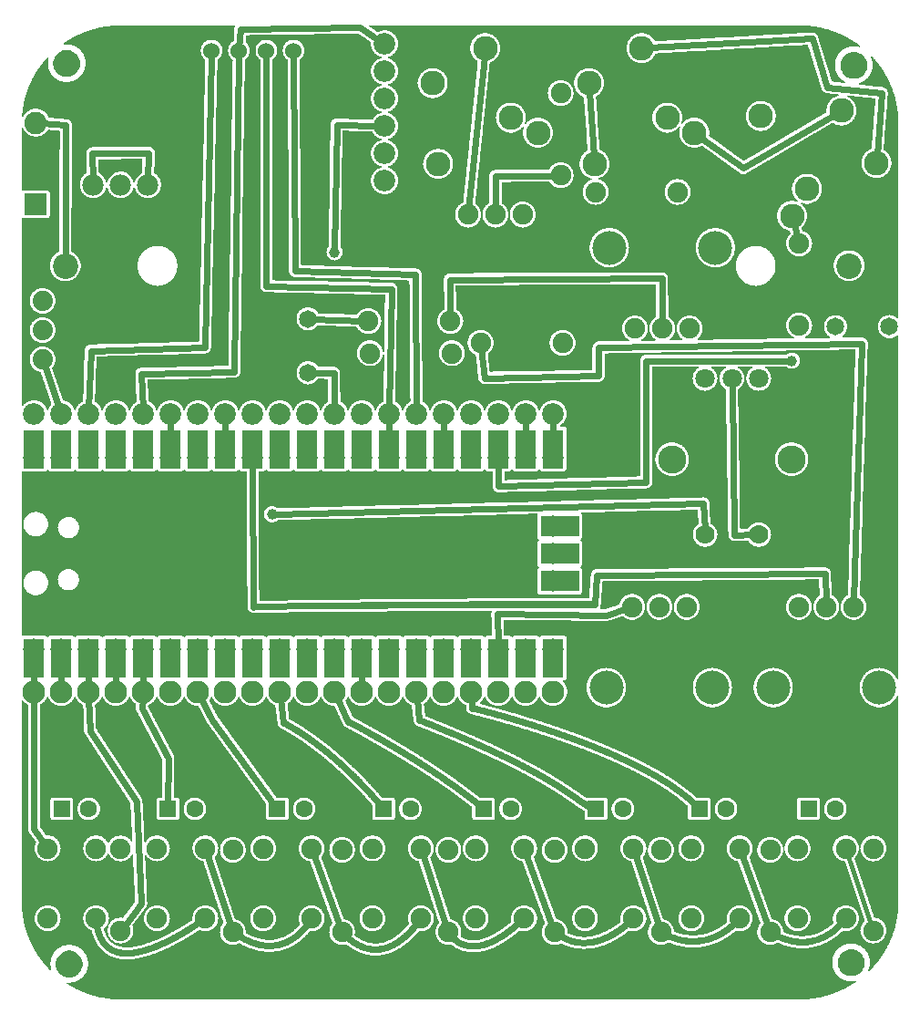
<source format=gtl>
G04 MADE WITH FRITZING*
G04 WWW.FRITZING.ORG*
G04 DOUBLE SIDED*
G04 HOLES PLATED*
G04 CONTOUR ON CENTER OF CONTOUR VECTOR*
%ASAXBY*%
%FSLAX23Y23*%
%MOIN*%
%OFA0B0*%
%SFA1.0B1.0*%
%ADD10C,0.075000*%
%ADD11C,0.039370*%
%ADD12C,0.078000*%
%ADD13C,0.079370*%
%ADD14C,0.074000*%
%ADD15C,0.070866*%
%ADD16C,0.070000*%
%ADD17C,0.102677*%
%ADD18C,0.082000*%
%ADD19C,0.093000*%
%ADD20C,0.065000*%
%ADD21C,0.074667*%
%ADD22C,0.074695*%
%ADD23C,0.124033*%
%ADD24C,0.062992*%
%ADD25C,0.090020*%
%ADD26C,0.060000*%
%ADD27C,0.083307*%
%ADD28R,0.082000X0.082000*%
%ADD29R,0.062992X0.062992*%
%ADD30R,0.078000X0.143667*%
%ADD31R,0.078000X0.144000*%
%ADD32R,0.144000X0.078000*%
%ADD33C,0.024000*%
%ADD34C,0.016000*%
%ADD35C,0.000100*%
%ADD36R,0.001000X0.001000*%
%LNCOPPER1*%
G90*
G70*
G54D10*
X319Y155D03*
X202Y163D03*
X3064Y167D03*
X77Y1914D03*
X348Y2336D03*
X3073Y3448D03*
X192Y3455D03*
G54D11*
X2848Y2366D03*
G54D12*
X491Y3009D03*
X391Y3009D03*
X291Y3009D03*
G54D13*
X1357Y3524D03*
X1357Y3424D03*
X1357Y3324D03*
X1357Y3224D03*
X1357Y3124D03*
X1357Y3024D03*
G54D11*
X1174Y2762D03*
G54D14*
X106Y2584D03*
X106Y2477D03*
X106Y2370D03*
X106Y2584D03*
X106Y2477D03*
X106Y2370D03*
G54D11*
X946Y1804D03*
G54D15*
X2727Y2301D03*
X2629Y2301D03*
X2530Y2301D03*
G54D16*
X2727Y1730D03*
X2531Y1730D03*
G54D17*
X2847Y2005D03*
X2410Y2005D03*
G54D18*
X81Y2938D03*
X81Y3236D03*
G54D19*
X3058Y2713D03*
X189Y2712D03*
X3058Y2713D03*
X189Y2712D03*
G54D10*
X1863Y2900D03*
X1763Y2900D03*
X1663Y2900D03*
G54D20*
X1077Y2322D03*
X1077Y2519D03*
X1077Y2322D03*
X1077Y2519D03*
X3205Y2490D03*
X3008Y2490D03*
X3205Y2490D03*
X3008Y2490D03*
G54D21*
X2274Y2484D03*
X2374Y2484D03*
G54D22*
X2474Y2484D03*
G54D23*
X2180Y2779D03*
X2568Y2779D03*
G54D10*
X2869Y327D03*
X2869Y583D03*
X3046Y327D03*
X3046Y583D03*
X2480Y327D03*
X2480Y583D03*
X2657Y327D03*
X2657Y583D03*
X2091Y327D03*
X2091Y583D03*
X2268Y327D03*
X2268Y583D03*
X1691Y327D03*
X1691Y583D03*
X1868Y327D03*
X1868Y583D03*
X1313Y327D03*
X1313Y583D03*
X1490Y327D03*
X1490Y583D03*
G54D24*
X2909Y727D03*
X3008Y727D03*
X2509Y727D03*
X2608Y727D03*
X2131Y727D03*
X2230Y727D03*
X1720Y727D03*
X1819Y727D03*
G54D10*
X2430Y2983D03*
X2130Y2983D03*
G54D25*
X2491Y3199D03*
X2392Y3254D03*
X2126Y3085D03*
X2106Y3380D03*
X2298Y3508D03*
X1919Y3199D03*
X1820Y3254D03*
X1554Y3085D03*
X1534Y3380D03*
X1726Y3508D03*
X2849Y2895D03*
X2904Y2994D03*
X2735Y3260D03*
X3030Y3280D03*
X3158Y3088D03*
G54D10*
X913Y327D03*
X913Y583D03*
X1090Y327D03*
X1090Y583D03*
G54D24*
X1354Y727D03*
X1452Y727D03*
X965Y727D03*
X1063Y727D03*
X565Y727D03*
X663Y727D03*
X176Y727D03*
X274Y727D03*
G54D26*
X1024Y3499D03*
X925Y3499D03*
X824Y3499D03*
X724Y3499D03*
G54D27*
X74Y1155D03*
X174Y1155D03*
X274Y1155D03*
X374Y1155D03*
X474Y1155D03*
X574Y1155D03*
X674Y1155D03*
X774Y1155D03*
X874Y1155D03*
X974Y1155D03*
X1074Y1155D03*
X1174Y1155D03*
X1274Y1155D03*
X1374Y1155D03*
X1474Y1155D03*
X1574Y1155D03*
X1674Y1155D03*
X1774Y1155D03*
X1874Y1155D03*
X1974Y1155D03*
G54D10*
X2009Y2430D03*
X1709Y2430D03*
X2002Y3344D03*
X2002Y3044D03*
X524Y327D03*
X524Y583D03*
X701Y327D03*
X701Y583D03*
X124Y327D03*
X124Y583D03*
X301Y327D03*
X301Y583D03*
G54D13*
X74Y2171D03*
X174Y2171D03*
X274Y2171D03*
X374Y2171D03*
X474Y2171D03*
X574Y2171D03*
X674Y2171D03*
X774Y2171D03*
X874Y2171D03*
X974Y2171D03*
X1074Y2171D03*
X1174Y2171D03*
X1274Y2171D03*
X1374Y2171D03*
X1474Y2171D03*
X1574Y2171D03*
X1674Y2171D03*
X1774Y2171D03*
X1874Y2171D03*
X1974Y2171D03*
G54D10*
X2875Y2794D03*
X2875Y2494D03*
X1304Y2393D03*
X1604Y2393D03*
X1598Y2510D03*
X1298Y2510D03*
X3147Y583D03*
X3147Y283D03*
X2769Y577D03*
X2769Y277D03*
X2369Y577D03*
X2369Y277D03*
X1980Y577D03*
X1980Y277D03*
X1591Y577D03*
X1591Y277D03*
X1202Y577D03*
X1202Y277D03*
X802Y577D03*
X802Y277D03*
G54D21*
X2463Y1466D03*
X2363Y1466D03*
G54D22*
X2263Y1466D03*
G54D23*
X2557Y1171D03*
X2169Y1171D03*
G54D21*
X3074Y1466D03*
X2974Y1466D03*
G54D22*
X2874Y1466D03*
G54D23*
X3168Y1171D03*
X2780Y1171D03*
G54D12*
X74Y1311D03*
X174Y1311D03*
X274Y1311D03*
X374Y1311D03*
X474Y1311D03*
X574Y1311D03*
X674Y1311D03*
X774Y1311D03*
X874Y1311D03*
X974Y1311D03*
X1074Y1311D03*
X1174Y1311D03*
X1274Y1311D03*
X1374Y1311D03*
X1474Y1311D03*
X1574Y1311D03*
X1674Y1311D03*
X1774Y1311D03*
X1874Y1311D03*
X1974Y1311D03*
X1974Y2010D03*
X1874Y2010D03*
X1774Y2010D03*
X1674Y2010D03*
X1574Y2010D03*
X1474Y2010D03*
X1374Y2010D03*
X1274Y2010D03*
X1174Y2010D03*
X1074Y2010D03*
X974Y2010D03*
X874Y2010D03*
X774Y2010D03*
X674Y2010D03*
X574Y2010D03*
X474Y2010D03*
X374Y2010D03*
X274Y2010D03*
X174Y2010D03*
X74Y2010D03*
X1974Y1560D03*
X1974Y1660D03*
X1974Y1760D03*
G54D10*
X391Y583D03*
X391Y283D03*
G54D28*
X81Y2937D03*
G54D29*
X2909Y727D03*
X2509Y727D03*
X2131Y727D03*
X1720Y727D03*
X1354Y727D03*
X965Y727D03*
X565Y727D03*
X176Y727D03*
G54D30*
X75Y1278D03*
G54D31*
X175Y1279D03*
X275Y1279D03*
X375Y1278D03*
X475Y1279D03*
X575Y1279D03*
X675Y1279D03*
X775Y1279D03*
X875Y1279D03*
X975Y1279D03*
X1075Y1279D03*
X1175Y1279D03*
X1275Y1279D03*
X1375Y1279D03*
X1475Y1279D03*
X1575Y1279D03*
X1675Y1279D03*
X1775Y1279D03*
X1875Y1279D03*
X1975Y1279D03*
X1975Y2043D03*
X1875Y2043D03*
X1775Y2043D03*
X1675Y2043D03*
X1575Y2043D03*
X1475Y2043D03*
X1375Y2043D03*
X1275Y2043D03*
X1175Y2043D03*
X1075Y2043D03*
X975Y2043D03*
X875Y2043D03*
X775Y2043D03*
X675Y2043D03*
X575Y2043D03*
X475Y2043D03*
X375Y2043D03*
X275Y2043D03*
X175Y2043D03*
X75Y2043D03*
G54D32*
X1999Y1560D03*
X1999Y1660D03*
X1999Y1760D03*
G54D33*
X2840Y2366D02*
X2315Y2366D01*
D02*
X2315Y2366D02*
X2315Y1921D01*
D02*
X2315Y1921D02*
X1774Y1907D01*
D02*
X1774Y1907D02*
X1774Y1991D01*
D02*
X494Y3126D02*
X288Y3124D01*
D02*
X288Y3124D02*
X290Y3028D01*
D02*
X491Y3028D02*
X494Y3126D01*
D02*
X830Y3577D02*
X1267Y3584D01*
D02*
X1174Y2770D02*
X1182Y3229D01*
D02*
X1182Y3229D02*
X1338Y3224D01*
D02*
X1267Y3584D02*
X1341Y3535D01*
D02*
X825Y3513D02*
X830Y3577D01*
D02*
X1091Y2518D02*
X1280Y2511D01*
D02*
X1172Y2321D02*
X1091Y2322D01*
D02*
X1174Y2191D02*
X1172Y2321D01*
D02*
X2629Y2279D02*
X2637Y1729D01*
D02*
X954Y1804D02*
X2524Y1844D01*
D02*
X2524Y1844D02*
X2529Y1751D01*
D02*
X168Y2190D02*
X112Y2351D01*
D02*
X282Y2403D02*
X275Y2191D01*
D02*
X700Y2414D02*
X282Y2403D01*
D02*
X724Y3485D02*
X700Y2414D01*
D02*
X2637Y1729D02*
X2706Y1730D01*
D02*
X2671Y3070D02*
X3004Y3265D01*
D02*
X2515Y3182D02*
X2671Y3070D01*
D02*
X566Y913D02*
X565Y743D01*
D02*
X1723Y3478D02*
X1665Y2917D01*
D02*
X1763Y2917D02*
X1763Y3041D01*
D02*
X1763Y3041D02*
X1985Y3043D01*
D02*
X2108Y3350D02*
X2124Y3115D01*
D02*
X469Y1096D02*
X566Y913D01*
D02*
X684Y1136D02*
X728Y1053D01*
D02*
X728Y1053D02*
X955Y740D01*
D02*
X977Y1133D02*
X988Y1041D01*
D02*
X1477Y1133D02*
X1485Y1051D01*
D02*
X1183Y1135D02*
X1225Y1046D01*
D02*
X472Y1133D02*
X469Y1096D01*
D02*
X1676Y1133D02*
X1678Y1095D01*
D02*
X191Y3227D02*
X102Y3234D01*
D02*
X189Y2749D02*
X191Y3227D01*
D02*
X1274Y1176D02*
X1274Y1292D01*
D02*
X274Y1176D02*
X274Y1292D01*
D02*
X280Y1013D02*
X275Y1133D01*
D02*
X467Y381D02*
X449Y755D01*
D02*
X449Y755D02*
X280Y1013D01*
D02*
X402Y296D02*
X467Y381D01*
D02*
X3104Y2429D02*
X2141Y2414D01*
D02*
X2141Y2414D02*
X2141Y2310D01*
D02*
X1597Y2663D02*
X2372Y2667D01*
D02*
X1598Y2528D02*
X1597Y2663D01*
D02*
X1471Y2681D02*
X1474Y2191D01*
D02*
X925Y3485D02*
X924Y2638D01*
D02*
X1030Y2694D02*
X1471Y2681D01*
D02*
X1024Y3485D02*
X1030Y2694D01*
D02*
X924Y2638D02*
X1382Y2629D01*
D02*
X2372Y2667D02*
X2374Y2504D01*
D02*
X1722Y2303D02*
X1711Y2413D01*
D02*
X2141Y2310D02*
X1722Y2303D01*
D02*
X3075Y1487D02*
X3104Y2429D01*
D02*
X1382Y2629D02*
X1375Y2191D01*
D02*
X2856Y2866D02*
X2871Y2811D01*
D02*
X808Y2325D02*
X824Y3485D01*
D02*
X467Y2318D02*
X808Y2325D01*
D02*
X473Y2191D02*
X467Y2318D01*
D02*
X1771Y1440D02*
X1774Y1330D01*
D02*
X1974Y2152D02*
X1974Y2029D01*
D02*
X2171Y1436D02*
X1771Y1440D01*
D02*
X2243Y1460D02*
X2171Y1436D01*
D02*
X877Y1466D02*
X874Y1991D01*
D02*
X2134Y1581D02*
X2127Y1474D01*
D02*
X2969Y1588D02*
X2134Y1581D01*
D02*
X2973Y1487D02*
X2969Y1588D01*
D02*
X797Y294D02*
X707Y566D01*
D02*
X1196Y293D02*
X1096Y566D01*
D02*
X74Y655D02*
X114Y597D01*
D02*
X1585Y294D02*
X1496Y566D01*
D02*
X1974Y293D02*
X1874Y566D01*
D02*
X2763Y293D02*
X2663Y566D01*
D02*
X74Y1133D02*
X74Y655D01*
D02*
X2363Y294D02*
X2274Y566D01*
D02*
X174Y1176D02*
X174Y1292D01*
D02*
X74Y1176D02*
X74Y1292D01*
D02*
X3178Y3344D02*
X3160Y3118D01*
G54D34*
D02*
X3141Y299D02*
X3051Y566D01*
G54D33*
D02*
X2978Y3366D02*
X3178Y3344D01*
D02*
X2922Y3544D02*
X2978Y3366D01*
D02*
X2328Y3510D02*
X2922Y3544D01*
D02*
X374Y1176D02*
X374Y1292D01*
D02*
X474Y1176D02*
X474Y1292D01*
D02*
X1874Y2152D02*
X1874Y2029D01*
D02*
X1574Y2152D02*
X1574Y2029D01*
D02*
X1374Y2152D02*
X1374Y2029D01*
D02*
X774Y2152D02*
X774Y2029D01*
D02*
X574Y2152D02*
X574Y2029D01*
G54D35*
G36*
X209Y210D02*
X213Y209D01*
X218Y208D01*
X222Y206D01*
X227Y204D01*
X231Y202D01*
X235Y199D01*
X238Y196D01*
X241Y192D01*
X244Y189D01*
X246Y185D01*
X248Y180D01*
X250Y176D01*
X251Y171D01*
X252Y166D01*
X252Y161D01*
X252Y156D01*
X251Y151D01*
X250Y147D01*
X248Y142D01*
X246Y138D01*
X244Y134D01*
X241Y130D01*
X238Y126D01*
X234Y123D01*
X231Y120D01*
X227Y118D01*
X222Y116D01*
X218Y114D01*
X213Y113D01*
X209Y112D01*
X203Y112D01*
X198Y112D01*
X194Y113D01*
X189Y114D01*
X184Y116D01*
X180Y118D01*
X176Y121D01*
X172Y123D01*
X168Y127D01*
X165Y130D01*
X162Y134D01*
X160Y138D01*
X158Y142D01*
X156Y147D01*
X155Y152D01*
X155Y156D01*
X154Y161D01*
X155Y166D01*
X155Y171D01*
X156Y176D01*
X158Y180D01*
X160Y185D01*
X163Y189D01*
X166Y193D01*
X169Y196D01*
X172Y199D01*
X176Y202D01*
X180Y204D01*
X185Y206D01*
X189Y208D01*
X194Y209D01*
X198Y210D01*
X203Y210D01*
X209Y210D01*
D02*
G37*
D02*
G36*
X3070Y214D02*
X3075Y214D01*
X3080Y212D01*
X3084Y211D01*
X3089Y209D01*
X3093Y206D01*
X3096Y204D01*
X3100Y200D01*
X3103Y197D01*
X3106Y193D01*
X3108Y189D01*
X3110Y185D01*
X3112Y180D01*
X3113Y176D01*
X3114Y171D01*
X3114Y166D01*
X3114Y160D01*
X3113Y156D01*
X3112Y151D01*
X3110Y147D01*
X3108Y142D01*
X3106Y138D01*
X3103Y134D01*
X3100Y131D01*
X3096Y128D01*
X3092Y125D01*
X3088Y122D01*
X3084Y121D01*
X3080Y119D01*
X3075Y118D01*
X3070Y117D01*
X3065Y117D01*
X3060Y117D01*
X3055Y118D01*
X3051Y119D01*
X3046Y121D01*
X3042Y123D01*
X3038Y125D01*
X3034Y128D01*
X3030Y131D01*
X3027Y135D01*
X3024Y138D01*
X3022Y142D01*
X3020Y147D01*
X3018Y152D01*
X3017Y156D01*
X3016Y161D01*
X3016Y166D01*
X3016Y171D01*
X3017Y176D01*
X3018Y180D01*
X3020Y185D01*
X3022Y189D01*
X3025Y193D01*
X3027Y197D01*
X3031Y200D01*
X3034Y204D01*
X3038Y206D01*
X3042Y209D01*
X3046Y211D01*
X3051Y213D01*
X3055Y214D01*
X3060Y214D01*
X3065Y215D01*
X3070Y214D01*
D02*
G37*
D02*
G36*
X3173Y1205D02*
X3175Y1204D01*
X3182Y1202D01*
X3182Y1202D01*
X3187Y1199D01*
X3193Y1195D01*
X3197Y1190D01*
X3200Y1184D01*
X3200Y1184D01*
X3202Y1177D01*
X3202Y1174D01*
X3203Y1171D01*
X3202Y1167D01*
X3202Y1164D01*
X3200Y1157D01*
X3197Y1152D01*
X3193Y1146D01*
X3187Y1142D01*
X3182Y1139D01*
X3182Y1139D01*
X3175Y1137D01*
X3172Y1137D01*
X3168Y1136D01*
X3164Y1137D01*
X3161Y1137D01*
X3155Y1139D01*
X3149Y1142D01*
X3144Y1147D01*
X3140Y1152D01*
X3137Y1157D01*
X3135Y1164D01*
X3134Y1167D01*
X3134Y1171D01*
X3134Y1175D01*
X3135Y1178D01*
X3137Y1184D01*
X3137Y1184D01*
X3140Y1190D01*
X3145Y1195D01*
X3149Y1199D01*
X3155Y1202D01*
X3162Y1204D01*
X3165Y1205D01*
X3168Y1205D01*
X3173Y1205D01*
D02*
G37*
D02*
G36*
X3173Y1205D02*
X3175Y1204D01*
X3182Y1202D01*
X3182Y1202D01*
X3187Y1199D01*
X3193Y1195D01*
X3197Y1190D01*
X3200Y1184D01*
X3200Y1184D01*
X3202Y1177D01*
X3202Y1174D01*
X3203Y1171D01*
X3202Y1167D01*
X3202Y1164D01*
X3200Y1157D01*
X3197Y1152D01*
X3193Y1146D01*
X3187Y1142D01*
X3182Y1139D01*
X3182Y1139D01*
X3175Y1137D01*
X3172Y1137D01*
X3168Y1136D01*
X3164Y1137D01*
X3161Y1137D01*
X3155Y1139D01*
X3149Y1142D01*
X3144Y1147D01*
X3140Y1152D01*
X3137Y1157D01*
X3135Y1164D01*
X3134Y1167D01*
X3134Y1171D01*
X3134Y1175D01*
X3135Y1178D01*
X3137Y1184D01*
X3137Y1184D01*
X3140Y1190D01*
X3145Y1195D01*
X3149Y1199D01*
X3155Y1202D01*
X3162Y1204D01*
X3165Y1205D01*
X3168Y1205D01*
X3173Y1205D01*
D02*
G37*
D02*
G36*
X174Y2733D02*
X175Y2732D01*
X175Y2732D01*
X179Y2729D01*
X182Y2728D01*
X184Y2727D01*
X187Y2727D01*
X191Y2727D01*
X194Y2727D01*
X197Y2729D01*
X200Y2730D01*
X204Y2732D01*
X204Y2733D01*
X205Y2732D01*
X206Y2732D01*
X207Y2731D01*
X211Y2727D01*
X213Y2722D01*
X214Y2718D01*
X215Y2712D01*
X215Y2707D01*
X215Y2706D01*
X213Y2702D01*
X211Y2697D01*
X207Y2693D01*
X203Y2690D01*
X199Y2688D01*
X194Y2686D01*
X194Y2686D01*
X188Y2686D01*
X183Y2686D01*
X183Y2686D01*
X178Y2688D01*
X174Y2690D01*
X170Y2694D01*
X167Y2698D01*
X164Y2702D01*
X163Y2706D01*
X163Y2707D01*
X162Y2712D01*
X163Y2718D01*
X164Y2722D01*
X167Y2727D01*
X170Y2731D01*
X172Y2732D01*
X172Y2733D01*
X174Y2733D01*
D02*
G37*
D02*
G36*
X174Y2733D02*
X175Y2732D01*
X175Y2732D01*
X179Y2729D01*
X182Y2728D01*
X184Y2727D01*
X187Y2727D01*
X191Y2727D01*
X194Y2727D01*
X197Y2729D01*
X200Y2730D01*
X204Y2732D01*
X204Y2733D01*
X205Y2732D01*
X206Y2732D01*
X207Y2731D01*
X211Y2727D01*
X213Y2722D01*
X214Y2718D01*
X215Y2712D01*
X215Y2707D01*
X215Y2706D01*
X213Y2702D01*
X211Y2697D01*
X207Y2693D01*
X203Y2690D01*
X199Y2688D01*
X194Y2686D01*
X194Y2686D01*
X188Y2686D01*
X183Y2686D01*
X183Y2686D01*
X178Y2688D01*
X174Y2690D01*
X170Y2694D01*
X167Y2698D01*
X164Y2702D01*
X163Y2706D01*
X163Y2707D01*
X162Y2712D01*
X163Y2718D01*
X164Y2722D01*
X167Y2727D01*
X170Y2731D01*
X172Y2732D01*
X172Y2733D01*
X174Y2733D01*
D02*
G37*
D02*
G36*
X3080Y3495D02*
X3085Y3494D01*
X3089Y3493D01*
X3094Y3491D01*
X3098Y3489D01*
X3102Y3487D01*
X3106Y3484D01*
X3109Y3481D01*
X3113Y3477D01*
X3115Y3474D01*
X3118Y3470D01*
X3120Y3465D01*
X3122Y3461D01*
X3123Y3456D01*
X3124Y3451D01*
X3124Y3446D01*
X3124Y3441D01*
X3123Y3436D01*
X3122Y3432D01*
X3120Y3427D01*
X3118Y3423D01*
X3115Y3419D01*
X3113Y3415D01*
X3109Y3411D01*
X3106Y3408D01*
X3102Y3405D01*
X3098Y3403D01*
X3094Y3401D01*
X3089Y3399D01*
X3085Y3398D01*
X3080Y3397D01*
X3075Y3397D01*
X3070Y3397D01*
X3065Y3398D01*
X3060Y3399D01*
X3056Y3401D01*
X3051Y3403D01*
X3047Y3406D01*
X3043Y3409D01*
X3040Y3411D01*
X3037Y3415D01*
X3034Y3419D01*
X3032Y3423D01*
X3030Y3427D01*
X3028Y3432D01*
X3027Y3436D01*
X3026Y3441D01*
X3026Y3446D01*
X3026Y3452D01*
X3027Y3456D01*
X3028Y3461D01*
X3030Y3465D01*
X3032Y3470D01*
X3034Y3474D01*
X3037Y3478D01*
X3040Y3481D01*
X3044Y3484D01*
X3048Y3487D01*
X3051Y3489D01*
X3056Y3491D01*
X3061Y3493D01*
X3065Y3494D01*
X3070Y3495D01*
X3075Y3495D01*
X3080Y3495D01*
D02*
G37*
D02*
G36*
X199Y3502D02*
X204Y3501D01*
X208Y3500D01*
X213Y3498D01*
X217Y3496D01*
X221Y3494D01*
X225Y3491D01*
X228Y3488D01*
X232Y3484D01*
X234Y3481D01*
X237Y3476D01*
X239Y3472D01*
X241Y3467D01*
X242Y3463D01*
X242Y3458D01*
X243Y3453D01*
X242Y3448D01*
X242Y3443D01*
X241Y3439D01*
X239Y3434D01*
X237Y3430D01*
X234Y3426D01*
X232Y3422D01*
X228Y3418D01*
X225Y3415D01*
X221Y3412D01*
X217Y3410D01*
X213Y3408D01*
X208Y3406D01*
X204Y3405D01*
X199Y3404D01*
X194Y3404D01*
X189Y3404D01*
X184Y3405D01*
X179Y3406D01*
X174Y3408D01*
X170Y3410D01*
X166Y3413D01*
X162Y3416D01*
X159Y3419D01*
X156Y3422D01*
X153Y3426D01*
X151Y3430D01*
X148Y3434D01*
X147Y3439D01*
X146Y3443D01*
X145Y3448D01*
X145Y3453D01*
X145Y3459D01*
X146Y3464D01*
X147Y3467D01*
X149Y3473D01*
X151Y3477D01*
X153Y3481D01*
X156Y3484D01*
X159Y3488D01*
X163Y3491D01*
X166Y3494D01*
X170Y3496D01*
X175Y3498D01*
X179Y3500D01*
X184Y3501D01*
X189Y3502D01*
X194Y3502D01*
X199Y3502D01*
D02*
G37*
D02*
G36*
X2173Y1205D02*
X2176Y1204D01*
X2182Y1202D01*
X2188Y1199D01*
X2193Y1195D01*
X2198Y1189D01*
X2200Y1184D01*
X2201Y1184D01*
X2203Y1177D01*
X2203Y1175D01*
X2203Y1171D01*
X2203Y1166D01*
X2203Y1164D01*
X2201Y1157D01*
X2198Y1152D01*
X2193Y1146D01*
X2188Y1142D01*
X2182Y1139D01*
X2176Y1137D01*
X2173Y1137D01*
X2169Y1136D01*
X2165Y1137D01*
X2162Y1137D01*
X2156Y1139D01*
X2155Y1139D01*
X2150Y1142D01*
X2145Y1147D01*
X2141Y1152D01*
X2137Y1157D01*
X2135Y1164D01*
X2135Y1167D01*
X2135Y1171D01*
X2135Y1175D01*
X2135Y1178D01*
X2137Y1184D01*
X2138Y1184D01*
X2141Y1190D01*
X2145Y1195D01*
X2150Y1199D01*
X2155Y1202D01*
X2156Y1202D01*
X2162Y1204D01*
X2165Y1205D01*
X2169Y1205D01*
X2173Y1205D01*
D02*
G37*
D02*
G36*
X2173Y1205D02*
X2176Y1204D01*
X2182Y1202D01*
X2188Y1199D01*
X2193Y1195D01*
X2198Y1189D01*
X2200Y1184D01*
X2201Y1184D01*
X2203Y1177D01*
X2203Y1175D01*
X2203Y1171D01*
X2203Y1166D01*
X2203Y1164D01*
X2201Y1157D01*
X2198Y1152D01*
X2193Y1146D01*
X2188Y1142D01*
X2182Y1139D01*
X2176Y1137D01*
X2173Y1137D01*
X2169Y1136D01*
X2165Y1137D01*
X2162Y1137D01*
X2156Y1139D01*
X2155Y1139D01*
X2150Y1142D01*
X2145Y1147D01*
X2141Y1152D01*
X2137Y1157D01*
X2135Y1164D01*
X2135Y1167D01*
X2135Y1171D01*
X2135Y1175D01*
X2135Y1178D01*
X2137Y1184D01*
X2138Y1184D01*
X2141Y1190D01*
X2145Y1195D01*
X2150Y1199D01*
X2155Y1202D01*
X2156Y1202D01*
X2162Y1204D01*
X2165Y1205D01*
X2169Y1205D01*
X2173Y1205D01*
D02*
G37*
D02*
G36*
X2561Y1205D02*
X2564Y1204D01*
X2571Y1202D01*
X2577Y1199D01*
X2582Y1195D01*
X2586Y1190D01*
X2589Y1184D01*
X2589Y1184D01*
X2591Y1177D01*
X2591Y1175D01*
X2591Y1171D01*
X2591Y1166D01*
X2591Y1164D01*
X2589Y1157D01*
X2586Y1152D01*
X2581Y1146D01*
X2577Y1142D01*
X2571Y1139D01*
X2564Y1137D01*
X2561Y1137D01*
X2557Y1136D01*
X2553Y1137D01*
X2550Y1137D01*
X2544Y1139D01*
X2544Y1139D01*
X2538Y1142D01*
X2533Y1147D01*
X2529Y1152D01*
X2526Y1157D01*
X2524Y1164D01*
X2523Y1167D01*
X2523Y1171D01*
X2523Y1175D01*
X2524Y1178D01*
X2526Y1184D01*
X2526Y1184D01*
X2529Y1190D01*
X2533Y1195D01*
X2538Y1199D01*
X2544Y1202D01*
X2544Y1202D01*
X2551Y1204D01*
X2553Y1205D01*
X2557Y1205D01*
X2561Y1205D01*
D02*
G37*
D02*
G36*
X2561Y1205D02*
X2564Y1204D01*
X2571Y1202D01*
X2577Y1199D01*
X2582Y1195D01*
X2586Y1190D01*
X2589Y1184D01*
X2589Y1184D01*
X2591Y1177D01*
X2591Y1175D01*
X2591Y1171D01*
X2591Y1166D01*
X2591Y1164D01*
X2589Y1157D01*
X2586Y1152D01*
X2581Y1146D01*
X2577Y1142D01*
X2571Y1139D01*
X2564Y1137D01*
X2561Y1137D01*
X2557Y1136D01*
X2553Y1137D01*
X2550Y1137D01*
X2544Y1139D01*
X2544Y1139D01*
X2538Y1142D01*
X2533Y1147D01*
X2529Y1152D01*
X2526Y1157D01*
X2524Y1164D01*
X2523Y1167D01*
X2523Y1171D01*
X2523Y1175D01*
X2524Y1178D01*
X2526Y1184D01*
X2526Y1184D01*
X2529Y1190D01*
X2533Y1195D01*
X2538Y1199D01*
X2544Y1202D01*
X2544Y1202D01*
X2551Y1204D01*
X2553Y1205D01*
X2557Y1205D01*
X2561Y1205D01*
D02*
G37*
D02*
G36*
X2784Y1205D02*
X2787Y1204D01*
X2793Y1202D01*
X2794Y1202D01*
X2799Y1199D01*
X2804Y1195D01*
X2809Y1190D01*
X2812Y1184D01*
X2812Y1184D01*
X2814Y1177D01*
X2814Y1174D01*
X2814Y1171D01*
X2814Y1167D01*
X2814Y1164D01*
X2812Y1157D01*
X2809Y1152D01*
X2804Y1146D01*
X2799Y1142D01*
X2794Y1139D01*
X2793Y1139D01*
X2787Y1137D01*
X2784Y1137D01*
X2780Y1136D01*
X2776Y1137D01*
X2773Y1137D01*
X2767Y1139D01*
X2766Y1139D01*
X2761Y1142D01*
X2756Y1147D01*
X2752Y1152D01*
X2749Y1157D01*
X2746Y1164D01*
X2746Y1167D01*
X2746Y1171D01*
X2746Y1175D01*
X2747Y1178D01*
X2748Y1184D01*
X2749Y1184D01*
X2752Y1190D01*
X2756Y1195D01*
X2761Y1199D01*
X2766Y1202D01*
X2767Y1202D01*
X2773Y1204D01*
X2776Y1205D01*
X2780Y1205D01*
X2784Y1205D01*
D02*
G37*
D02*
G36*
X2784Y1205D02*
X2787Y1204D01*
X2793Y1202D01*
X2794Y1202D01*
X2799Y1199D01*
X2804Y1195D01*
X2809Y1190D01*
X2812Y1184D01*
X2812Y1184D01*
X2814Y1177D01*
X2814Y1174D01*
X2814Y1171D01*
X2814Y1167D01*
X2814Y1164D01*
X2812Y1157D01*
X2809Y1152D01*
X2804Y1146D01*
X2799Y1142D01*
X2794Y1139D01*
X2793Y1139D01*
X2787Y1137D01*
X2784Y1137D01*
X2780Y1136D01*
X2776Y1137D01*
X2773Y1137D01*
X2767Y1139D01*
X2766Y1139D01*
X2761Y1142D01*
X2756Y1147D01*
X2752Y1152D01*
X2749Y1157D01*
X2746Y1164D01*
X2746Y1167D01*
X2746Y1171D01*
X2746Y1175D01*
X2747Y1178D01*
X2748Y1184D01*
X2749Y1184D01*
X2752Y1190D01*
X2756Y1195D01*
X2761Y1199D01*
X2766Y1202D01*
X2767Y1202D01*
X2773Y1204D01*
X2776Y1205D01*
X2780Y1205D01*
X2784Y1205D01*
D02*
G37*
D02*
G36*
X2414Y2037D02*
X2416Y2036D01*
X2422Y2034D01*
X2428Y2031D01*
X2432Y2028D01*
X2436Y2023D01*
X2439Y2018D01*
X2439Y2017D01*
X2441Y2011D01*
X2441Y2009D01*
X2441Y2005D01*
X2441Y2002D01*
X2441Y1999D01*
X2439Y1993D01*
X2436Y1988D01*
X2432Y1983D01*
X2427Y1979D01*
X2422Y1976D01*
X2416Y1975D01*
X2413Y1974D01*
X2410Y1974D01*
X2406Y1974D01*
X2404Y1975D01*
X2398Y1976D01*
X2393Y1979D01*
X2388Y1984D01*
X2384Y1988D01*
X2381Y1993D01*
X2379Y2000D01*
X2379Y2002D01*
X2379Y2005D01*
X2379Y2009D01*
X2379Y2012D01*
X2381Y2017D01*
X2384Y2023D01*
X2388Y2028D01*
X2393Y2032D01*
X2398Y2034D01*
X2404Y2036D01*
X2407Y2037D01*
X2410Y2037D01*
X2414Y2037D01*
D02*
G37*
D02*
G36*
X2414Y2037D02*
X2416Y2036D01*
X2422Y2034D01*
X2428Y2031D01*
X2432Y2028D01*
X2436Y2023D01*
X2439Y2018D01*
X2439Y2017D01*
X2441Y2011D01*
X2441Y2009D01*
X2441Y2005D01*
X2441Y2002D01*
X2441Y1999D01*
X2439Y1993D01*
X2436Y1988D01*
X2432Y1983D01*
X2427Y1979D01*
X2422Y1976D01*
X2416Y1975D01*
X2413Y1974D01*
X2410Y1974D01*
X2406Y1974D01*
X2404Y1975D01*
X2398Y1976D01*
X2393Y1979D01*
X2388Y1984D01*
X2384Y1988D01*
X2381Y1993D01*
X2379Y2000D01*
X2379Y2002D01*
X2379Y2005D01*
X2379Y2009D01*
X2379Y2012D01*
X2381Y2017D01*
X2384Y2023D01*
X2388Y2028D01*
X2393Y2032D01*
X2398Y2034D01*
X2404Y2036D01*
X2407Y2037D01*
X2410Y2037D01*
X2414Y2037D01*
D02*
G37*
D02*
G36*
X2851Y2037D02*
X2853Y2036D01*
X2859Y2034D01*
X2865Y2031D01*
X2869Y2028D01*
X2873Y2023D01*
X2876Y2018D01*
X2876Y2017D01*
X2878Y2011D01*
X2878Y2009D01*
X2878Y2005D01*
X2878Y2002D01*
X2878Y1999D01*
X2876Y1993D01*
X2873Y1988D01*
X2869Y1983D01*
X2864Y1979D01*
X2859Y1976D01*
X2853Y1975D01*
X2850Y1974D01*
X2847Y1974D01*
X2843Y1974D01*
X2841Y1975D01*
X2835Y1976D01*
X2830Y1979D01*
X2825Y1984D01*
X2821Y1988D01*
X2818Y1993D01*
X2816Y2000D01*
X2816Y2002D01*
X2816Y2005D01*
X2816Y2009D01*
X2816Y2012D01*
X2818Y2017D01*
X2821Y2023D01*
X2825Y2028D01*
X2830Y2032D01*
X2835Y2034D01*
X2841Y2036D01*
X2844Y2037D01*
X2847Y2037D01*
X2851Y2037D01*
D02*
G37*
D02*
G36*
X2851Y2037D02*
X2853Y2036D01*
X2859Y2034D01*
X2865Y2031D01*
X2869Y2028D01*
X2873Y2023D01*
X2876Y2018D01*
X2876Y2017D01*
X2878Y2011D01*
X2878Y2009D01*
X2878Y2005D01*
X2878Y2002D01*
X2878Y1999D01*
X2876Y1993D01*
X2873Y1988D01*
X2869Y1983D01*
X2864Y1979D01*
X2859Y1976D01*
X2853Y1975D01*
X2850Y1974D01*
X2847Y1974D01*
X2843Y1974D01*
X2841Y1975D01*
X2835Y1976D01*
X2830Y1979D01*
X2825Y1984D01*
X2821Y1988D01*
X2818Y1993D01*
X2816Y2000D01*
X2816Y2002D01*
X2816Y2005D01*
X2816Y2009D01*
X2816Y2012D01*
X2818Y2017D01*
X2821Y2023D01*
X2825Y2028D01*
X2830Y2032D01*
X2835Y2034D01*
X2841Y2036D01*
X2844Y2037D01*
X2847Y2037D01*
X2851Y2037D01*
D02*
G37*
D02*
G36*
X3063Y2739D02*
X3063Y2739D01*
X3068Y2737D01*
X3073Y2735D01*
X3076Y2732D01*
X3080Y2727D01*
X3082Y2723D01*
X3083Y2719D01*
X3084Y2718D01*
X3084Y2713D01*
X3084Y2708D01*
X3083Y2707D01*
X3082Y2703D01*
X3080Y2698D01*
X3076Y2694D01*
X3072Y2691D01*
X3068Y2688D01*
X3063Y2687D01*
X3063Y2687D01*
X3057Y2686D01*
X3052Y2687D01*
X3052Y2687D01*
X3047Y2689D01*
X3043Y2691D01*
X3039Y2694D01*
X3035Y2698D01*
X3033Y2703D01*
X3032Y2708D01*
X3031Y2713D01*
X3032Y2718D01*
X3032Y2719D01*
X3033Y2723D01*
X3036Y2728D01*
X3039Y2732D01*
X3043Y2735D01*
X3048Y2737D01*
X3052Y2739D01*
X3052Y2739D01*
X3058Y2739D01*
X3063Y2739D01*
D02*
G37*
D02*
G36*
X3063Y2739D02*
X3063Y2739D01*
X3068Y2737D01*
X3073Y2735D01*
X3076Y2732D01*
X3080Y2727D01*
X3082Y2723D01*
X3083Y2719D01*
X3084Y2718D01*
X3084Y2713D01*
X3084Y2708D01*
X3083Y2707D01*
X3082Y2703D01*
X3080Y2698D01*
X3076Y2694D01*
X3072Y2691D01*
X3068Y2688D01*
X3063Y2687D01*
X3063Y2687D01*
X3057Y2686D01*
X3052Y2687D01*
X3052Y2687D01*
X3047Y2689D01*
X3043Y2691D01*
X3039Y2694D01*
X3035Y2698D01*
X3033Y2703D01*
X3032Y2708D01*
X3031Y2713D01*
X3032Y2718D01*
X3032Y2719D01*
X3033Y2723D01*
X3036Y2728D01*
X3039Y2732D01*
X3043Y2735D01*
X3048Y2737D01*
X3052Y2739D01*
X3052Y2739D01*
X3058Y2739D01*
X3063Y2739D01*
D02*
G37*
D02*
G36*
X2184Y2813D02*
X2187Y2812D01*
X2194Y2810D01*
X2199Y2807D01*
X2204Y2803D01*
X2209Y2798D01*
X2212Y2792D01*
X2212Y2792D01*
X2214Y2785D01*
X2214Y2783D01*
X2214Y2779D01*
X2214Y2775D01*
X2214Y2772D01*
X2212Y2766D01*
X2209Y2760D01*
X2204Y2755D01*
X2199Y2750D01*
X2194Y2747D01*
X2187Y2745D01*
X2184Y2745D01*
X2180Y2745D01*
X2176Y2745D01*
X2173Y2745D01*
X2167Y2747D01*
X2161Y2750D01*
X2156Y2755D01*
X2151Y2760D01*
X2149Y2765D01*
X2147Y2772D01*
X2146Y2775D01*
X2146Y2779D01*
X2146Y2783D01*
X2147Y2786D01*
X2149Y2792D01*
X2152Y2798D01*
X2156Y2803D01*
X2161Y2807D01*
X2167Y2810D01*
X2167Y2810D01*
X2173Y2812D01*
X2176Y2813D01*
X2180Y2813D01*
X2184Y2813D01*
D02*
G37*
D02*
G36*
X2184Y2813D02*
X2187Y2812D01*
X2194Y2810D01*
X2199Y2807D01*
X2204Y2803D01*
X2209Y2798D01*
X2212Y2792D01*
X2212Y2792D01*
X2214Y2785D01*
X2214Y2783D01*
X2214Y2779D01*
X2214Y2775D01*
X2214Y2772D01*
X2212Y2766D01*
X2209Y2760D01*
X2204Y2755D01*
X2199Y2750D01*
X2194Y2747D01*
X2187Y2745D01*
X2184Y2745D01*
X2180Y2745D01*
X2176Y2745D01*
X2173Y2745D01*
X2167Y2747D01*
X2161Y2750D01*
X2156Y2755D01*
X2151Y2760D01*
X2149Y2765D01*
X2147Y2772D01*
X2146Y2775D01*
X2146Y2779D01*
X2146Y2783D01*
X2147Y2786D01*
X2149Y2792D01*
X2152Y2798D01*
X2156Y2803D01*
X2161Y2807D01*
X2167Y2810D01*
X2167Y2810D01*
X2173Y2812D01*
X2176Y2813D01*
X2180Y2813D01*
X2184Y2813D01*
D02*
G37*
D02*
G36*
X2573Y2813D02*
X2575Y2812D01*
X2582Y2810D01*
X2587Y2807D01*
X2593Y2803D01*
X2597Y2798D01*
X2600Y2792D01*
X2600Y2792D01*
X2602Y2785D01*
X2602Y2783D01*
X2603Y2779D01*
X2602Y2775D01*
X2602Y2772D01*
X2600Y2766D01*
X2597Y2760D01*
X2592Y2755D01*
X2587Y2750D01*
X2582Y2747D01*
X2575Y2745D01*
X2572Y2745D01*
X2568Y2745D01*
X2564Y2745D01*
X2561Y2745D01*
X2555Y2747D01*
X2550Y2750D01*
X2549Y2750D01*
X2544Y2755D01*
X2540Y2760D01*
X2537Y2765D01*
X2535Y2772D01*
X2534Y2775D01*
X2534Y2779D01*
X2534Y2783D01*
X2535Y2786D01*
X2537Y2792D01*
X2540Y2798D01*
X2544Y2803D01*
X2550Y2807D01*
X2555Y2810D01*
X2562Y2812D01*
X2565Y2813D01*
X2568Y2813D01*
X2573Y2813D01*
D02*
G37*
D02*
G36*
X2573Y2813D02*
X2575Y2812D01*
X2582Y2810D01*
X2587Y2807D01*
X2593Y2803D01*
X2597Y2798D01*
X2600Y2792D01*
X2600Y2792D01*
X2602Y2785D01*
X2602Y2783D01*
X2603Y2779D01*
X2602Y2775D01*
X2602Y2772D01*
X2600Y2766D01*
X2597Y2760D01*
X2592Y2755D01*
X2587Y2750D01*
X2582Y2747D01*
X2575Y2745D01*
X2572Y2745D01*
X2568Y2745D01*
X2564Y2745D01*
X2561Y2745D01*
X2555Y2747D01*
X2550Y2750D01*
X2549Y2750D01*
X2544Y2755D01*
X2540Y2760D01*
X2537Y2765D01*
X2535Y2772D01*
X2534Y2775D01*
X2534Y2779D01*
X2534Y2783D01*
X2535Y2786D01*
X2537Y2792D01*
X2540Y2798D01*
X2544Y2803D01*
X2550Y2807D01*
X2555Y2810D01*
X2562Y2812D01*
X2565Y2813D01*
X2568Y2813D01*
X2573Y2813D01*
D02*
G37*
D02*
G36*
X470Y3103D02*
X471Y3103D01*
X471Y3102D01*
X471Y3101D01*
X470Y3054D01*
X470Y3053D01*
X469Y3053D01*
X469Y3052D01*
X463Y3049D01*
X456Y3043D01*
X450Y3036D01*
X446Y3028D01*
X443Y3019D01*
X442Y3019D01*
X442Y3018D01*
X441Y3018D01*
X440Y3018D01*
X439Y3018D01*
X439Y3019D01*
X438Y3019D01*
X438Y3020D01*
X436Y3028D01*
X431Y3036D01*
X431Y3037D01*
X425Y3044D01*
X418Y3049D01*
X417Y3050D01*
X410Y3054D01*
X409Y3054D01*
X401Y3057D01*
X396Y3057D01*
X395Y3058D01*
X390Y3058D01*
X386Y3058D01*
X385Y3057D01*
X380Y3056D01*
X372Y3054D01*
X363Y3049D01*
X356Y3043D01*
X350Y3036D01*
X346Y3028D01*
X343Y3019D01*
X342Y3019D01*
X342Y3018D01*
X341Y3018D01*
X340Y3018D01*
X339Y3018D01*
X339Y3019D01*
X338Y3019D01*
X338Y3020D01*
X336Y3028D01*
X331Y3036D01*
X325Y3044D01*
X318Y3049D01*
X317Y3050D01*
X312Y3052D01*
X312Y3053D01*
X312Y3054D01*
X311Y3054D01*
X310Y3100D01*
X310Y3100D01*
X311Y3101D01*
X311Y3101D01*
X312Y3102D01*
X313Y3102D01*
X469Y3104D01*
X470Y3103D01*
D02*
G37*
D02*
G36*
X470Y3103D02*
X471Y3103D01*
X471Y3102D01*
X471Y3101D01*
X470Y3054D01*
X470Y3053D01*
X469Y3053D01*
X469Y3052D01*
X463Y3049D01*
X456Y3043D01*
X450Y3036D01*
X446Y3028D01*
X443Y3019D01*
X442Y3019D01*
X442Y3018D01*
X441Y3018D01*
X440Y3018D01*
X439Y3018D01*
X439Y3019D01*
X438Y3019D01*
X438Y3020D01*
X436Y3028D01*
X431Y3036D01*
X431Y3037D01*
X425Y3044D01*
X418Y3049D01*
X417Y3050D01*
X410Y3054D01*
X409Y3054D01*
X401Y3057D01*
X396Y3057D01*
X395Y3058D01*
X390Y3058D01*
X386Y3058D01*
X385Y3057D01*
X380Y3056D01*
X372Y3054D01*
X363Y3049D01*
X356Y3043D01*
X350Y3036D01*
X346Y3028D01*
X343Y3019D01*
X342Y3019D01*
X342Y3018D01*
X341Y3018D01*
X340Y3018D01*
X339Y3018D01*
X339Y3019D01*
X338Y3019D01*
X338Y3020D01*
X336Y3028D01*
X331Y3036D01*
X325Y3044D01*
X318Y3049D01*
X317Y3050D01*
X312Y3052D01*
X312Y3053D01*
X312Y3054D01*
X311Y3054D01*
X310Y3100D01*
X310Y3100D01*
X311Y3101D01*
X311Y3101D01*
X312Y3102D01*
X313Y3102D01*
X469Y3104D01*
X470Y3103D01*
D02*
G37*
D02*
G54D36*
X377Y3592D02*
X810Y3592D01*
X1302Y3592D02*
X2891Y3592D01*
X363Y3591D02*
X811Y3591D01*
X1301Y3591D02*
X2905Y3591D01*
X353Y3590D02*
X811Y3590D01*
X1301Y3590D02*
X2915Y3590D01*
X345Y3589D02*
X811Y3589D01*
X1301Y3589D02*
X2923Y3589D01*
X338Y3588D02*
X810Y3588D01*
X1302Y3588D02*
X2930Y3588D01*
X332Y3587D02*
X810Y3587D01*
X1304Y3587D02*
X2936Y3587D01*
X327Y3586D02*
X809Y3586D01*
X1305Y3586D02*
X2941Y3586D01*
X321Y3585D02*
X809Y3585D01*
X1307Y3585D02*
X2947Y3585D01*
X317Y3584D02*
X809Y3584D01*
X1308Y3584D02*
X2951Y3584D01*
X312Y3583D02*
X808Y3583D01*
X1310Y3583D02*
X2956Y3583D01*
X308Y3582D02*
X808Y3582D01*
X1311Y3582D02*
X2960Y3582D01*
X304Y3581D02*
X808Y3581D01*
X1313Y3581D02*
X2964Y3581D01*
X300Y3580D02*
X808Y3580D01*
X1314Y3580D02*
X2968Y3580D01*
X296Y3579D02*
X808Y3579D01*
X1316Y3579D02*
X2972Y3579D01*
X293Y3578D02*
X808Y3578D01*
X1317Y3578D02*
X2975Y3578D01*
X289Y3577D02*
X808Y3577D01*
X1319Y3577D02*
X2979Y3577D01*
X286Y3576D02*
X807Y3576D01*
X1320Y3576D02*
X2982Y3576D01*
X283Y3575D02*
X807Y3575D01*
X1322Y3575D02*
X2985Y3575D01*
X280Y3574D02*
X807Y3574D01*
X1323Y3574D02*
X2988Y3574D01*
X277Y3573D02*
X807Y3573D01*
X1325Y3573D02*
X1349Y3573D01*
X1366Y3573D02*
X2991Y3573D01*
X274Y3572D02*
X807Y3572D01*
X1326Y3572D02*
X1345Y3572D01*
X1370Y3572D02*
X2994Y3572D01*
X271Y3571D02*
X807Y3571D01*
X1328Y3571D02*
X1342Y3571D01*
X1373Y3571D02*
X2997Y3571D01*
X268Y3570D02*
X807Y3570D01*
X1329Y3570D02*
X1339Y3570D01*
X1376Y3570D02*
X3000Y3570D01*
X265Y3569D02*
X807Y3569D01*
X1331Y3569D02*
X1336Y3569D01*
X1379Y3569D02*
X3003Y3569D01*
X263Y3568D02*
X807Y3568D01*
X1332Y3568D02*
X1334Y3568D01*
X1380Y3568D02*
X3005Y3568D01*
X260Y3567D02*
X807Y3567D01*
X1382Y3567D02*
X3008Y3567D01*
X257Y3566D02*
X807Y3566D01*
X1384Y3566D02*
X2919Y3566D01*
X2922Y3566D02*
X3011Y3566D01*
X255Y3565D02*
X807Y3565D01*
X1386Y3565D02*
X2902Y3565D01*
X2930Y3565D02*
X3013Y3565D01*
X252Y3564D02*
X807Y3564D01*
X1387Y3564D02*
X2884Y3564D01*
X2932Y3564D02*
X3016Y3564D01*
X250Y3563D02*
X807Y3563D01*
X1388Y3563D02*
X1718Y3563D01*
X1734Y3563D02*
X2290Y3563D01*
X2306Y3563D02*
X2867Y3563D01*
X2934Y3563D02*
X3018Y3563D01*
X248Y3562D02*
X806Y3562D01*
X1221Y3562D02*
X1261Y3562D01*
X1390Y3562D02*
X1713Y3562D01*
X1739Y3562D02*
X2285Y3562D01*
X2311Y3562D02*
X2849Y3562D01*
X2935Y3562D02*
X3020Y3562D01*
X246Y3561D02*
X806Y3561D01*
X1161Y3561D02*
X1263Y3561D01*
X1391Y3561D02*
X1710Y3561D01*
X1742Y3561D02*
X2282Y3561D01*
X2314Y3561D02*
X2831Y3561D01*
X2937Y3561D02*
X3022Y3561D01*
X243Y3560D02*
X806Y3560D01*
X1102Y3560D02*
X1264Y3560D01*
X1392Y3560D02*
X1706Y3560D01*
X1745Y3560D02*
X2278Y3560D01*
X2317Y3560D02*
X2814Y3560D01*
X2938Y3560D02*
X3025Y3560D01*
X241Y3559D02*
X806Y3559D01*
X1043Y3559D02*
X1266Y3559D01*
X1393Y3559D02*
X1704Y3559D01*
X1748Y3559D02*
X2276Y3559D01*
X2320Y3559D02*
X2796Y3559D01*
X2939Y3559D02*
X3027Y3559D01*
X239Y3558D02*
X806Y3558D01*
X983Y3558D02*
X1267Y3558D01*
X1394Y3558D02*
X1702Y3558D01*
X1750Y3558D02*
X2274Y3558D01*
X2322Y3558D02*
X2778Y3558D01*
X2940Y3558D02*
X3029Y3558D01*
X237Y3557D02*
X806Y3557D01*
X924Y3557D02*
X1269Y3557D01*
X1395Y3557D02*
X1700Y3557D01*
X1752Y3557D02*
X2272Y3557D01*
X2324Y3557D02*
X2761Y3557D01*
X2940Y3557D02*
X3031Y3557D01*
X235Y3556D02*
X806Y3556D01*
X865Y3556D02*
X1270Y3556D01*
X1396Y3556D02*
X1698Y3556D01*
X1754Y3556D02*
X2270Y3556D01*
X2326Y3556D02*
X2743Y3556D01*
X2941Y3556D02*
X3033Y3556D01*
X233Y3555D02*
X806Y3555D01*
X852Y3555D02*
X1271Y3555D01*
X1396Y3555D02*
X1696Y3555D01*
X1756Y3555D02*
X2268Y3555D01*
X2328Y3555D02*
X2725Y3555D01*
X2942Y3555D02*
X3035Y3555D01*
X231Y3554D02*
X806Y3554D01*
X851Y3554D02*
X1273Y3554D01*
X1397Y3554D02*
X1694Y3554D01*
X1757Y3554D02*
X2266Y3554D01*
X2329Y3554D02*
X2708Y3554D01*
X2942Y3554D02*
X3037Y3554D01*
X229Y3553D02*
X806Y3553D01*
X851Y3553D02*
X1274Y3553D01*
X1398Y3553D02*
X1693Y3553D01*
X1759Y3553D02*
X2265Y3553D01*
X2331Y3553D02*
X2690Y3553D01*
X2943Y3553D02*
X3039Y3553D01*
X226Y3552D02*
X806Y3552D01*
X851Y3552D02*
X1276Y3552D01*
X1399Y3552D02*
X1692Y3552D01*
X1760Y3552D02*
X2264Y3552D01*
X2332Y3552D02*
X2673Y3552D01*
X2943Y3552D02*
X3041Y3552D01*
X224Y3551D02*
X806Y3551D01*
X851Y3551D02*
X1277Y3551D01*
X1399Y3551D02*
X1691Y3551D01*
X1761Y3551D02*
X2263Y3551D01*
X2333Y3551D02*
X2655Y3551D01*
X2944Y3551D02*
X3043Y3551D01*
X222Y3550D02*
X806Y3550D01*
X851Y3550D02*
X1279Y3550D01*
X1400Y3550D02*
X1689Y3550D01*
X1762Y3550D02*
X2261Y3550D01*
X2334Y3550D02*
X2637Y3550D01*
X2944Y3550D02*
X3045Y3550D01*
X221Y3549D02*
X806Y3549D01*
X851Y3549D02*
X1280Y3549D01*
X1401Y3549D02*
X1688Y3549D01*
X1764Y3549D02*
X2260Y3549D01*
X2336Y3549D02*
X2620Y3549D01*
X2944Y3549D02*
X3047Y3549D01*
X219Y3548D02*
X805Y3548D01*
X851Y3548D02*
X1282Y3548D01*
X1401Y3548D02*
X1687Y3548D01*
X1765Y3548D02*
X2259Y3548D01*
X2337Y3548D02*
X2602Y3548D01*
X2945Y3548D02*
X3049Y3548D01*
X217Y3547D02*
X805Y3547D01*
X851Y3547D02*
X1283Y3547D01*
X1402Y3547D02*
X1686Y3547D01*
X1766Y3547D02*
X2258Y3547D01*
X2338Y3547D02*
X2584Y3547D01*
X2945Y3547D02*
X3051Y3547D01*
X215Y3546D02*
X805Y3546D01*
X850Y3546D02*
X1285Y3546D01*
X1402Y3546D02*
X1685Y3546D01*
X1767Y3546D02*
X2257Y3546D01*
X2339Y3546D02*
X2567Y3546D01*
X2945Y3546D02*
X3053Y3546D01*
X213Y3545D02*
X805Y3545D01*
X850Y3545D02*
X1286Y3545D01*
X1403Y3545D02*
X1684Y3545D01*
X1767Y3545D02*
X2256Y3545D01*
X2339Y3545D02*
X2549Y3545D01*
X2945Y3545D02*
X3055Y3545D01*
X212Y3544D02*
X805Y3544D01*
X850Y3544D02*
X1288Y3544D01*
X1403Y3544D02*
X1683Y3544D01*
X1768Y3544D02*
X2256Y3544D01*
X2340Y3544D02*
X2531Y3544D01*
X2946Y3544D02*
X3056Y3544D01*
X210Y3543D02*
X805Y3543D01*
X850Y3543D02*
X1289Y3543D01*
X1404Y3543D02*
X1683Y3543D01*
X1769Y3543D02*
X2255Y3543D01*
X2341Y3543D02*
X2514Y3543D01*
X2946Y3543D02*
X3058Y3543D01*
X208Y3542D02*
X805Y3542D01*
X850Y3542D02*
X1291Y3542D01*
X1404Y3542D02*
X1682Y3542D01*
X1770Y3542D02*
X2254Y3542D01*
X2342Y3542D02*
X2496Y3542D01*
X2946Y3542D02*
X3060Y3542D01*
X206Y3541D02*
X805Y3541D01*
X850Y3541D02*
X1292Y3541D01*
X1404Y3541D02*
X1681Y3541D01*
X1771Y3541D02*
X2253Y3541D01*
X2343Y3541D02*
X2479Y3541D01*
X2947Y3541D02*
X3062Y3541D01*
X205Y3540D02*
X805Y3540D01*
X850Y3540D02*
X1294Y3540D01*
X1405Y3540D02*
X1680Y3540D01*
X1771Y3540D02*
X2252Y3540D01*
X2343Y3540D02*
X2461Y3540D01*
X2947Y3540D02*
X3063Y3540D01*
X203Y3539D02*
X718Y3539D01*
X732Y3539D02*
X805Y3539D01*
X850Y3539D02*
X917Y3539D01*
X933Y3539D02*
X1018Y3539D01*
X1032Y3539D02*
X1295Y3539D01*
X1405Y3539D02*
X1680Y3539D01*
X1772Y3539D02*
X2252Y3539D01*
X2344Y3539D02*
X2443Y3539D01*
X2947Y3539D02*
X3065Y3539D01*
X201Y3538D02*
X714Y3538D01*
X736Y3538D02*
X805Y3538D01*
X850Y3538D02*
X914Y3538D01*
X936Y3538D02*
X1013Y3538D01*
X1035Y3538D02*
X1297Y3538D01*
X1405Y3538D02*
X1679Y3538D01*
X1773Y3538D02*
X2251Y3538D01*
X2345Y3538D02*
X2426Y3538D01*
X2948Y3538D02*
X3066Y3538D01*
X200Y3537D02*
X710Y3537D01*
X739Y3537D02*
X805Y3537D01*
X850Y3537D02*
X911Y3537D01*
X940Y3537D02*
X1010Y3537D01*
X1039Y3537D02*
X1298Y3537D01*
X1406Y3537D02*
X1679Y3537D01*
X1773Y3537D02*
X2251Y3537D01*
X2345Y3537D02*
X2408Y3537D01*
X2948Y3537D02*
X3068Y3537D01*
X198Y3536D02*
X708Y3536D01*
X741Y3536D02*
X805Y3536D01*
X850Y3536D02*
X908Y3536D01*
X942Y3536D02*
X1008Y3536D01*
X1041Y3536D02*
X1300Y3536D01*
X1406Y3536D02*
X1678Y3536D01*
X1774Y3536D02*
X2250Y3536D01*
X2346Y3536D02*
X2390Y3536D01*
X2948Y3536D02*
X3070Y3536D01*
X197Y3535D02*
X706Y3535D01*
X743Y3535D02*
X804Y3535D01*
X850Y3535D02*
X906Y3535D01*
X944Y3535D02*
X1006Y3535D01*
X1043Y3535D02*
X1301Y3535D01*
X1406Y3535D02*
X1677Y3535D01*
X1774Y3535D02*
X2250Y3535D01*
X2346Y3535D02*
X2373Y3535D01*
X2949Y3535D02*
X3071Y3535D01*
X195Y3534D02*
X704Y3534D01*
X745Y3534D02*
X804Y3534D01*
X850Y3534D02*
X904Y3534D01*
X946Y3534D02*
X1004Y3534D01*
X1045Y3534D02*
X1303Y3534D01*
X1406Y3534D02*
X1677Y3534D01*
X1775Y3534D02*
X2249Y3534D01*
X2347Y3534D02*
X2355Y3534D01*
X2949Y3534D02*
X3073Y3534D01*
X193Y3533D02*
X702Y3533D01*
X747Y3533D02*
X802Y3533D01*
X850Y3533D02*
X902Y3533D01*
X948Y3533D02*
X1002Y3533D01*
X1047Y3533D02*
X1304Y3533D01*
X1407Y3533D02*
X1676Y3533D01*
X1775Y3533D02*
X2248Y3533D01*
X2949Y3533D02*
X3074Y3533D01*
X192Y3532D02*
X701Y3532D01*
X748Y3532D02*
X801Y3532D01*
X850Y3532D02*
X901Y3532D01*
X949Y3532D02*
X1001Y3532D01*
X1048Y3532D02*
X1306Y3532D01*
X1407Y3532D02*
X1676Y3532D01*
X1776Y3532D02*
X2248Y3532D01*
X2950Y3532D02*
X3076Y3532D01*
X190Y3531D02*
X700Y3531D01*
X750Y3531D02*
X800Y3531D01*
X850Y3531D02*
X900Y3531D01*
X950Y3531D02*
X1000Y3531D01*
X1050Y3531D02*
X1307Y3531D01*
X1407Y3531D02*
X1675Y3531D01*
X1776Y3531D02*
X2247Y3531D01*
X2950Y3531D02*
X3078Y3531D01*
X189Y3530D02*
X698Y3530D01*
X751Y3530D02*
X798Y3530D01*
X851Y3530D02*
X899Y3530D01*
X951Y3530D02*
X998Y3530D01*
X1051Y3530D02*
X1308Y3530D01*
X1407Y3530D02*
X1675Y3530D01*
X1777Y3530D02*
X2247Y3530D01*
X2950Y3530D02*
X3079Y3530D01*
X187Y3529D02*
X697Y3529D01*
X752Y3529D02*
X797Y3529D01*
X852Y3529D02*
X897Y3529D01*
X953Y3529D02*
X997Y3529D01*
X1052Y3529D02*
X1308Y3529D01*
X1407Y3529D02*
X1674Y3529D01*
X1777Y3529D02*
X2247Y3529D01*
X2950Y3529D02*
X3081Y3529D01*
X186Y3528D02*
X696Y3528D01*
X753Y3528D02*
X796Y3528D01*
X853Y3528D02*
X896Y3528D01*
X954Y3528D02*
X996Y3528D01*
X1053Y3528D02*
X1308Y3528D01*
X1407Y3528D02*
X1674Y3528D01*
X1778Y3528D02*
X2246Y3528D01*
X2951Y3528D02*
X3082Y3528D01*
X185Y3527D02*
X695Y3527D01*
X754Y3527D02*
X795Y3527D01*
X854Y3527D02*
X895Y3527D01*
X955Y3527D02*
X995Y3527D01*
X1054Y3527D02*
X1307Y3527D01*
X1407Y3527D02*
X1674Y3527D01*
X1778Y3527D02*
X2246Y3527D01*
X2951Y3527D02*
X3083Y3527D01*
X183Y3526D02*
X694Y3526D01*
X755Y3526D02*
X794Y3526D01*
X855Y3526D02*
X895Y3526D01*
X955Y3526D02*
X994Y3526D01*
X1055Y3526D02*
X1307Y3526D01*
X1408Y3526D02*
X1674Y3526D01*
X1778Y3526D02*
X2246Y3526D01*
X2951Y3526D02*
X3085Y3526D01*
X183Y3525D02*
X693Y3525D01*
X756Y3525D02*
X793Y3525D01*
X856Y3525D02*
X894Y3525D01*
X956Y3525D02*
X993Y3525D01*
X1056Y3525D02*
X1307Y3525D01*
X1408Y3525D02*
X1673Y3525D01*
X1778Y3525D02*
X2245Y3525D01*
X2952Y3525D02*
X3086Y3525D01*
X183Y3524D02*
X693Y3524D01*
X757Y3524D02*
X793Y3524D01*
X857Y3524D02*
X893Y3524D01*
X957Y3524D02*
X993Y3524D01*
X1057Y3524D02*
X1307Y3524D01*
X1408Y3524D02*
X1673Y3524D01*
X1779Y3524D02*
X2245Y3524D01*
X2952Y3524D02*
X3088Y3524D01*
X184Y3523D02*
X692Y3523D01*
X757Y3523D02*
X792Y3523D01*
X857Y3523D02*
X892Y3523D01*
X958Y3523D02*
X992Y3523D01*
X1057Y3523D02*
X1307Y3523D01*
X1408Y3523D02*
X1673Y3523D01*
X1779Y3523D02*
X2245Y3523D01*
X2952Y3523D02*
X3089Y3523D01*
X204Y3522D02*
X691Y3522D01*
X758Y3522D02*
X791Y3522D01*
X858Y3522D02*
X891Y3522D01*
X959Y3522D02*
X991Y3522D01*
X1058Y3522D02*
X1307Y3522D01*
X1407Y3522D02*
X1672Y3522D01*
X1779Y3522D02*
X2244Y3522D01*
X2953Y3522D02*
X3091Y3522D01*
X210Y3521D02*
X690Y3521D01*
X759Y3521D02*
X790Y3521D01*
X859Y3521D02*
X891Y3521D01*
X959Y3521D02*
X990Y3521D01*
X1059Y3521D02*
X1307Y3521D01*
X1407Y3521D02*
X1672Y3521D01*
X1780Y3521D02*
X2244Y3521D01*
X2904Y3521D02*
X2905Y3521D01*
X2953Y3521D02*
X3092Y3521D01*
X214Y3520D02*
X690Y3520D01*
X759Y3520D02*
X790Y3520D01*
X859Y3520D02*
X890Y3520D01*
X960Y3520D02*
X990Y3520D01*
X1059Y3520D02*
X1308Y3520D01*
X1407Y3520D02*
X1672Y3520D01*
X1780Y3520D02*
X2244Y3520D01*
X2887Y3520D02*
X2906Y3520D01*
X2953Y3520D02*
X3093Y3520D01*
X217Y3519D02*
X689Y3519D01*
X760Y3519D02*
X789Y3519D01*
X860Y3519D02*
X890Y3519D01*
X960Y3519D02*
X989Y3519D01*
X1060Y3519D02*
X1308Y3519D01*
X1407Y3519D02*
X1671Y3519D01*
X1780Y3519D02*
X2244Y3519D01*
X2869Y3519D02*
X2907Y3519D01*
X2954Y3519D02*
X3095Y3519D01*
X220Y3518D02*
X689Y3518D01*
X760Y3518D02*
X789Y3518D01*
X860Y3518D02*
X889Y3518D01*
X961Y3518D02*
X989Y3518D01*
X1060Y3518D02*
X1308Y3518D01*
X1407Y3518D02*
X1671Y3518D01*
X1780Y3518D02*
X2243Y3518D01*
X2851Y3518D02*
X2907Y3518D01*
X2954Y3518D02*
X3096Y3518D01*
X222Y3517D02*
X688Y3517D01*
X761Y3517D02*
X788Y3517D01*
X861Y3517D02*
X889Y3517D01*
X961Y3517D02*
X988Y3517D01*
X1061Y3517D02*
X1308Y3517D01*
X1407Y3517D02*
X1671Y3517D01*
X1781Y3517D02*
X2243Y3517D01*
X2834Y3517D02*
X2907Y3517D01*
X2954Y3517D02*
X3097Y3517D01*
X224Y3516D02*
X688Y3516D01*
X761Y3516D02*
X788Y3516D01*
X861Y3516D02*
X888Y3516D01*
X962Y3516D02*
X988Y3516D01*
X1061Y3516D02*
X1308Y3516D01*
X1407Y3516D02*
X1671Y3516D01*
X1781Y3516D02*
X2243Y3516D01*
X2816Y3516D02*
X2908Y3516D01*
X2955Y3516D02*
X3098Y3516D01*
X226Y3515D02*
X687Y3515D01*
X762Y3515D02*
X787Y3515D01*
X862Y3515D02*
X888Y3515D01*
X962Y3515D02*
X987Y3515D01*
X1062Y3515D02*
X1308Y3515D01*
X1407Y3515D02*
X1671Y3515D01*
X1781Y3515D02*
X2243Y3515D01*
X2798Y3515D02*
X2908Y3515D01*
X2955Y3515D02*
X3065Y3515D01*
X3084Y3515D02*
X3098Y3515D01*
X228Y3514D02*
X687Y3514D01*
X762Y3514D02*
X787Y3514D01*
X862Y3514D02*
X887Y3514D01*
X963Y3514D02*
X987Y3514D01*
X1062Y3514D02*
X1308Y3514D01*
X1406Y3514D02*
X1671Y3514D01*
X1781Y3514D02*
X2243Y3514D01*
X2781Y3514D02*
X2908Y3514D01*
X2955Y3514D02*
X3059Y3514D01*
X3090Y3514D02*
X3098Y3514D01*
X230Y3513D02*
X687Y3513D01*
X763Y3513D02*
X787Y3513D01*
X862Y3513D02*
X887Y3513D01*
X963Y3513D02*
X987Y3513D01*
X1062Y3513D02*
X1309Y3513D01*
X1406Y3513D02*
X1671Y3513D01*
X1781Y3513D02*
X2243Y3513D01*
X2763Y3513D02*
X2908Y3513D01*
X2955Y3513D02*
X3055Y3513D01*
X3094Y3513D02*
X3098Y3513D01*
X231Y3512D02*
X686Y3512D01*
X763Y3512D02*
X786Y3512D01*
X863Y3512D02*
X887Y3512D01*
X963Y3512D02*
X986Y3512D01*
X1063Y3512D02*
X1309Y3512D01*
X1406Y3512D02*
X1670Y3512D01*
X1781Y3512D02*
X2243Y3512D01*
X2745Y3512D02*
X2909Y3512D01*
X2956Y3512D02*
X3052Y3512D01*
X233Y3511D02*
X686Y3511D01*
X763Y3511D02*
X786Y3511D01*
X863Y3511D02*
X886Y3511D01*
X964Y3511D02*
X986Y3511D01*
X1063Y3511D02*
X1309Y3511D01*
X1406Y3511D02*
X1670Y3511D01*
X1781Y3511D02*
X2243Y3511D01*
X2728Y3511D02*
X2909Y3511D01*
X2956Y3511D02*
X3049Y3511D01*
X235Y3510D02*
X686Y3510D01*
X763Y3510D02*
X786Y3510D01*
X863Y3510D02*
X886Y3510D01*
X964Y3510D02*
X986Y3510D01*
X1063Y3510D02*
X1310Y3510D01*
X1405Y3510D02*
X1670Y3510D01*
X1781Y3510D02*
X2242Y3510D01*
X2710Y3510D02*
X2909Y3510D01*
X2956Y3510D02*
X3047Y3510D01*
X236Y3509D02*
X685Y3509D01*
X764Y3509D02*
X785Y3509D01*
X864Y3509D02*
X886Y3509D01*
X964Y3509D02*
X985Y3509D01*
X1064Y3509D02*
X1310Y3509D01*
X1405Y3509D02*
X1670Y3509D01*
X1781Y3509D02*
X2242Y3509D01*
X2692Y3509D02*
X2910Y3509D01*
X2957Y3509D02*
X3045Y3509D01*
X237Y3508D02*
X685Y3508D01*
X764Y3508D02*
X785Y3508D01*
X864Y3508D02*
X885Y3508D01*
X965Y3508D02*
X985Y3508D01*
X1064Y3508D02*
X1310Y3508D01*
X1405Y3508D02*
X1670Y3508D01*
X1781Y3508D02*
X2242Y3508D01*
X2675Y3508D02*
X2910Y3508D01*
X2957Y3508D02*
X3043Y3508D01*
X238Y3507D02*
X685Y3507D01*
X764Y3507D02*
X785Y3507D01*
X864Y3507D02*
X885Y3507D01*
X965Y3507D02*
X985Y3507D01*
X1064Y3507D02*
X1311Y3507D01*
X1404Y3507D02*
X1670Y3507D01*
X1781Y3507D02*
X2242Y3507D01*
X2657Y3507D02*
X2910Y3507D01*
X2957Y3507D02*
X3041Y3507D01*
X240Y3506D02*
X685Y3506D01*
X764Y3506D02*
X785Y3506D01*
X864Y3506D02*
X885Y3506D01*
X965Y3506D02*
X985Y3506D01*
X1064Y3506D02*
X1311Y3506D01*
X1404Y3506D02*
X1670Y3506D01*
X1781Y3506D02*
X2243Y3506D01*
X2639Y3506D02*
X2911Y3506D01*
X2958Y3506D02*
X3039Y3506D01*
X241Y3505D02*
X685Y3505D01*
X765Y3505D02*
X785Y3505D01*
X865Y3505D02*
X885Y3505D01*
X965Y3505D02*
X985Y3505D01*
X1064Y3505D02*
X1311Y3505D01*
X1404Y3505D02*
X1671Y3505D01*
X1781Y3505D02*
X2243Y3505D01*
X2622Y3505D02*
X2911Y3505D01*
X2958Y3505D02*
X3037Y3505D01*
X242Y3504D02*
X685Y3504D01*
X765Y3504D02*
X785Y3504D01*
X865Y3504D02*
X885Y3504D01*
X965Y3504D02*
X984Y3504D01*
X1065Y3504D02*
X1312Y3504D01*
X1403Y3504D02*
X1671Y3504D01*
X1781Y3504D02*
X2243Y3504D01*
X2604Y3504D02*
X2911Y3504D01*
X2958Y3504D02*
X3036Y3504D01*
X243Y3503D02*
X684Y3503D01*
X765Y3503D02*
X784Y3503D01*
X865Y3503D02*
X885Y3503D01*
X965Y3503D02*
X984Y3503D01*
X1065Y3503D02*
X1312Y3503D01*
X1403Y3503D02*
X1671Y3503D01*
X1781Y3503D02*
X2243Y3503D01*
X2587Y3503D02*
X2912Y3503D01*
X2959Y3503D02*
X3034Y3503D01*
X244Y3502D02*
X684Y3502D01*
X765Y3502D02*
X784Y3502D01*
X865Y3502D02*
X885Y3502D01*
X965Y3502D02*
X984Y3502D01*
X1065Y3502D02*
X1313Y3502D01*
X1402Y3502D02*
X1671Y3502D01*
X1781Y3502D02*
X2243Y3502D01*
X2569Y3502D02*
X2912Y3502D01*
X2959Y3502D02*
X3033Y3502D01*
X245Y3501D02*
X684Y3501D01*
X765Y3501D02*
X784Y3501D01*
X865Y3501D02*
X885Y3501D01*
X965Y3501D02*
X984Y3501D01*
X1065Y3501D02*
X1313Y3501D01*
X1401Y3501D02*
X1671Y3501D01*
X1781Y3501D02*
X2243Y3501D01*
X2551Y3501D02*
X2912Y3501D01*
X2959Y3501D02*
X3032Y3501D01*
X246Y3500D02*
X684Y3500D01*
X765Y3500D02*
X784Y3500D01*
X865Y3500D02*
X885Y3500D01*
X965Y3500D02*
X984Y3500D01*
X1065Y3500D02*
X1314Y3500D01*
X1401Y3500D02*
X1671Y3500D01*
X1780Y3500D02*
X2243Y3500D01*
X2534Y3500D02*
X2913Y3500D01*
X2960Y3500D02*
X3030Y3500D01*
X247Y3499D02*
X684Y3499D01*
X765Y3499D02*
X784Y3499D01*
X865Y3499D02*
X885Y3499D01*
X965Y3499D02*
X984Y3499D01*
X1065Y3499D02*
X1314Y3499D01*
X1400Y3499D02*
X1671Y3499D01*
X1780Y3499D02*
X2243Y3499D01*
X2516Y3499D02*
X2913Y3499D01*
X2960Y3499D02*
X3029Y3499D01*
X248Y3498D02*
X684Y3498D01*
X765Y3498D02*
X784Y3498D01*
X865Y3498D02*
X885Y3498D01*
X965Y3498D02*
X984Y3498D01*
X1065Y3498D02*
X1315Y3498D01*
X1400Y3498D02*
X1671Y3498D01*
X1780Y3498D02*
X2244Y3498D01*
X2498Y3498D02*
X2913Y3498D01*
X2960Y3498D02*
X3028Y3498D01*
X248Y3497D02*
X684Y3497D01*
X765Y3497D02*
X784Y3497D01*
X865Y3497D02*
X885Y3497D01*
X965Y3497D02*
X984Y3497D01*
X1065Y3497D02*
X1316Y3497D01*
X1399Y3497D02*
X1672Y3497D01*
X1780Y3497D02*
X2244Y3497D01*
X2481Y3497D02*
X2913Y3497D01*
X2960Y3497D02*
X3027Y3497D01*
X249Y3496D02*
X684Y3496D01*
X765Y3496D02*
X784Y3496D01*
X865Y3496D02*
X885Y3496D01*
X965Y3496D02*
X984Y3496D01*
X1065Y3496D02*
X1316Y3496D01*
X1399Y3496D02*
X1672Y3496D01*
X1780Y3496D02*
X2244Y3496D01*
X2463Y3496D02*
X2914Y3496D01*
X2961Y3496D02*
X3026Y3496D01*
X250Y3495D02*
X685Y3495D01*
X765Y3495D02*
X785Y3495D01*
X865Y3495D02*
X885Y3495D01*
X965Y3495D02*
X985Y3495D01*
X1065Y3495D02*
X1317Y3495D01*
X1398Y3495D02*
X1672Y3495D01*
X1779Y3495D02*
X2244Y3495D01*
X2445Y3495D02*
X2914Y3495D01*
X2961Y3495D02*
X3025Y3495D01*
X251Y3494D02*
X685Y3494D01*
X765Y3494D02*
X785Y3494D01*
X864Y3494D02*
X885Y3494D01*
X965Y3494D02*
X985Y3494D01*
X1064Y3494D02*
X1318Y3494D01*
X1397Y3494D02*
X1673Y3494D01*
X1779Y3494D02*
X2245Y3494D01*
X2428Y3494D02*
X2914Y3494D01*
X2961Y3494D02*
X3024Y3494D01*
X251Y3493D02*
X685Y3493D01*
X764Y3493D02*
X785Y3493D01*
X864Y3493D02*
X885Y3493D01*
X965Y3493D02*
X985Y3493D01*
X1064Y3493D02*
X1319Y3493D01*
X1396Y3493D02*
X1673Y3493D01*
X1779Y3493D02*
X2245Y3493D01*
X2410Y3493D02*
X2915Y3493D01*
X2962Y3493D02*
X3023Y3493D01*
X252Y3492D02*
X685Y3492D01*
X764Y3492D02*
X785Y3492D01*
X864Y3492D02*
X885Y3492D01*
X965Y3492D02*
X985Y3492D01*
X1064Y3492D02*
X1319Y3492D01*
X1396Y3492D02*
X1673Y3492D01*
X1778Y3492D02*
X2245Y3492D01*
X2392Y3492D02*
X2915Y3492D01*
X2962Y3492D02*
X3022Y3492D01*
X253Y3491D02*
X685Y3491D01*
X764Y3491D02*
X785Y3491D01*
X864Y3491D02*
X886Y3491D01*
X964Y3491D02*
X985Y3491D01*
X1064Y3491D02*
X1320Y3491D01*
X1395Y3491D02*
X1674Y3491D01*
X1778Y3491D02*
X2246Y3491D01*
X2375Y3491D02*
X2915Y3491D01*
X2962Y3491D02*
X3021Y3491D01*
X253Y3490D02*
X685Y3490D01*
X764Y3490D02*
X785Y3490D01*
X864Y3490D02*
X886Y3490D01*
X964Y3490D02*
X985Y3490D01*
X1064Y3490D02*
X1321Y3490D01*
X1394Y3490D02*
X1674Y3490D01*
X1778Y3490D02*
X2246Y3490D01*
X2357Y3490D02*
X2916Y3490D01*
X2963Y3490D02*
X3021Y3490D01*
X254Y3489D02*
X686Y3489D01*
X763Y3489D02*
X786Y3489D01*
X863Y3489D02*
X886Y3489D01*
X964Y3489D02*
X986Y3489D01*
X1063Y3489D02*
X1322Y3489D01*
X1393Y3489D02*
X1674Y3489D01*
X1777Y3489D02*
X2246Y3489D01*
X2350Y3489D02*
X2916Y3489D01*
X2963Y3489D02*
X3020Y3489D01*
X255Y3488D02*
X686Y3488D01*
X763Y3488D02*
X786Y3488D01*
X863Y3488D02*
X887Y3488D01*
X963Y3488D02*
X986Y3488D01*
X1063Y3488D02*
X1323Y3488D01*
X1392Y3488D02*
X1675Y3488D01*
X1777Y3488D02*
X2247Y3488D01*
X2349Y3488D02*
X2916Y3488D01*
X2963Y3488D02*
X3018Y3488D01*
X255Y3487D02*
X686Y3487D01*
X763Y3487D02*
X786Y3487D01*
X863Y3487D02*
X887Y3487D01*
X963Y3487D02*
X986Y3487D01*
X1063Y3487D02*
X1324Y3487D01*
X1391Y3487D02*
X1675Y3487D01*
X1777Y3487D02*
X2247Y3487D01*
X2349Y3487D02*
X2917Y3487D01*
X2964Y3487D02*
X3018Y3487D01*
X256Y3486D02*
X687Y3486D01*
X762Y3486D02*
X787Y3486D01*
X862Y3486D02*
X887Y3486D01*
X963Y3486D02*
X987Y3486D01*
X1062Y3486D02*
X1325Y3486D01*
X1389Y3486D02*
X1675Y3486D01*
X1776Y3486D02*
X2248Y3486D01*
X2348Y3486D02*
X2917Y3486D01*
X2964Y3486D02*
X3018Y3486D01*
X256Y3485D02*
X687Y3485D01*
X762Y3485D02*
X787Y3485D01*
X862Y3485D02*
X888Y3485D01*
X962Y3485D02*
X987Y3485D01*
X1062Y3485D02*
X1327Y3485D01*
X1388Y3485D02*
X1676Y3485D01*
X1776Y3485D02*
X2248Y3485D01*
X2348Y3485D02*
X2917Y3485D01*
X2964Y3485D02*
X3017Y3485D01*
X257Y3484D02*
X688Y3484D01*
X762Y3484D02*
X787Y3484D01*
X862Y3484D02*
X888Y3484D01*
X962Y3484D02*
X987Y3484D01*
X1062Y3484D02*
X1328Y3484D01*
X1387Y3484D02*
X1677Y3484D01*
X1775Y3484D02*
X2249Y3484D01*
X2347Y3484D02*
X2918Y3484D01*
X2965Y3484D02*
X3016Y3484D01*
X257Y3483D02*
X688Y3483D01*
X761Y3483D02*
X788Y3483D01*
X861Y3483D02*
X888Y3483D01*
X962Y3483D02*
X988Y3483D01*
X1061Y3483D02*
X1329Y3483D01*
X1386Y3483D02*
X1677Y3483D01*
X1775Y3483D02*
X2249Y3483D01*
X2347Y3483D02*
X2918Y3483D01*
X2965Y3483D02*
X3016Y3483D01*
X258Y3482D02*
X689Y3482D01*
X761Y3482D02*
X789Y3482D01*
X861Y3482D02*
X889Y3482D01*
X961Y3482D02*
X988Y3482D01*
X1061Y3482D02*
X1331Y3482D01*
X1384Y3482D02*
X1678Y3482D01*
X1774Y3482D02*
X2250Y3482D01*
X2346Y3482D02*
X2918Y3482D01*
X2965Y3482D02*
X3015Y3482D01*
X258Y3481D02*
X689Y3481D01*
X760Y3481D02*
X789Y3481D01*
X860Y3481D02*
X889Y3481D01*
X961Y3481D02*
X989Y3481D01*
X1060Y3481D02*
X1333Y3481D01*
X1382Y3481D02*
X1678Y3481D01*
X1773Y3481D02*
X2250Y3481D01*
X2346Y3481D02*
X2918Y3481D01*
X2965Y3481D02*
X3014Y3481D01*
X258Y3480D02*
X690Y3480D01*
X760Y3480D02*
X790Y3480D01*
X860Y3480D02*
X890Y3480D01*
X960Y3480D02*
X990Y3480D01*
X1060Y3480D02*
X1335Y3480D01*
X1380Y3480D02*
X1679Y3480D01*
X1773Y3480D02*
X2251Y3480D01*
X2345Y3480D02*
X2919Y3480D01*
X2966Y3480D02*
X3014Y3480D01*
X259Y3479D02*
X690Y3479D01*
X759Y3479D02*
X790Y3479D01*
X859Y3479D02*
X891Y3479D01*
X959Y3479D02*
X990Y3479D01*
X1059Y3479D02*
X1337Y3479D01*
X1378Y3479D02*
X1679Y3479D01*
X1772Y3479D02*
X2251Y3479D01*
X2344Y3479D02*
X2919Y3479D01*
X2966Y3479D02*
X3013Y3479D01*
X259Y3478D02*
X691Y3478D01*
X759Y3478D02*
X791Y3478D01*
X859Y3478D02*
X891Y3478D01*
X959Y3478D02*
X991Y3478D01*
X1058Y3478D02*
X1339Y3478D01*
X1376Y3478D02*
X1680Y3478D01*
X1772Y3478D02*
X2252Y3478D01*
X2344Y3478D02*
X2919Y3478D01*
X2966Y3478D02*
X3013Y3478D01*
X3139Y3478D02*
X3141Y3478D01*
X260Y3477D02*
X691Y3477D01*
X758Y3477D02*
X791Y3477D01*
X858Y3477D02*
X892Y3477D01*
X958Y3477D02*
X991Y3477D01*
X1058Y3477D02*
X1342Y3477D01*
X1373Y3477D02*
X1681Y3477D01*
X1771Y3477D02*
X2253Y3477D01*
X2343Y3477D02*
X2920Y3477D01*
X2967Y3477D02*
X3012Y3477D01*
X3138Y3477D02*
X3142Y3477D01*
X260Y3476D02*
X692Y3476D01*
X757Y3476D02*
X792Y3476D01*
X857Y3476D02*
X893Y3476D01*
X957Y3476D02*
X992Y3476D01*
X1057Y3476D02*
X1345Y3476D01*
X1370Y3476D02*
X1681Y3476D01*
X1770Y3476D02*
X2253Y3476D01*
X2342Y3476D02*
X2920Y3476D01*
X2967Y3476D02*
X3012Y3476D01*
X3138Y3476D02*
X3143Y3476D01*
X125Y3475D02*
X126Y3475D01*
X260Y3475D02*
X693Y3475D01*
X756Y3475D02*
X793Y3475D01*
X856Y3475D02*
X893Y3475D01*
X957Y3475D02*
X993Y3475D01*
X1056Y3475D02*
X1345Y3475D01*
X1370Y3475D02*
X1682Y3475D01*
X1769Y3475D02*
X2254Y3475D01*
X2342Y3475D02*
X2920Y3475D01*
X2967Y3475D02*
X3011Y3475D01*
X3138Y3475D02*
X3144Y3475D01*
X123Y3474D02*
X127Y3474D01*
X261Y3474D02*
X694Y3474D01*
X756Y3474D02*
X794Y3474D01*
X856Y3474D02*
X894Y3474D01*
X956Y3474D02*
X994Y3474D01*
X1055Y3474D02*
X1346Y3474D01*
X1369Y3474D02*
X1683Y3474D01*
X1769Y3474D02*
X2255Y3474D01*
X2341Y3474D02*
X2921Y3474D01*
X2968Y3474D02*
X3011Y3474D01*
X3139Y3474D02*
X3145Y3474D01*
X123Y3473D02*
X127Y3473D01*
X261Y3473D02*
X694Y3473D01*
X755Y3473D02*
X794Y3473D01*
X855Y3473D02*
X895Y3473D01*
X955Y3473D02*
X994Y3473D01*
X1055Y3473D02*
X1345Y3473D01*
X1370Y3473D02*
X1684Y3473D01*
X1768Y3473D02*
X2256Y3473D01*
X2340Y3473D02*
X2921Y3473D01*
X2968Y3473D02*
X3010Y3473D01*
X3139Y3473D02*
X3145Y3473D01*
X122Y3472D02*
X127Y3472D01*
X261Y3472D02*
X695Y3472D01*
X754Y3472D02*
X795Y3472D01*
X854Y3472D02*
X896Y3472D01*
X954Y3472D02*
X995Y3472D01*
X1054Y3472D02*
X1344Y3472D01*
X1371Y3472D02*
X1685Y3472D01*
X1767Y3472D02*
X2257Y3472D01*
X2339Y3472D02*
X2921Y3472D01*
X2968Y3472D02*
X3010Y3472D01*
X3139Y3472D02*
X3146Y3472D01*
X121Y3471D02*
X127Y3471D01*
X261Y3471D02*
X696Y3471D01*
X753Y3471D02*
X796Y3471D01*
X853Y3471D02*
X897Y3471D01*
X953Y3471D02*
X996Y3471D01*
X1053Y3471D02*
X1342Y3471D01*
X1373Y3471D02*
X1685Y3471D01*
X1766Y3471D02*
X2257Y3471D01*
X2338Y3471D02*
X2922Y3471D01*
X2969Y3471D02*
X3010Y3471D01*
X3140Y3471D02*
X3147Y3471D01*
X120Y3470D02*
X127Y3470D01*
X262Y3470D02*
X697Y3470D01*
X752Y3470D02*
X797Y3470D01*
X852Y3470D02*
X898Y3470D01*
X952Y3470D02*
X997Y3470D01*
X1052Y3470D02*
X1339Y3470D01*
X1376Y3470D02*
X1686Y3470D01*
X1765Y3470D02*
X2258Y3470D01*
X2337Y3470D02*
X2922Y3470D01*
X2969Y3470D02*
X3009Y3470D01*
X3140Y3470D02*
X3148Y3470D01*
X119Y3469D02*
X126Y3469D01*
X262Y3469D02*
X699Y3469D01*
X750Y3469D02*
X799Y3469D01*
X850Y3469D02*
X899Y3469D01*
X951Y3469D02*
X999Y3469D01*
X1050Y3469D02*
X1336Y3469D01*
X1378Y3469D02*
X1687Y3469D01*
X1764Y3469D02*
X2259Y3469D01*
X2336Y3469D02*
X2922Y3469D01*
X2969Y3469D02*
X3009Y3469D01*
X3141Y3469D02*
X3149Y3469D01*
X118Y3468D02*
X126Y3468D01*
X262Y3468D02*
X700Y3468D01*
X749Y3468D02*
X800Y3468D01*
X849Y3468D02*
X900Y3468D01*
X950Y3468D02*
X1000Y3468D01*
X1049Y3468D02*
X1334Y3468D01*
X1380Y3468D02*
X1689Y3468D01*
X1763Y3468D02*
X2261Y3468D01*
X2335Y3468D02*
X2923Y3468D01*
X2970Y3468D02*
X3008Y3468D01*
X3141Y3468D02*
X3150Y3468D01*
X117Y3467D02*
X126Y3467D01*
X262Y3467D02*
X701Y3467D01*
X748Y3467D02*
X801Y3467D01*
X848Y3467D02*
X902Y3467D01*
X948Y3467D02*
X1001Y3467D01*
X1048Y3467D02*
X1333Y3467D01*
X1382Y3467D02*
X1690Y3467D01*
X1762Y3467D02*
X2262Y3467D01*
X2334Y3467D02*
X2923Y3467D01*
X2970Y3467D02*
X3008Y3467D01*
X3141Y3467D02*
X3151Y3467D01*
X116Y3466D02*
X126Y3466D01*
X263Y3466D02*
X701Y3466D01*
X747Y3466D02*
X801Y3466D01*
X847Y3466D02*
X902Y3466D01*
X948Y3466D02*
X1002Y3466D01*
X1047Y3466D02*
X1331Y3466D01*
X1384Y3466D02*
X1691Y3466D01*
X1761Y3466D02*
X2263Y3466D01*
X2333Y3466D02*
X2923Y3466D01*
X2970Y3466D02*
X3008Y3466D01*
X3141Y3466D02*
X3152Y3466D01*
X115Y3465D02*
X126Y3465D01*
X263Y3465D02*
X701Y3465D01*
X746Y3465D02*
X802Y3465D01*
X847Y3465D02*
X902Y3465D01*
X948Y3465D02*
X1002Y3465D01*
X1047Y3465D02*
X1329Y3465D01*
X1386Y3465D02*
X1692Y3465D01*
X1759Y3465D02*
X2264Y3465D01*
X2331Y3465D02*
X2923Y3465D01*
X2970Y3465D02*
X3008Y3465D01*
X3142Y3465D02*
X3153Y3465D01*
X114Y3464D02*
X125Y3464D01*
X263Y3464D02*
X701Y3464D01*
X746Y3464D02*
X802Y3464D01*
X847Y3464D02*
X902Y3464D01*
X948Y3464D02*
X1002Y3464D01*
X1047Y3464D02*
X1328Y3464D01*
X1387Y3464D02*
X1693Y3464D01*
X1758Y3464D02*
X2266Y3464D01*
X2330Y3464D02*
X2924Y3464D01*
X2971Y3464D02*
X3007Y3464D01*
X3142Y3464D02*
X3153Y3464D01*
X114Y3463D02*
X125Y3463D01*
X263Y3463D02*
X701Y3463D01*
X746Y3463D02*
X802Y3463D01*
X847Y3463D02*
X902Y3463D01*
X948Y3463D02*
X1002Y3463D01*
X1047Y3463D02*
X1326Y3463D01*
X1388Y3463D02*
X1695Y3463D01*
X1757Y3463D02*
X2267Y3463D01*
X2329Y3463D02*
X2924Y3463D01*
X2971Y3463D02*
X3007Y3463D01*
X3142Y3463D02*
X3154Y3463D01*
X113Y3462D02*
X125Y3462D01*
X263Y3462D02*
X701Y3462D01*
X746Y3462D02*
X802Y3462D01*
X847Y3462D02*
X902Y3462D01*
X948Y3462D02*
X1002Y3462D01*
X1047Y3462D02*
X1325Y3462D01*
X1390Y3462D02*
X1697Y3462D01*
X1755Y3462D02*
X2269Y3462D01*
X2327Y3462D02*
X2924Y3462D01*
X2971Y3462D02*
X3007Y3462D01*
X3142Y3462D02*
X3155Y3462D01*
X112Y3461D02*
X125Y3461D01*
X263Y3461D02*
X701Y3461D01*
X746Y3461D02*
X802Y3461D01*
X847Y3461D02*
X902Y3461D01*
X948Y3461D02*
X1002Y3461D01*
X1047Y3461D02*
X1324Y3461D01*
X1391Y3461D02*
X1698Y3461D01*
X1753Y3461D02*
X2271Y3461D01*
X2325Y3461D02*
X2925Y3461D01*
X2972Y3461D02*
X3007Y3461D01*
X3143Y3461D02*
X3156Y3461D01*
X111Y3460D02*
X125Y3460D01*
X263Y3460D02*
X701Y3460D01*
X746Y3460D02*
X801Y3460D01*
X847Y3460D02*
X902Y3460D01*
X948Y3460D02*
X1002Y3460D01*
X1047Y3460D02*
X1323Y3460D01*
X1392Y3460D02*
X1698Y3460D01*
X1751Y3460D02*
X2273Y3460D01*
X2323Y3460D02*
X2925Y3460D01*
X2972Y3460D02*
X3006Y3460D01*
X3143Y3460D02*
X3157Y3460D01*
X110Y3459D02*
X125Y3459D01*
X263Y3459D02*
X701Y3459D01*
X746Y3459D02*
X801Y3459D01*
X847Y3459D02*
X902Y3459D01*
X948Y3459D02*
X1002Y3459D01*
X1047Y3459D02*
X1322Y3459D01*
X1393Y3459D02*
X1698Y3459D01*
X1749Y3459D02*
X2274Y3459D01*
X2321Y3459D02*
X2925Y3459D01*
X2972Y3459D02*
X3006Y3459D01*
X3143Y3459D02*
X3158Y3459D01*
X110Y3458D02*
X125Y3458D01*
X263Y3458D02*
X701Y3458D01*
X746Y3458D02*
X801Y3458D01*
X847Y3458D02*
X902Y3458D01*
X948Y3458D02*
X1002Y3458D01*
X1047Y3458D02*
X1321Y3458D01*
X1394Y3458D02*
X1698Y3458D01*
X1747Y3458D02*
X2276Y3458D01*
X2319Y3458D02*
X2926Y3458D01*
X2973Y3458D02*
X3006Y3458D01*
X3143Y3458D02*
X3158Y3458D01*
X109Y3457D02*
X125Y3457D01*
X264Y3457D02*
X701Y3457D01*
X746Y3457D02*
X801Y3457D01*
X846Y3457D02*
X902Y3457D01*
X948Y3457D02*
X1002Y3457D01*
X1047Y3457D02*
X1320Y3457D01*
X1395Y3457D02*
X1698Y3457D01*
X1744Y3457D02*
X2279Y3457D01*
X2316Y3457D02*
X2926Y3457D01*
X2973Y3457D02*
X3006Y3457D01*
X3143Y3457D02*
X3159Y3457D01*
X108Y3456D02*
X125Y3456D01*
X264Y3456D02*
X701Y3456D01*
X746Y3456D02*
X801Y3456D01*
X846Y3456D02*
X902Y3456D01*
X948Y3456D02*
X1002Y3456D01*
X1047Y3456D02*
X1319Y3456D01*
X1396Y3456D02*
X1698Y3456D01*
X1743Y3456D02*
X2283Y3456D01*
X2313Y3456D02*
X2926Y3456D01*
X2973Y3456D02*
X3006Y3456D01*
X3144Y3456D02*
X3160Y3456D01*
X107Y3455D02*
X125Y3455D01*
X264Y3455D02*
X701Y3455D01*
X746Y3455D02*
X801Y3455D01*
X846Y3455D02*
X902Y3455D01*
X948Y3455D02*
X1002Y3455D01*
X1047Y3455D02*
X1318Y3455D01*
X1397Y3455D02*
X1698Y3455D01*
X1743Y3455D02*
X2286Y3455D01*
X2310Y3455D02*
X2927Y3455D01*
X2974Y3455D02*
X3006Y3455D01*
X3144Y3455D02*
X3161Y3455D01*
X106Y3454D02*
X125Y3454D01*
X264Y3454D02*
X701Y3454D01*
X746Y3454D02*
X801Y3454D01*
X846Y3454D02*
X902Y3454D01*
X948Y3454D02*
X1002Y3454D01*
X1047Y3454D02*
X1318Y3454D01*
X1397Y3454D02*
X1698Y3454D01*
X1743Y3454D02*
X2292Y3454D01*
X2304Y3454D02*
X2927Y3454D01*
X2974Y3454D02*
X3006Y3454D01*
X3144Y3454D02*
X3162Y3454D01*
X106Y3453D02*
X125Y3453D01*
X264Y3453D02*
X701Y3453D01*
X746Y3453D02*
X801Y3453D01*
X846Y3453D02*
X902Y3453D01*
X948Y3453D02*
X1002Y3453D01*
X1047Y3453D02*
X1317Y3453D01*
X1398Y3453D02*
X1697Y3453D01*
X1743Y3453D02*
X2927Y3453D01*
X2974Y3453D02*
X3005Y3453D01*
X3144Y3453D02*
X3162Y3453D01*
X105Y3452D02*
X125Y3452D01*
X264Y3452D02*
X701Y3452D01*
X746Y3452D02*
X801Y3452D01*
X846Y3452D02*
X902Y3452D01*
X948Y3452D02*
X1002Y3452D01*
X1047Y3452D02*
X1316Y3452D01*
X1399Y3452D02*
X1697Y3452D01*
X1743Y3452D02*
X2928Y3452D01*
X2975Y3452D02*
X3005Y3452D01*
X3144Y3452D02*
X3163Y3452D01*
X104Y3451D02*
X125Y3451D01*
X264Y3451D02*
X701Y3451D01*
X746Y3451D02*
X801Y3451D01*
X846Y3451D02*
X902Y3451D01*
X948Y3451D02*
X1002Y3451D01*
X1047Y3451D02*
X1315Y3451D01*
X1399Y3451D02*
X1697Y3451D01*
X1742Y3451D02*
X2928Y3451D01*
X2975Y3451D02*
X3005Y3451D01*
X3144Y3451D02*
X3164Y3451D01*
X103Y3450D02*
X125Y3450D01*
X264Y3450D02*
X701Y3450D01*
X746Y3450D02*
X801Y3450D01*
X846Y3450D02*
X902Y3450D01*
X948Y3450D02*
X1002Y3450D01*
X1047Y3450D02*
X1315Y3450D01*
X1400Y3450D02*
X1697Y3450D01*
X1742Y3450D02*
X2928Y3450D01*
X2975Y3450D02*
X3005Y3450D01*
X3144Y3450D02*
X3165Y3450D01*
X102Y3449D02*
X125Y3449D01*
X263Y3449D02*
X701Y3449D01*
X746Y3449D02*
X801Y3449D01*
X846Y3449D02*
X902Y3449D01*
X948Y3449D02*
X1002Y3449D01*
X1047Y3449D02*
X1314Y3449D01*
X1401Y3449D02*
X1697Y3449D01*
X1742Y3449D02*
X2928Y3449D01*
X2976Y3449D02*
X3005Y3449D01*
X3144Y3449D02*
X3166Y3449D01*
X102Y3448D02*
X125Y3448D01*
X263Y3448D02*
X701Y3448D01*
X746Y3448D02*
X801Y3448D01*
X846Y3448D02*
X902Y3448D01*
X948Y3448D02*
X1002Y3448D01*
X1047Y3448D02*
X1314Y3448D01*
X1401Y3448D02*
X1697Y3448D01*
X1742Y3448D02*
X2929Y3448D01*
X2976Y3448D02*
X3005Y3448D01*
X3144Y3448D02*
X3166Y3448D01*
X101Y3447D02*
X125Y3447D01*
X263Y3447D02*
X701Y3447D01*
X746Y3447D02*
X801Y3447D01*
X846Y3447D02*
X902Y3447D01*
X948Y3447D02*
X1002Y3447D01*
X1047Y3447D02*
X1313Y3447D01*
X1402Y3447D02*
X1697Y3447D01*
X1742Y3447D02*
X2929Y3447D01*
X2976Y3447D02*
X3005Y3447D01*
X3144Y3447D02*
X3167Y3447D01*
X100Y3446D02*
X125Y3446D01*
X263Y3446D02*
X701Y3446D01*
X746Y3446D02*
X801Y3446D01*
X846Y3446D02*
X902Y3446D01*
X948Y3446D02*
X1002Y3446D01*
X1047Y3446D02*
X1313Y3446D01*
X1402Y3446D02*
X1697Y3446D01*
X1742Y3446D02*
X2929Y3446D01*
X2976Y3446D02*
X3005Y3446D01*
X3144Y3446D02*
X3168Y3446D01*
X99Y3445D02*
X125Y3445D01*
X263Y3445D02*
X701Y3445D01*
X746Y3445D02*
X801Y3445D01*
X846Y3445D02*
X902Y3445D01*
X948Y3445D02*
X1002Y3445D01*
X1047Y3445D02*
X1312Y3445D01*
X1403Y3445D02*
X1697Y3445D01*
X1742Y3445D02*
X2930Y3445D01*
X2977Y3445D02*
X3005Y3445D01*
X3144Y3445D02*
X3168Y3445D01*
X99Y3444D02*
X125Y3444D01*
X263Y3444D02*
X701Y3444D01*
X746Y3444D02*
X801Y3444D01*
X846Y3444D02*
X902Y3444D01*
X948Y3444D02*
X1002Y3444D01*
X1047Y3444D02*
X1312Y3444D01*
X1403Y3444D02*
X1697Y3444D01*
X1742Y3444D02*
X2930Y3444D01*
X2977Y3444D02*
X3005Y3444D01*
X3144Y3444D02*
X3169Y3444D01*
X98Y3443D02*
X126Y3443D01*
X263Y3443D02*
X701Y3443D01*
X746Y3443D02*
X801Y3443D01*
X846Y3443D02*
X902Y3443D01*
X948Y3443D02*
X1002Y3443D01*
X1047Y3443D02*
X1311Y3443D01*
X1404Y3443D02*
X1696Y3443D01*
X1742Y3443D02*
X2930Y3443D01*
X2977Y3443D02*
X3005Y3443D01*
X3144Y3443D02*
X3170Y3443D01*
X97Y3442D02*
X126Y3442D01*
X263Y3442D02*
X701Y3442D01*
X746Y3442D02*
X801Y3442D01*
X846Y3442D02*
X902Y3442D01*
X948Y3442D02*
X1002Y3442D01*
X1047Y3442D02*
X1311Y3442D01*
X1404Y3442D02*
X1696Y3442D01*
X1741Y3442D02*
X2931Y3442D01*
X2978Y3442D02*
X3005Y3442D01*
X3144Y3442D02*
X3171Y3442D01*
X97Y3441D02*
X126Y3441D01*
X263Y3441D02*
X701Y3441D01*
X746Y3441D02*
X801Y3441D01*
X846Y3441D02*
X902Y3441D01*
X948Y3441D02*
X1002Y3441D01*
X1047Y3441D02*
X1311Y3441D01*
X1404Y3441D02*
X1696Y3441D01*
X1741Y3441D02*
X2931Y3441D01*
X2978Y3441D02*
X3005Y3441D01*
X3144Y3441D02*
X3171Y3441D01*
X96Y3440D02*
X126Y3440D01*
X262Y3440D02*
X701Y3440D01*
X746Y3440D02*
X801Y3440D01*
X846Y3440D02*
X902Y3440D01*
X948Y3440D02*
X1002Y3440D01*
X1047Y3440D02*
X1310Y3440D01*
X1405Y3440D02*
X1696Y3440D01*
X1741Y3440D02*
X2931Y3440D01*
X2978Y3440D02*
X3005Y3440D01*
X3144Y3440D02*
X3172Y3440D01*
X95Y3439D02*
X126Y3439D01*
X262Y3439D02*
X701Y3439D01*
X746Y3439D02*
X801Y3439D01*
X846Y3439D02*
X902Y3439D01*
X948Y3439D02*
X1002Y3439D01*
X1047Y3439D02*
X1310Y3439D01*
X1405Y3439D02*
X1696Y3439D01*
X1741Y3439D02*
X2932Y3439D01*
X2979Y3439D02*
X3006Y3439D01*
X3144Y3439D02*
X3173Y3439D01*
X94Y3438D02*
X126Y3438D01*
X262Y3438D02*
X701Y3438D01*
X746Y3438D02*
X801Y3438D01*
X846Y3438D02*
X902Y3438D01*
X948Y3438D02*
X1002Y3438D01*
X1047Y3438D02*
X1310Y3438D01*
X1405Y3438D02*
X1696Y3438D01*
X1741Y3438D02*
X2932Y3438D01*
X2979Y3438D02*
X3006Y3438D01*
X3144Y3438D02*
X3174Y3438D01*
X94Y3437D02*
X127Y3437D01*
X262Y3437D02*
X701Y3437D01*
X746Y3437D02*
X801Y3437D01*
X846Y3437D02*
X902Y3437D01*
X948Y3437D02*
X1002Y3437D01*
X1047Y3437D02*
X1309Y3437D01*
X1406Y3437D02*
X1696Y3437D01*
X1741Y3437D02*
X2932Y3437D01*
X2979Y3437D02*
X3006Y3437D01*
X3144Y3437D02*
X3174Y3437D01*
X93Y3436D02*
X127Y3436D01*
X261Y3436D02*
X701Y3436D01*
X746Y3436D02*
X801Y3436D01*
X846Y3436D02*
X902Y3436D01*
X948Y3436D02*
X1002Y3436D01*
X1047Y3436D02*
X1309Y3436D01*
X1406Y3436D02*
X1696Y3436D01*
X1741Y3436D02*
X2933Y3436D01*
X2980Y3436D02*
X3006Y3436D01*
X3143Y3436D02*
X3175Y3436D01*
X92Y3435D02*
X127Y3435D01*
X261Y3435D02*
X701Y3435D01*
X746Y3435D02*
X801Y3435D01*
X846Y3435D02*
X902Y3435D01*
X948Y3435D02*
X1002Y3435D01*
X1047Y3435D02*
X1309Y3435D01*
X1406Y3435D02*
X1526Y3435D01*
X1542Y3435D02*
X1696Y3435D01*
X1741Y3435D02*
X2098Y3435D01*
X2114Y3435D02*
X2933Y3435D01*
X2980Y3435D02*
X3006Y3435D01*
X3143Y3435D02*
X3176Y3435D01*
X92Y3434D02*
X127Y3434D01*
X261Y3434D02*
X701Y3434D01*
X746Y3434D02*
X801Y3434D01*
X846Y3434D02*
X902Y3434D01*
X948Y3434D02*
X1002Y3434D01*
X1047Y3434D02*
X1308Y3434D01*
X1406Y3434D02*
X1521Y3434D01*
X1547Y3434D02*
X1696Y3434D01*
X1741Y3434D02*
X2093Y3434D01*
X2119Y3434D02*
X2933Y3434D01*
X2980Y3434D02*
X3006Y3434D01*
X3143Y3434D02*
X3176Y3434D01*
X91Y3433D02*
X128Y3433D01*
X261Y3433D02*
X701Y3433D01*
X746Y3433D02*
X801Y3433D01*
X846Y3433D02*
X902Y3433D01*
X948Y3433D02*
X1002Y3433D01*
X1047Y3433D02*
X1308Y3433D01*
X1407Y3433D02*
X1518Y3433D01*
X1550Y3433D02*
X1695Y3433D01*
X1741Y3433D02*
X2090Y3433D01*
X2122Y3433D02*
X2933Y3433D01*
X2981Y3433D02*
X3007Y3433D01*
X3143Y3433D02*
X3177Y3433D01*
X90Y3432D02*
X128Y3432D01*
X260Y3432D02*
X701Y3432D01*
X746Y3432D02*
X801Y3432D01*
X846Y3432D02*
X902Y3432D01*
X948Y3432D02*
X1002Y3432D01*
X1047Y3432D02*
X1308Y3432D01*
X1407Y3432D02*
X1514Y3432D01*
X1553Y3432D02*
X1695Y3432D01*
X1740Y3432D02*
X2087Y3432D01*
X2125Y3432D02*
X2934Y3432D01*
X2981Y3432D02*
X3007Y3432D01*
X3143Y3432D02*
X3178Y3432D01*
X90Y3431D02*
X128Y3431D01*
X260Y3431D02*
X701Y3431D01*
X746Y3431D02*
X801Y3431D01*
X846Y3431D02*
X902Y3431D01*
X948Y3431D02*
X1002Y3431D01*
X1048Y3431D02*
X1308Y3431D01*
X1407Y3431D02*
X1512Y3431D01*
X1556Y3431D02*
X1695Y3431D01*
X1740Y3431D02*
X2084Y3431D01*
X2128Y3431D02*
X2934Y3431D01*
X2981Y3431D02*
X3007Y3431D01*
X3142Y3431D02*
X3178Y3431D01*
X89Y3430D02*
X129Y3430D01*
X260Y3430D02*
X701Y3430D01*
X746Y3430D02*
X801Y3430D01*
X846Y3430D02*
X902Y3430D01*
X948Y3430D02*
X1002Y3430D01*
X1048Y3430D02*
X1308Y3430D01*
X1407Y3430D02*
X1510Y3430D01*
X1558Y3430D02*
X1695Y3430D01*
X1740Y3430D02*
X2082Y3430D01*
X2130Y3430D02*
X2934Y3430D01*
X2981Y3430D02*
X3007Y3430D01*
X3142Y3430D02*
X3179Y3430D01*
X88Y3429D02*
X129Y3429D01*
X259Y3429D02*
X700Y3429D01*
X746Y3429D02*
X801Y3429D01*
X846Y3429D02*
X902Y3429D01*
X948Y3429D02*
X1002Y3429D01*
X1048Y3429D02*
X1308Y3429D01*
X1407Y3429D02*
X1508Y3429D01*
X1560Y3429D02*
X1695Y3429D01*
X1740Y3429D02*
X2080Y3429D01*
X2132Y3429D02*
X2935Y3429D01*
X2982Y3429D02*
X3007Y3429D01*
X3142Y3429D02*
X3180Y3429D01*
X88Y3428D02*
X130Y3428D01*
X259Y3428D02*
X700Y3428D01*
X746Y3428D02*
X801Y3428D01*
X846Y3428D02*
X902Y3428D01*
X948Y3428D02*
X1003Y3428D01*
X1048Y3428D02*
X1308Y3428D01*
X1407Y3428D02*
X1506Y3428D01*
X1562Y3428D02*
X1695Y3428D01*
X1740Y3428D02*
X2078Y3428D01*
X2134Y3428D02*
X2935Y3428D01*
X2982Y3428D02*
X3008Y3428D01*
X3142Y3428D02*
X3180Y3428D01*
X87Y3427D02*
X130Y3427D01*
X258Y3427D02*
X700Y3427D01*
X745Y3427D02*
X801Y3427D01*
X846Y3427D02*
X902Y3427D01*
X948Y3427D02*
X1003Y3427D01*
X1048Y3427D02*
X1307Y3427D01*
X1407Y3427D02*
X1504Y3427D01*
X1564Y3427D02*
X1695Y3427D01*
X1740Y3427D02*
X2076Y3427D01*
X2136Y3427D02*
X2935Y3427D01*
X2982Y3427D02*
X3008Y3427D01*
X3141Y3427D02*
X3181Y3427D01*
X86Y3426D02*
X130Y3426D01*
X258Y3426D02*
X700Y3426D01*
X745Y3426D02*
X801Y3426D01*
X846Y3426D02*
X902Y3426D01*
X948Y3426D02*
X1003Y3426D01*
X1048Y3426D02*
X1307Y3426D01*
X1408Y3426D02*
X1502Y3426D01*
X1565Y3426D02*
X1695Y3426D01*
X1740Y3426D02*
X2074Y3426D01*
X2137Y3426D02*
X2936Y3426D01*
X2983Y3426D02*
X3008Y3426D01*
X3141Y3426D02*
X3182Y3426D01*
X86Y3425D02*
X131Y3425D01*
X257Y3425D02*
X700Y3425D01*
X745Y3425D02*
X801Y3425D01*
X846Y3425D02*
X902Y3425D01*
X948Y3425D02*
X1003Y3425D01*
X1048Y3425D02*
X1307Y3425D01*
X1408Y3425D02*
X1501Y3425D01*
X1567Y3425D02*
X1695Y3425D01*
X1740Y3425D02*
X2073Y3425D01*
X2139Y3425D02*
X2936Y3425D01*
X2983Y3425D02*
X3009Y3425D01*
X3141Y3425D02*
X3182Y3425D01*
X85Y3424D02*
X131Y3424D01*
X257Y3424D02*
X700Y3424D01*
X745Y3424D02*
X801Y3424D01*
X846Y3424D02*
X902Y3424D01*
X948Y3424D02*
X1003Y3424D01*
X1048Y3424D02*
X1307Y3424D01*
X1408Y3424D02*
X1500Y3424D01*
X1568Y3424D02*
X1694Y3424D01*
X1740Y3424D02*
X2072Y3424D01*
X2140Y3424D02*
X2936Y3424D01*
X2983Y3424D02*
X3009Y3424D01*
X3140Y3424D02*
X3183Y3424D01*
X84Y3423D02*
X132Y3423D01*
X256Y3423D02*
X700Y3423D01*
X745Y3423D02*
X801Y3423D01*
X846Y3423D02*
X902Y3423D01*
X948Y3423D02*
X1003Y3423D01*
X1048Y3423D02*
X1307Y3423D01*
X1408Y3423D02*
X1499Y3423D01*
X1569Y3423D02*
X1694Y3423D01*
X1740Y3423D02*
X2071Y3423D01*
X2141Y3423D02*
X2937Y3423D01*
X2984Y3423D02*
X3009Y3423D01*
X3140Y3423D02*
X3184Y3423D01*
X84Y3422D02*
X132Y3422D01*
X256Y3422D02*
X700Y3422D01*
X745Y3422D02*
X801Y3422D01*
X846Y3422D02*
X902Y3422D01*
X948Y3422D02*
X1003Y3422D01*
X1048Y3422D02*
X1307Y3422D01*
X1407Y3422D02*
X1497Y3422D01*
X1570Y3422D02*
X1694Y3422D01*
X1739Y3422D02*
X2070Y3422D01*
X2142Y3422D02*
X2937Y3422D01*
X2984Y3422D02*
X3010Y3422D01*
X3140Y3422D02*
X3184Y3422D01*
X83Y3421D02*
X133Y3421D01*
X255Y3421D02*
X700Y3421D01*
X745Y3421D02*
X801Y3421D01*
X846Y3421D02*
X902Y3421D01*
X948Y3421D02*
X1003Y3421D01*
X1048Y3421D02*
X1307Y3421D01*
X1407Y3421D02*
X1496Y3421D01*
X1572Y3421D02*
X1694Y3421D01*
X1739Y3421D02*
X2068Y3421D01*
X2144Y3421D02*
X2937Y3421D01*
X2984Y3421D02*
X3010Y3421D01*
X3139Y3421D02*
X3185Y3421D01*
X82Y3420D02*
X133Y3420D01*
X255Y3420D02*
X700Y3420D01*
X745Y3420D02*
X801Y3420D01*
X846Y3420D02*
X902Y3420D01*
X948Y3420D02*
X1003Y3420D01*
X1048Y3420D02*
X1308Y3420D01*
X1407Y3420D02*
X1495Y3420D01*
X1573Y3420D02*
X1694Y3420D01*
X1739Y3420D02*
X2067Y3420D01*
X2145Y3420D02*
X2938Y3420D01*
X2985Y3420D02*
X3010Y3420D01*
X3139Y3420D02*
X3185Y3420D01*
X82Y3419D02*
X134Y3419D01*
X254Y3419D02*
X700Y3419D01*
X745Y3419D02*
X801Y3419D01*
X846Y3419D02*
X902Y3419D01*
X947Y3419D02*
X1003Y3419D01*
X1048Y3419D02*
X1308Y3419D01*
X1407Y3419D02*
X1494Y3419D01*
X1574Y3419D02*
X1694Y3419D01*
X1739Y3419D02*
X2066Y3419D01*
X2146Y3419D02*
X2938Y3419D01*
X2985Y3419D02*
X3011Y3419D01*
X3138Y3419D02*
X3186Y3419D01*
X81Y3418D02*
X135Y3418D01*
X254Y3418D02*
X700Y3418D01*
X745Y3418D02*
X801Y3418D01*
X846Y3418D02*
X902Y3418D01*
X947Y3418D02*
X1003Y3418D01*
X1048Y3418D02*
X1308Y3418D01*
X1407Y3418D02*
X1493Y3418D01*
X1575Y3418D02*
X1694Y3418D01*
X1739Y3418D02*
X2065Y3418D01*
X2147Y3418D02*
X2938Y3418D01*
X2985Y3418D02*
X3011Y3418D01*
X3138Y3418D02*
X3187Y3418D01*
X81Y3417D02*
X135Y3417D01*
X253Y3417D02*
X700Y3417D01*
X745Y3417D02*
X801Y3417D01*
X846Y3417D02*
X902Y3417D01*
X947Y3417D02*
X1003Y3417D01*
X1048Y3417D02*
X1308Y3417D01*
X1407Y3417D02*
X1492Y3417D01*
X1575Y3417D02*
X1694Y3417D01*
X1739Y3417D02*
X2064Y3417D01*
X2147Y3417D02*
X2938Y3417D01*
X2986Y3417D02*
X3012Y3417D01*
X3138Y3417D02*
X3187Y3417D01*
X80Y3416D02*
X136Y3416D01*
X253Y3416D02*
X700Y3416D01*
X745Y3416D02*
X801Y3416D01*
X846Y3416D02*
X902Y3416D01*
X947Y3416D02*
X1003Y3416D01*
X1048Y3416D02*
X1308Y3416D01*
X1407Y3416D02*
X1491Y3416D01*
X1576Y3416D02*
X1694Y3416D01*
X1739Y3416D02*
X2064Y3416D01*
X2148Y3416D02*
X2939Y3416D01*
X2986Y3416D02*
X3012Y3416D01*
X3137Y3416D02*
X3188Y3416D01*
X80Y3415D02*
X136Y3415D01*
X252Y3415D02*
X700Y3415D01*
X745Y3415D02*
X801Y3415D01*
X846Y3415D02*
X902Y3415D01*
X947Y3415D02*
X1003Y3415D01*
X1048Y3415D02*
X1308Y3415D01*
X1407Y3415D02*
X1491Y3415D01*
X1577Y3415D02*
X1694Y3415D01*
X1739Y3415D02*
X2063Y3415D01*
X2149Y3415D02*
X2939Y3415D01*
X2986Y3415D02*
X3013Y3415D01*
X3137Y3415D02*
X3188Y3415D01*
X79Y3414D02*
X137Y3414D01*
X251Y3414D02*
X700Y3414D01*
X745Y3414D02*
X801Y3414D01*
X846Y3414D02*
X902Y3414D01*
X947Y3414D02*
X1003Y3414D01*
X1048Y3414D02*
X1308Y3414D01*
X1406Y3414D02*
X1490Y3414D01*
X1578Y3414D02*
X1693Y3414D01*
X1739Y3414D02*
X2062Y3414D01*
X2150Y3414D02*
X2939Y3414D01*
X2986Y3414D02*
X3013Y3414D01*
X3136Y3414D02*
X3189Y3414D01*
X78Y3413D02*
X138Y3413D01*
X250Y3413D02*
X700Y3413D01*
X745Y3413D02*
X801Y3413D01*
X846Y3413D02*
X902Y3413D01*
X947Y3413D02*
X1003Y3413D01*
X1048Y3413D02*
X1309Y3413D01*
X1406Y3413D02*
X1489Y3413D01*
X1579Y3413D02*
X1693Y3413D01*
X1739Y3413D02*
X2061Y3413D01*
X2151Y3413D02*
X2940Y3413D01*
X2987Y3413D02*
X3014Y3413D01*
X3135Y3413D02*
X3190Y3413D01*
X78Y3412D02*
X139Y3412D01*
X250Y3412D02*
X700Y3412D01*
X745Y3412D02*
X801Y3412D01*
X846Y3412D02*
X902Y3412D01*
X947Y3412D02*
X1003Y3412D01*
X1048Y3412D02*
X1309Y3412D01*
X1406Y3412D02*
X1488Y3412D01*
X1579Y3412D02*
X1693Y3412D01*
X1738Y3412D02*
X2060Y3412D01*
X2152Y3412D02*
X2940Y3412D01*
X2987Y3412D02*
X3015Y3412D01*
X3135Y3412D02*
X3190Y3412D01*
X77Y3411D02*
X139Y3411D01*
X249Y3411D02*
X700Y3411D01*
X745Y3411D02*
X801Y3411D01*
X846Y3411D02*
X902Y3411D01*
X947Y3411D02*
X1003Y3411D01*
X1048Y3411D02*
X1309Y3411D01*
X1406Y3411D02*
X1488Y3411D01*
X1580Y3411D02*
X1693Y3411D01*
X1738Y3411D02*
X2060Y3411D01*
X2152Y3411D02*
X2940Y3411D01*
X2987Y3411D02*
X3015Y3411D01*
X3134Y3411D02*
X3191Y3411D01*
X77Y3410D02*
X140Y3410D01*
X248Y3410D02*
X700Y3410D01*
X745Y3410D02*
X801Y3410D01*
X846Y3410D02*
X902Y3410D01*
X947Y3410D02*
X1003Y3410D01*
X1048Y3410D02*
X1310Y3410D01*
X1405Y3410D02*
X1487Y3410D01*
X1581Y3410D02*
X1693Y3410D01*
X1738Y3410D02*
X2059Y3410D01*
X2153Y3410D02*
X2941Y3410D01*
X2988Y3410D02*
X3016Y3410D01*
X3134Y3410D02*
X3191Y3410D01*
X76Y3409D02*
X141Y3409D01*
X247Y3409D02*
X700Y3409D01*
X745Y3409D02*
X801Y3409D01*
X846Y3409D02*
X902Y3409D01*
X947Y3409D02*
X1003Y3409D01*
X1048Y3409D02*
X1310Y3409D01*
X1405Y3409D02*
X1487Y3409D01*
X1581Y3409D02*
X1693Y3409D01*
X1738Y3409D02*
X2059Y3409D01*
X2153Y3409D02*
X2941Y3409D01*
X2988Y3409D02*
X3016Y3409D01*
X3133Y3409D02*
X3192Y3409D01*
X75Y3408D02*
X142Y3408D01*
X246Y3408D02*
X700Y3408D01*
X745Y3408D02*
X801Y3408D01*
X846Y3408D02*
X902Y3408D01*
X947Y3408D02*
X1003Y3408D01*
X1048Y3408D02*
X1310Y3408D01*
X1405Y3408D02*
X1486Y3408D01*
X1582Y3408D02*
X1693Y3408D01*
X1738Y3408D02*
X2058Y3408D01*
X2154Y3408D02*
X2941Y3408D01*
X2988Y3408D02*
X3017Y3408D01*
X3132Y3408D02*
X3193Y3408D01*
X75Y3407D02*
X143Y3407D01*
X245Y3407D02*
X700Y3407D01*
X745Y3407D02*
X801Y3407D01*
X846Y3407D02*
X902Y3407D01*
X947Y3407D02*
X1003Y3407D01*
X1048Y3407D02*
X1311Y3407D01*
X1404Y3407D02*
X1485Y3407D01*
X1582Y3407D02*
X1693Y3407D01*
X1738Y3407D02*
X2058Y3407D01*
X2154Y3407D02*
X2942Y3407D01*
X2989Y3407D02*
X3018Y3407D01*
X3132Y3407D02*
X3193Y3407D01*
X74Y3406D02*
X144Y3406D01*
X245Y3406D02*
X700Y3406D01*
X745Y3406D02*
X801Y3406D01*
X846Y3406D02*
X902Y3406D01*
X947Y3406D02*
X1003Y3406D01*
X1048Y3406D02*
X1311Y3406D01*
X1404Y3406D02*
X1485Y3406D01*
X1583Y3406D02*
X1693Y3406D01*
X1738Y3406D02*
X2057Y3406D01*
X2155Y3406D02*
X2942Y3406D01*
X2989Y3406D02*
X3018Y3406D01*
X3131Y3406D02*
X3194Y3406D01*
X74Y3405D02*
X145Y3405D01*
X244Y3405D02*
X700Y3405D01*
X745Y3405D02*
X801Y3405D01*
X846Y3405D02*
X902Y3405D01*
X947Y3405D02*
X1003Y3405D01*
X1048Y3405D02*
X1311Y3405D01*
X1404Y3405D02*
X1484Y3405D01*
X1583Y3405D02*
X1693Y3405D01*
X1738Y3405D02*
X2056Y3405D01*
X2155Y3405D02*
X2942Y3405D01*
X2989Y3405D02*
X3019Y3405D01*
X3130Y3405D02*
X3194Y3405D01*
X73Y3404D02*
X146Y3404D01*
X243Y3404D02*
X700Y3404D01*
X745Y3404D02*
X801Y3404D01*
X846Y3404D02*
X902Y3404D01*
X947Y3404D02*
X1003Y3404D01*
X1048Y3404D02*
X1312Y3404D01*
X1403Y3404D02*
X1484Y3404D01*
X1584Y3404D02*
X1692Y3404D01*
X1738Y3404D02*
X2056Y3404D01*
X2156Y3404D02*
X2943Y3404D01*
X2990Y3404D02*
X3020Y3404D01*
X3130Y3404D02*
X3195Y3404D01*
X73Y3403D02*
X147Y3403D01*
X241Y3403D02*
X700Y3403D01*
X745Y3403D02*
X801Y3403D01*
X846Y3403D02*
X902Y3403D01*
X947Y3403D02*
X1003Y3403D01*
X1048Y3403D02*
X1312Y3403D01*
X1403Y3403D02*
X1483Y3403D01*
X1584Y3403D02*
X1692Y3403D01*
X1737Y3403D02*
X2055Y3403D01*
X2156Y3403D02*
X2943Y3403D01*
X2990Y3403D02*
X3021Y3403D01*
X3129Y3403D02*
X3195Y3403D01*
X72Y3402D02*
X148Y3402D01*
X240Y3402D02*
X700Y3402D01*
X745Y3402D02*
X801Y3402D01*
X846Y3402D02*
X902Y3402D01*
X947Y3402D02*
X1003Y3402D01*
X1048Y3402D02*
X1313Y3402D01*
X1402Y3402D02*
X1483Y3402D01*
X1585Y3402D02*
X1692Y3402D01*
X1737Y3402D02*
X2055Y3402D01*
X2157Y3402D02*
X2943Y3402D01*
X2990Y3402D02*
X3022Y3402D01*
X3128Y3402D02*
X3196Y3402D01*
X72Y3401D02*
X149Y3401D01*
X239Y3401D02*
X700Y3401D01*
X745Y3401D02*
X801Y3401D01*
X846Y3401D02*
X902Y3401D01*
X947Y3401D02*
X1003Y3401D01*
X1048Y3401D02*
X1313Y3401D01*
X1401Y3401D02*
X1482Y3401D01*
X1585Y3401D02*
X1692Y3401D01*
X1737Y3401D02*
X2055Y3401D01*
X2157Y3401D02*
X2943Y3401D01*
X2991Y3401D02*
X3022Y3401D01*
X3127Y3401D02*
X3196Y3401D01*
X71Y3400D02*
X150Y3400D01*
X238Y3400D02*
X700Y3400D01*
X745Y3400D02*
X801Y3400D01*
X846Y3400D02*
X902Y3400D01*
X947Y3400D02*
X1003Y3400D01*
X1048Y3400D02*
X1314Y3400D01*
X1401Y3400D02*
X1482Y3400D01*
X1586Y3400D02*
X1692Y3400D01*
X1737Y3400D02*
X2054Y3400D01*
X2158Y3400D02*
X2944Y3400D01*
X2991Y3400D02*
X3023Y3400D01*
X3126Y3400D02*
X3197Y3400D01*
X71Y3399D02*
X152Y3399D01*
X237Y3399D02*
X700Y3399D01*
X745Y3399D02*
X801Y3399D01*
X846Y3399D02*
X902Y3399D01*
X947Y3399D02*
X1003Y3399D01*
X1048Y3399D02*
X1314Y3399D01*
X1400Y3399D02*
X1482Y3399D01*
X1586Y3399D02*
X1692Y3399D01*
X1737Y3399D02*
X2054Y3399D01*
X2158Y3399D02*
X2944Y3399D01*
X2991Y3399D02*
X3024Y3399D01*
X3125Y3399D02*
X3197Y3399D01*
X70Y3398D02*
X153Y3398D01*
X235Y3398D02*
X700Y3398D01*
X745Y3398D02*
X801Y3398D01*
X846Y3398D02*
X902Y3398D01*
X947Y3398D02*
X1003Y3398D01*
X1048Y3398D02*
X1315Y3398D01*
X1400Y3398D02*
X1482Y3398D01*
X1586Y3398D02*
X1692Y3398D01*
X1737Y3398D02*
X2054Y3398D01*
X2158Y3398D02*
X2944Y3398D01*
X2991Y3398D02*
X3025Y3398D01*
X3124Y3398D02*
X3198Y3398D01*
X70Y3397D02*
X154Y3397D01*
X234Y3397D02*
X700Y3397D01*
X745Y3397D02*
X801Y3397D01*
X846Y3397D02*
X902Y3397D01*
X947Y3397D02*
X1003Y3397D01*
X1048Y3397D02*
X1316Y3397D01*
X1399Y3397D02*
X1481Y3397D01*
X1587Y3397D02*
X1692Y3397D01*
X1737Y3397D02*
X2053Y3397D01*
X2159Y3397D02*
X2945Y3397D01*
X2992Y3397D02*
X3026Y3397D01*
X3123Y3397D02*
X3198Y3397D01*
X69Y3396D02*
X156Y3396D01*
X233Y3396D02*
X700Y3396D01*
X745Y3396D02*
X801Y3396D01*
X846Y3396D02*
X902Y3396D01*
X947Y3396D02*
X1003Y3396D01*
X1048Y3396D02*
X1316Y3396D01*
X1399Y3396D02*
X1481Y3396D01*
X1587Y3396D02*
X1692Y3396D01*
X1737Y3396D02*
X2053Y3396D01*
X2159Y3396D02*
X2945Y3396D01*
X2992Y3396D02*
X3027Y3396D01*
X3122Y3396D02*
X3199Y3396D01*
X69Y3395D02*
X157Y3395D01*
X231Y3395D02*
X700Y3395D01*
X745Y3395D02*
X801Y3395D01*
X846Y3395D02*
X902Y3395D01*
X947Y3395D02*
X1003Y3395D01*
X1048Y3395D02*
X1317Y3395D01*
X1398Y3395D02*
X1481Y3395D01*
X1587Y3395D02*
X1692Y3395D01*
X1737Y3395D02*
X2053Y3395D01*
X2159Y3395D02*
X2945Y3395D01*
X2992Y3395D02*
X3028Y3395D01*
X3121Y3395D02*
X3199Y3395D01*
X68Y3394D02*
X159Y3394D01*
X229Y3394D02*
X700Y3394D01*
X745Y3394D02*
X801Y3394D01*
X846Y3394D02*
X902Y3394D01*
X947Y3394D02*
X1003Y3394D01*
X1048Y3394D02*
X1318Y3394D01*
X1397Y3394D02*
X1480Y3394D01*
X1587Y3394D02*
X1691Y3394D01*
X1737Y3394D02*
X2052Y3394D01*
X2160Y3394D02*
X2946Y3394D01*
X2993Y3394D02*
X3030Y3394D01*
X3120Y3394D02*
X3200Y3394D01*
X68Y3393D02*
X161Y3393D01*
X228Y3393D02*
X700Y3393D01*
X745Y3393D02*
X801Y3393D01*
X846Y3393D02*
X902Y3393D01*
X947Y3393D02*
X1003Y3393D01*
X1048Y3393D02*
X1319Y3393D01*
X1396Y3393D02*
X1480Y3393D01*
X1588Y3393D02*
X1691Y3393D01*
X1736Y3393D02*
X2052Y3393D01*
X2160Y3393D02*
X2946Y3393D01*
X2993Y3393D02*
X3031Y3393D01*
X3119Y3393D02*
X3200Y3393D01*
X67Y3392D02*
X163Y3392D01*
X226Y3392D02*
X700Y3392D01*
X745Y3392D02*
X801Y3392D01*
X846Y3392D02*
X902Y3392D01*
X947Y3392D02*
X1003Y3392D01*
X1048Y3392D02*
X1319Y3392D01*
X1396Y3392D02*
X1480Y3392D01*
X1588Y3392D02*
X1691Y3392D01*
X1736Y3392D02*
X2052Y3392D01*
X2160Y3392D02*
X2946Y3392D01*
X2993Y3392D02*
X3032Y3392D01*
X3117Y3392D02*
X3201Y3392D01*
X67Y3391D02*
X165Y3391D01*
X224Y3391D02*
X700Y3391D01*
X745Y3391D02*
X801Y3391D01*
X846Y3391D02*
X902Y3391D01*
X947Y3391D02*
X1003Y3391D01*
X1048Y3391D02*
X1320Y3391D01*
X1395Y3391D02*
X1479Y3391D01*
X1588Y3391D02*
X1691Y3391D01*
X1736Y3391D02*
X1996Y3391D01*
X2008Y3391D02*
X2052Y3391D01*
X2160Y3391D02*
X2947Y3391D01*
X2994Y3391D02*
X3033Y3391D01*
X3116Y3391D02*
X3201Y3391D01*
X66Y3390D02*
X167Y3390D01*
X221Y3390D02*
X700Y3390D01*
X745Y3390D02*
X800Y3390D01*
X846Y3390D02*
X902Y3390D01*
X947Y3390D02*
X1003Y3390D01*
X1048Y3390D02*
X1321Y3390D01*
X1394Y3390D02*
X1479Y3390D01*
X1588Y3390D02*
X1691Y3390D01*
X1736Y3390D02*
X1990Y3390D01*
X2014Y3390D02*
X2051Y3390D01*
X2161Y3390D02*
X2947Y3390D01*
X2994Y3390D02*
X3035Y3390D01*
X3115Y3390D02*
X3202Y3390D01*
X66Y3389D02*
X170Y3389D01*
X219Y3389D02*
X700Y3389D01*
X745Y3389D02*
X800Y3389D01*
X846Y3389D02*
X902Y3389D01*
X947Y3389D02*
X1003Y3389D01*
X1048Y3389D02*
X1322Y3389D01*
X1393Y3389D02*
X1479Y3389D01*
X1589Y3389D02*
X1691Y3389D01*
X1736Y3389D02*
X1987Y3389D01*
X2017Y3389D02*
X2051Y3389D01*
X2161Y3389D02*
X2947Y3389D01*
X2994Y3389D02*
X3036Y3389D01*
X3113Y3389D02*
X3202Y3389D01*
X65Y3388D02*
X172Y3388D01*
X216Y3388D02*
X700Y3388D01*
X745Y3388D02*
X800Y3388D01*
X846Y3388D02*
X902Y3388D01*
X947Y3388D02*
X1003Y3388D01*
X1048Y3388D02*
X1323Y3388D01*
X1392Y3388D02*
X1479Y3388D01*
X1589Y3388D02*
X1691Y3388D01*
X1736Y3388D02*
X1984Y3388D01*
X2020Y3388D02*
X2051Y3388D01*
X2161Y3388D02*
X2948Y3388D01*
X2995Y3388D02*
X3038Y3388D01*
X3112Y3388D02*
X3203Y3388D01*
X65Y3387D02*
X176Y3387D01*
X212Y3387D02*
X700Y3387D01*
X745Y3387D02*
X800Y3387D01*
X845Y3387D02*
X902Y3387D01*
X947Y3387D02*
X1003Y3387D01*
X1048Y3387D02*
X1324Y3387D01*
X1391Y3387D02*
X1479Y3387D01*
X1589Y3387D02*
X1691Y3387D01*
X1736Y3387D02*
X1982Y3387D01*
X2022Y3387D02*
X2051Y3387D01*
X2161Y3387D02*
X2948Y3387D01*
X2995Y3387D02*
X3039Y3387D01*
X3110Y3387D02*
X3203Y3387D01*
X64Y3386D02*
X180Y3386D01*
X209Y3386D02*
X700Y3386D01*
X745Y3386D02*
X800Y3386D01*
X845Y3386D02*
X902Y3386D01*
X947Y3386D02*
X1003Y3386D01*
X1048Y3386D02*
X1325Y3386D01*
X1389Y3386D02*
X1479Y3386D01*
X1589Y3386D02*
X1691Y3386D01*
X1736Y3386D02*
X1980Y3386D01*
X2024Y3386D02*
X2051Y3386D01*
X2161Y3386D02*
X2948Y3386D01*
X3001Y3386D02*
X3041Y3386D01*
X3108Y3386D02*
X3204Y3386D01*
X64Y3385D02*
X186Y3385D01*
X202Y3385D02*
X700Y3385D01*
X745Y3385D02*
X800Y3385D01*
X845Y3385D02*
X902Y3385D01*
X947Y3385D02*
X1003Y3385D01*
X1048Y3385D02*
X1327Y3385D01*
X1388Y3385D02*
X1479Y3385D01*
X1589Y3385D02*
X1690Y3385D01*
X1736Y3385D02*
X1978Y3385D01*
X2026Y3385D02*
X2051Y3385D01*
X2161Y3385D02*
X2948Y3385D01*
X3010Y3385D02*
X3042Y3385D01*
X3106Y3385D02*
X3204Y3385D01*
X63Y3384D02*
X699Y3384D01*
X745Y3384D02*
X800Y3384D01*
X845Y3384D02*
X902Y3384D01*
X947Y3384D02*
X1003Y3384D01*
X1048Y3384D02*
X1328Y3384D01*
X1387Y3384D02*
X1479Y3384D01*
X1589Y3384D02*
X1690Y3384D01*
X1736Y3384D02*
X1976Y3384D01*
X2028Y3384D02*
X2051Y3384D01*
X2161Y3384D02*
X2949Y3384D01*
X3018Y3384D02*
X3042Y3384D01*
X3104Y3384D02*
X3205Y3384D01*
X63Y3383D02*
X699Y3383D01*
X745Y3383D02*
X800Y3383D01*
X845Y3383D02*
X902Y3383D01*
X947Y3383D02*
X1003Y3383D01*
X1048Y3383D02*
X1329Y3383D01*
X1386Y3383D02*
X1478Y3383D01*
X1589Y3383D02*
X1690Y3383D01*
X1735Y3383D02*
X1975Y3383D01*
X2030Y3383D02*
X2051Y3383D01*
X2161Y3383D02*
X2949Y3383D01*
X3027Y3383D02*
X3042Y3383D01*
X3102Y3383D02*
X3205Y3383D01*
X62Y3382D02*
X699Y3382D01*
X744Y3382D02*
X800Y3382D01*
X845Y3382D02*
X902Y3382D01*
X947Y3382D02*
X1003Y3382D01*
X1048Y3382D02*
X1331Y3382D01*
X1384Y3382D02*
X1478Y3382D01*
X1589Y3382D02*
X1690Y3382D01*
X1735Y3382D02*
X1973Y3382D01*
X2031Y3382D02*
X2051Y3382D01*
X2161Y3382D02*
X2949Y3382D01*
X3036Y3382D02*
X3041Y3382D01*
X3099Y3382D02*
X3206Y3382D01*
X62Y3381D02*
X699Y3381D01*
X744Y3381D02*
X800Y3381D01*
X845Y3381D02*
X902Y3381D01*
X947Y3381D02*
X1003Y3381D01*
X1048Y3381D02*
X1333Y3381D01*
X1382Y3381D02*
X1478Y3381D01*
X1589Y3381D02*
X1690Y3381D01*
X1735Y3381D02*
X1972Y3381D01*
X2032Y3381D02*
X2050Y3381D01*
X2161Y3381D02*
X2950Y3381D01*
X3097Y3381D02*
X3206Y3381D01*
X61Y3380D02*
X699Y3380D01*
X744Y3380D02*
X800Y3380D01*
X845Y3380D02*
X902Y3380D01*
X947Y3380D02*
X1003Y3380D01*
X1048Y3380D02*
X1335Y3380D01*
X1380Y3380D02*
X1478Y3380D01*
X1589Y3380D02*
X1690Y3380D01*
X1735Y3380D02*
X1971Y3380D01*
X2033Y3380D02*
X2050Y3380D01*
X2161Y3380D02*
X2950Y3380D01*
X3094Y3380D02*
X3207Y3380D01*
X61Y3379D02*
X699Y3379D01*
X744Y3379D02*
X800Y3379D01*
X845Y3379D02*
X902Y3379D01*
X947Y3379D02*
X1003Y3379D01*
X1048Y3379D02*
X1337Y3379D01*
X1378Y3379D02*
X1478Y3379D01*
X1589Y3379D02*
X1690Y3379D01*
X1735Y3379D02*
X1970Y3379D01*
X2035Y3379D02*
X2051Y3379D01*
X2161Y3379D02*
X2950Y3379D01*
X3093Y3379D02*
X3207Y3379D01*
X60Y3378D02*
X699Y3378D01*
X744Y3378D02*
X800Y3378D01*
X845Y3378D02*
X902Y3378D01*
X947Y3378D02*
X1003Y3378D01*
X1048Y3378D02*
X1339Y3378D01*
X1376Y3378D02*
X1478Y3378D01*
X1589Y3378D02*
X1690Y3378D01*
X1735Y3378D02*
X1968Y3378D01*
X2036Y3378D02*
X2051Y3378D01*
X2161Y3378D02*
X2951Y3378D01*
X3093Y3378D02*
X3208Y3378D01*
X60Y3377D02*
X699Y3377D01*
X744Y3377D02*
X800Y3377D01*
X845Y3377D02*
X902Y3377D01*
X947Y3377D02*
X1003Y3377D01*
X1048Y3377D02*
X1342Y3377D01*
X1373Y3377D02*
X1479Y3377D01*
X1589Y3377D02*
X1690Y3377D01*
X1735Y3377D02*
X1967Y3377D01*
X2037Y3377D02*
X2051Y3377D01*
X2161Y3377D02*
X2951Y3377D01*
X3093Y3377D02*
X3208Y3377D01*
X60Y3376D02*
X699Y3376D01*
X744Y3376D02*
X800Y3376D01*
X845Y3376D02*
X902Y3376D01*
X947Y3376D02*
X1003Y3376D01*
X1048Y3376D02*
X1345Y3376D01*
X1370Y3376D02*
X1479Y3376D01*
X1589Y3376D02*
X1690Y3376D01*
X1735Y3376D02*
X1967Y3376D01*
X2038Y3376D02*
X2051Y3376D01*
X2161Y3376D02*
X2951Y3376D01*
X3094Y3376D02*
X3208Y3376D01*
X59Y3375D02*
X699Y3375D01*
X744Y3375D02*
X800Y3375D01*
X845Y3375D02*
X902Y3375D01*
X947Y3375D02*
X1003Y3375D01*
X1048Y3375D02*
X1345Y3375D01*
X1370Y3375D02*
X1479Y3375D01*
X1589Y3375D02*
X1689Y3375D01*
X1735Y3375D02*
X1966Y3375D01*
X2038Y3375D02*
X2051Y3375D01*
X2161Y3375D02*
X2952Y3375D01*
X3099Y3375D02*
X3209Y3375D01*
X59Y3374D02*
X699Y3374D01*
X744Y3374D02*
X800Y3374D01*
X845Y3374D02*
X902Y3374D01*
X947Y3374D02*
X1003Y3374D01*
X1048Y3374D02*
X1346Y3374D01*
X1369Y3374D02*
X1479Y3374D01*
X1589Y3374D02*
X1689Y3374D01*
X1734Y3374D02*
X1965Y3374D01*
X2039Y3374D02*
X2051Y3374D01*
X2161Y3374D02*
X2952Y3374D01*
X3108Y3374D02*
X3209Y3374D01*
X58Y3373D02*
X699Y3373D01*
X744Y3373D02*
X800Y3373D01*
X845Y3373D02*
X902Y3373D01*
X947Y3373D02*
X1003Y3373D01*
X1048Y3373D02*
X1345Y3373D01*
X1370Y3373D02*
X1479Y3373D01*
X1589Y3373D02*
X1689Y3373D01*
X1734Y3373D02*
X1964Y3373D01*
X2040Y3373D02*
X2051Y3373D01*
X2161Y3373D02*
X2952Y3373D01*
X3117Y3373D02*
X3210Y3373D01*
X58Y3372D02*
X699Y3372D01*
X744Y3372D02*
X800Y3372D01*
X845Y3372D02*
X902Y3372D01*
X947Y3372D02*
X1003Y3372D01*
X1048Y3372D02*
X1344Y3372D01*
X1371Y3372D02*
X1479Y3372D01*
X1589Y3372D02*
X1689Y3372D01*
X1734Y3372D02*
X1963Y3372D01*
X2041Y3372D02*
X2051Y3372D01*
X2161Y3372D02*
X2953Y3372D01*
X3126Y3372D02*
X3210Y3372D01*
X57Y3371D02*
X699Y3371D01*
X744Y3371D02*
X800Y3371D01*
X845Y3371D02*
X902Y3371D01*
X947Y3371D02*
X1003Y3371D01*
X1048Y3371D02*
X1342Y3371D01*
X1373Y3371D02*
X1479Y3371D01*
X1588Y3371D02*
X1689Y3371D01*
X1734Y3371D02*
X1963Y3371D01*
X2042Y3371D02*
X2051Y3371D01*
X2160Y3371D02*
X2953Y3371D01*
X3135Y3371D02*
X3210Y3371D01*
X57Y3370D02*
X699Y3370D01*
X744Y3370D02*
X800Y3370D01*
X845Y3370D02*
X902Y3370D01*
X947Y3370D02*
X1003Y3370D01*
X1048Y3370D02*
X1339Y3370D01*
X1376Y3370D02*
X1480Y3370D01*
X1588Y3370D02*
X1689Y3370D01*
X1734Y3370D02*
X1962Y3370D01*
X2042Y3370D02*
X2052Y3370D01*
X2160Y3370D02*
X2953Y3370D01*
X3144Y3370D02*
X3211Y3370D01*
X57Y3369D02*
X699Y3369D01*
X744Y3369D02*
X800Y3369D01*
X845Y3369D02*
X902Y3369D01*
X947Y3369D02*
X1003Y3369D01*
X1048Y3369D02*
X1336Y3369D01*
X1378Y3369D02*
X1480Y3369D01*
X1588Y3369D02*
X1689Y3369D01*
X1734Y3369D02*
X1961Y3369D01*
X2043Y3369D02*
X2052Y3369D01*
X2160Y3369D02*
X2953Y3369D01*
X3153Y3369D02*
X3211Y3369D01*
X56Y3368D02*
X699Y3368D01*
X744Y3368D02*
X800Y3368D01*
X845Y3368D02*
X902Y3368D01*
X947Y3368D02*
X1003Y3368D01*
X1048Y3368D02*
X1334Y3368D01*
X1380Y3368D02*
X1480Y3368D01*
X1588Y3368D02*
X1689Y3368D01*
X1734Y3368D02*
X1961Y3368D01*
X2043Y3368D02*
X2052Y3368D01*
X2160Y3368D02*
X2954Y3368D01*
X3162Y3368D02*
X3212Y3368D01*
X56Y3367D02*
X699Y3367D01*
X744Y3367D02*
X800Y3367D01*
X845Y3367D02*
X902Y3367D01*
X947Y3367D02*
X1003Y3367D01*
X1048Y3367D02*
X1333Y3367D01*
X1382Y3367D02*
X1480Y3367D01*
X1587Y3367D02*
X1689Y3367D01*
X1734Y3367D02*
X1960Y3367D01*
X2044Y3367D02*
X2052Y3367D01*
X2159Y3367D02*
X2954Y3367D01*
X3171Y3367D02*
X3212Y3367D01*
X55Y3366D02*
X699Y3366D01*
X744Y3366D02*
X800Y3366D01*
X845Y3366D02*
X902Y3366D01*
X947Y3366D02*
X1003Y3366D01*
X1048Y3366D02*
X1331Y3366D01*
X1384Y3366D02*
X1481Y3366D01*
X1587Y3366D02*
X1689Y3366D01*
X1734Y3366D02*
X1960Y3366D01*
X2044Y3366D02*
X2053Y3366D01*
X2159Y3366D02*
X2954Y3366D01*
X3180Y3366D02*
X3213Y3366D01*
X55Y3365D02*
X699Y3365D01*
X744Y3365D02*
X800Y3365D01*
X845Y3365D02*
X902Y3365D01*
X947Y3365D02*
X1003Y3365D01*
X1048Y3365D02*
X1329Y3365D01*
X1386Y3365D02*
X1481Y3365D01*
X1587Y3365D02*
X1688Y3365D01*
X1734Y3365D02*
X1959Y3365D01*
X2045Y3365D02*
X2053Y3365D01*
X2159Y3365D02*
X2955Y3365D01*
X3185Y3365D02*
X3213Y3365D01*
X55Y3364D02*
X699Y3364D01*
X744Y3364D02*
X800Y3364D01*
X845Y3364D02*
X902Y3364D01*
X947Y3364D02*
X1003Y3364D01*
X1048Y3364D02*
X1328Y3364D01*
X1387Y3364D02*
X1481Y3364D01*
X1586Y3364D02*
X1688Y3364D01*
X1733Y3364D02*
X1959Y3364D01*
X2045Y3364D02*
X2053Y3364D01*
X2158Y3364D02*
X2955Y3364D01*
X3188Y3364D02*
X3213Y3364D01*
X54Y3363D02*
X699Y3363D01*
X744Y3363D02*
X800Y3363D01*
X845Y3363D02*
X902Y3363D01*
X947Y3363D02*
X1003Y3363D01*
X1048Y3363D02*
X1326Y3363D01*
X1388Y3363D02*
X1482Y3363D01*
X1586Y3363D02*
X1688Y3363D01*
X1733Y3363D02*
X1958Y3363D01*
X2046Y3363D02*
X2054Y3363D01*
X2158Y3363D02*
X2955Y3363D01*
X3189Y3363D02*
X3214Y3363D01*
X54Y3362D02*
X699Y3362D01*
X744Y3362D02*
X800Y3362D01*
X845Y3362D02*
X902Y3362D01*
X947Y3362D02*
X1003Y3362D01*
X1048Y3362D02*
X1325Y3362D01*
X1390Y3362D02*
X1482Y3362D01*
X1586Y3362D02*
X1688Y3362D01*
X1733Y3362D02*
X1958Y3362D01*
X2046Y3362D02*
X2054Y3362D01*
X2158Y3362D02*
X2956Y3362D01*
X3191Y3362D02*
X3214Y3362D01*
X53Y3361D02*
X699Y3361D01*
X744Y3361D02*
X800Y3361D01*
X845Y3361D02*
X902Y3361D01*
X947Y3361D02*
X1003Y3361D01*
X1048Y3361D02*
X1324Y3361D01*
X1391Y3361D02*
X1482Y3361D01*
X1585Y3361D02*
X1688Y3361D01*
X1733Y3361D02*
X1958Y3361D01*
X2047Y3361D02*
X2054Y3361D01*
X2158Y3361D02*
X2956Y3361D01*
X3192Y3361D02*
X3215Y3361D01*
X53Y3360D02*
X699Y3360D01*
X744Y3360D02*
X800Y3360D01*
X845Y3360D02*
X902Y3360D01*
X947Y3360D02*
X1003Y3360D01*
X1048Y3360D02*
X1323Y3360D01*
X1392Y3360D02*
X1483Y3360D01*
X1585Y3360D02*
X1688Y3360D01*
X1733Y3360D02*
X1957Y3360D01*
X2047Y3360D02*
X2055Y3360D01*
X2157Y3360D02*
X2956Y3360D01*
X3193Y3360D02*
X3215Y3360D01*
X53Y3359D02*
X699Y3359D01*
X744Y3359D02*
X800Y3359D01*
X845Y3359D02*
X902Y3359D01*
X947Y3359D02*
X1003Y3359D01*
X1048Y3359D02*
X1322Y3359D01*
X1393Y3359D02*
X1483Y3359D01*
X1585Y3359D02*
X1688Y3359D01*
X1733Y3359D02*
X1957Y3359D01*
X2047Y3359D02*
X2055Y3359D01*
X2157Y3359D02*
X2957Y3359D01*
X3194Y3359D02*
X3215Y3359D01*
X52Y3358D02*
X699Y3358D01*
X744Y3358D02*
X800Y3358D01*
X845Y3358D02*
X902Y3358D01*
X947Y3358D02*
X1003Y3358D01*
X1048Y3358D02*
X1321Y3358D01*
X1394Y3358D02*
X1484Y3358D01*
X1584Y3358D02*
X1688Y3358D01*
X1733Y3358D02*
X1957Y3358D01*
X2048Y3358D02*
X2056Y3358D01*
X2156Y3358D02*
X2957Y3358D01*
X3195Y3358D02*
X3216Y3358D01*
X52Y3357D02*
X699Y3357D01*
X744Y3357D02*
X800Y3357D01*
X845Y3357D02*
X902Y3357D01*
X947Y3357D02*
X1003Y3357D01*
X1048Y3357D02*
X1320Y3357D01*
X1395Y3357D02*
X1484Y3357D01*
X1584Y3357D02*
X1688Y3357D01*
X1733Y3357D02*
X1956Y3357D01*
X2048Y3357D02*
X2056Y3357D01*
X2156Y3357D02*
X2957Y3357D01*
X3196Y3357D02*
X3216Y3357D01*
X52Y3356D02*
X699Y3356D01*
X744Y3356D02*
X800Y3356D01*
X845Y3356D02*
X902Y3356D01*
X947Y3356D02*
X1003Y3356D01*
X1048Y3356D02*
X1319Y3356D01*
X1396Y3356D02*
X1485Y3356D01*
X1583Y3356D02*
X1687Y3356D01*
X1733Y3356D02*
X1956Y3356D01*
X2048Y3356D02*
X2057Y3356D01*
X2155Y3356D02*
X2958Y3356D01*
X3197Y3356D02*
X3216Y3356D01*
X51Y3355D02*
X699Y3355D01*
X744Y3355D02*
X800Y3355D01*
X845Y3355D02*
X902Y3355D01*
X947Y3355D02*
X1003Y3355D01*
X1048Y3355D02*
X1318Y3355D01*
X1397Y3355D02*
X1485Y3355D01*
X1583Y3355D02*
X1687Y3355D01*
X1733Y3355D02*
X1956Y3355D01*
X2049Y3355D02*
X2057Y3355D01*
X2155Y3355D02*
X2959Y3355D01*
X3197Y3355D02*
X3217Y3355D01*
X51Y3354D02*
X699Y3354D01*
X744Y3354D02*
X800Y3354D01*
X845Y3354D02*
X902Y3354D01*
X947Y3354D02*
X1003Y3354D01*
X1048Y3354D02*
X1318Y3354D01*
X1397Y3354D02*
X1486Y3354D01*
X1582Y3354D02*
X1687Y3354D01*
X1732Y3354D02*
X1955Y3354D01*
X2049Y3354D02*
X2058Y3354D01*
X2154Y3354D02*
X2959Y3354D01*
X3198Y3354D02*
X3217Y3354D01*
X51Y3353D02*
X699Y3353D01*
X744Y3353D02*
X800Y3353D01*
X845Y3353D02*
X902Y3353D01*
X947Y3353D02*
X1003Y3353D01*
X1048Y3353D02*
X1317Y3353D01*
X1398Y3353D02*
X1486Y3353D01*
X1582Y3353D02*
X1687Y3353D01*
X1732Y3353D02*
X1955Y3353D01*
X2049Y3353D02*
X2058Y3353D01*
X2154Y3353D02*
X2960Y3353D01*
X3198Y3353D02*
X3217Y3353D01*
X50Y3352D02*
X699Y3352D01*
X744Y3352D02*
X800Y3352D01*
X845Y3352D02*
X902Y3352D01*
X947Y3352D02*
X1003Y3352D01*
X1048Y3352D02*
X1316Y3352D01*
X1399Y3352D02*
X1487Y3352D01*
X1581Y3352D02*
X1687Y3352D01*
X1732Y3352D02*
X1955Y3352D01*
X2049Y3352D02*
X2059Y3352D01*
X2153Y3352D02*
X2961Y3352D01*
X3199Y3352D02*
X3218Y3352D01*
X50Y3351D02*
X699Y3351D01*
X744Y3351D02*
X800Y3351D01*
X845Y3351D02*
X902Y3351D01*
X947Y3351D02*
X1003Y3351D01*
X1048Y3351D02*
X1315Y3351D01*
X1399Y3351D02*
X1487Y3351D01*
X1580Y3351D02*
X1687Y3351D01*
X1732Y3351D02*
X1955Y3351D01*
X2049Y3351D02*
X2059Y3351D01*
X2153Y3351D02*
X2962Y3351D01*
X3199Y3351D02*
X3218Y3351D01*
X50Y3350D02*
X699Y3350D01*
X744Y3350D02*
X800Y3350D01*
X845Y3350D02*
X902Y3350D01*
X947Y3350D02*
X1003Y3350D01*
X1048Y3350D02*
X1315Y3350D01*
X1400Y3350D02*
X1488Y3350D01*
X1580Y3350D02*
X1687Y3350D01*
X1732Y3350D02*
X1955Y3350D01*
X2049Y3350D02*
X2060Y3350D01*
X2152Y3350D02*
X2963Y3350D01*
X3199Y3350D02*
X3218Y3350D01*
X49Y3349D02*
X699Y3349D01*
X744Y3349D02*
X800Y3349D01*
X845Y3349D02*
X902Y3349D01*
X947Y3349D02*
X1003Y3349D01*
X1048Y3349D02*
X1314Y3349D01*
X1401Y3349D02*
X1489Y3349D01*
X1579Y3349D02*
X1687Y3349D01*
X1732Y3349D02*
X1955Y3349D01*
X2050Y3349D02*
X2061Y3349D01*
X2151Y3349D02*
X2964Y3349D01*
X3200Y3349D02*
X3219Y3349D01*
X49Y3348D02*
X699Y3348D01*
X744Y3348D02*
X800Y3348D01*
X845Y3348D02*
X902Y3348D01*
X947Y3348D02*
X1003Y3348D01*
X1048Y3348D02*
X1314Y3348D01*
X1401Y3348D02*
X1489Y3348D01*
X1578Y3348D02*
X1687Y3348D01*
X1732Y3348D02*
X1954Y3348D01*
X2050Y3348D02*
X2061Y3348D01*
X2150Y3348D02*
X2965Y3348D01*
X3200Y3348D02*
X3219Y3348D01*
X48Y3347D02*
X699Y3347D01*
X744Y3347D02*
X800Y3347D01*
X845Y3347D02*
X902Y3347D01*
X947Y3347D02*
X1003Y3347D01*
X1048Y3347D02*
X1313Y3347D01*
X1402Y3347D02*
X1490Y3347D01*
X1578Y3347D02*
X1687Y3347D01*
X1732Y3347D02*
X1954Y3347D01*
X2050Y3347D02*
X2062Y3347D01*
X2150Y3347D02*
X2967Y3347D01*
X3200Y3347D02*
X3219Y3347D01*
X48Y3346D02*
X699Y3346D01*
X744Y3346D02*
X800Y3346D01*
X845Y3346D02*
X902Y3346D01*
X947Y3346D02*
X1003Y3346D01*
X1048Y3346D02*
X1313Y3346D01*
X1402Y3346D02*
X1491Y3346D01*
X1577Y3346D02*
X1686Y3346D01*
X1732Y3346D02*
X1954Y3346D01*
X2050Y3346D02*
X2063Y3346D01*
X2149Y3346D02*
X2969Y3346D01*
X3200Y3346D02*
X3220Y3346D01*
X48Y3345D02*
X699Y3345D01*
X744Y3345D02*
X800Y3345D01*
X845Y3345D02*
X902Y3345D01*
X947Y3345D02*
X1003Y3345D01*
X1048Y3345D02*
X1312Y3345D01*
X1403Y3345D02*
X1492Y3345D01*
X1576Y3345D02*
X1686Y3345D01*
X1731Y3345D02*
X1954Y3345D01*
X2050Y3345D02*
X2064Y3345D01*
X2148Y3345D02*
X2972Y3345D01*
X3200Y3345D02*
X3220Y3345D01*
X47Y3344D02*
X699Y3344D01*
X744Y3344D02*
X800Y3344D01*
X845Y3344D02*
X902Y3344D01*
X947Y3344D02*
X1003Y3344D01*
X1048Y3344D02*
X1312Y3344D01*
X1403Y3344D02*
X1493Y3344D01*
X1575Y3344D02*
X1686Y3344D01*
X1731Y3344D02*
X1954Y3344D01*
X2050Y3344D02*
X2065Y3344D01*
X2147Y3344D02*
X2979Y3344D01*
X3200Y3344D02*
X3221Y3344D01*
X47Y3343D02*
X699Y3343D01*
X744Y3343D02*
X800Y3343D01*
X845Y3343D02*
X902Y3343D01*
X947Y3343D02*
X1003Y3343D01*
X1048Y3343D02*
X1311Y3343D01*
X1404Y3343D02*
X1493Y3343D01*
X1574Y3343D02*
X1686Y3343D01*
X1731Y3343D02*
X1954Y3343D01*
X2050Y3343D02*
X2066Y3343D01*
X2146Y3343D02*
X2988Y3343D01*
X3200Y3343D02*
X3221Y3343D01*
X47Y3342D02*
X699Y3342D01*
X744Y3342D02*
X800Y3342D01*
X845Y3342D02*
X902Y3342D01*
X947Y3342D02*
X1003Y3342D01*
X1048Y3342D02*
X1311Y3342D01*
X1404Y3342D02*
X1494Y3342D01*
X1573Y3342D02*
X1686Y3342D01*
X1731Y3342D02*
X1954Y3342D01*
X2050Y3342D02*
X2066Y3342D01*
X2146Y3342D02*
X2997Y3342D01*
X3200Y3342D02*
X3221Y3342D01*
X47Y3341D02*
X699Y3341D01*
X744Y3341D02*
X800Y3341D01*
X845Y3341D02*
X902Y3341D01*
X947Y3341D02*
X1003Y3341D01*
X1048Y3341D02*
X1311Y3341D01*
X1404Y3341D02*
X1495Y3341D01*
X1572Y3341D02*
X1686Y3341D01*
X1731Y3341D02*
X1954Y3341D01*
X2050Y3341D02*
X2067Y3341D01*
X2144Y3341D02*
X3006Y3341D01*
X3200Y3341D02*
X3221Y3341D01*
X46Y3340D02*
X699Y3340D01*
X744Y3340D02*
X800Y3340D01*
X845Y3340D02*
X902Y3340D01*
X947Y3340D02*
X1003Y3340D01*
X1048Y3340D02*
X1310Y3340D01*
X1405Y3340D02*
X1497Y3340D01*
X1571Y3340D02*
X1686Y3340D01*
X1731Y3340D02*
X1955Y3340D01*
X2050Y3340D02*
X2069Y3340D01*
X2143Y3340D02*
X3015Y3340D01*
X3200Y3340D02*
X3222Y3340D01*
X46Y3339D02*
X698Y3339D01*
X744Y3339D02*
X800Y3339D01*
X845Y3339D02*
X902Y3339D01*
X947Y3339D02*
X1003Y3339D01*
X1048Y3339D02*
X1310Y3339D01*
X1405Y3339D02*
X1498Y3339D01*
X1570Y3339D02*
X1686Y3339D01*
X1731Y3339D02*
X1955Y3339D01*
X2050Y3339D02*
X2070Y3339D01*
X2142Y3339D02*
X3020Y3339D01*
X3200Y3339D02*
X3222Y3339D01*
X46Y3338D02*
X698Y3338D01*
X744Y3338D02*
X800Y3338D01*
X845Y3338D02*
X902Y3338D01*
X947Y3338D02*
X1003Y3338D01*
X1048Y3338D02*
X1310Y3338D01*
X1405Y3338D02*
X1499Y3338D01*
X1569Y3338D02*
X1686Y3338D01*
X1731Y3338D02*
X1955Y3338D01*
X2049Y3338D02*
X2071Y3338D01*
X2141Y3338D02*
X3021Y3338D01*
X3200Y3338D02*
X3222Y3338D01*
X45Y3337D02*
X698Y3337D01*
X743Y3337D02*
X800Y3337D01*
X845Y3337D02*
X902Y3337D01*
X947Y3337D02*
X1003Y3337D01*
X1048Y3337D02*
X1309Y3337D01*
X1406Y3337D02*
X1500Y3337D01*
X1567Y3337D02*
X1686Y3337D01*
X1731Y3337D02*
X1955Y3337D01*
X2049Y3337D02*
X2072Y3337D01*
X2140Y3337D02*
X3021Y3337D01*
X3200Y3337D02*
X3223Y3337D01*
X45Y3336D02*
X698Y3336D01*
X743Y3336D02*
X800Y3336D01*
X845Y3336D02*
X902Y3336D01*
X947Y3336D02*
X1003Y3336D01*
X1048Y3336D02*
X1309Y3336D01*
X1406Y3336D02*
X1501Y3336D01*
X1566Y3336D02*
X1685Y3336D01*
X1731Y3336D02*
X1955Y3336D01*
X2049Y3336D02*
X2074Y3336D01*
X2138Y3336D02*
X3021Y3336D01*
X3200Y3336D02*
X3223Y3336D01*
X45Y3335D02*
X698Y3335D01*
X743Y3335D02*
X800Y3335D01*
X845Y3335D02*
X902Y3335D01*
X947Y3335D02*
X1003Y3335D01*
X1048Y3335D02*
X1309Y3335D01*
X1406Y3335D02*
X1503Y3335D01*
X1565Y3335D02*
X1685Y3335D01*
X1730Y3335D02*
X1955Y3335D01*
X2049Y3335D02*
X2075Y3335D01*
X2137Y3335D02*
X3020Y3335D01*
X3050Y3335D02*
X3060Y3335D01*
X3200Y3335D02*
X3223Y3335D01*
X44Y3334D02*
X698Y3334D01*
X743Y3334D02*
X800Y3334D01*
X845Y3334D02*
X902Y3334D01*
X947Y3334D02*
X1003Y3334D01*
X1048Y3334D02*
X1308Y3334D01*
X1406Y3334D02*
X1505Y3334D01*
X1563Y3334D02*
X1685Y3334D01*
X1730Y3334D02*
X1955Y3334D01*
X2049Y3334D02*
X2077Y3334D01*
X2135Y3334D02*
X3017Y3334D01*
X3050Y3334D02*
X3069Y3334D01*
X3199Y3334D02*
X3223Y3334D01*
X44Y3333D02*
X698Y3333D01*
X743Y3333D02*
X800Y3333D01*
X845Y3333D02*
X902Y3333D01*
X947Y3333D02*
X1003Y3333D01*
X1048Y3333D02*
X1308Y3333D01*
X1407Y3333D02*
X1507Y3333D01*
X1561Y3333D02*
X1685Y3333D01*
X1730Y3333D02*
X1956Y3333D01*
X2049Y3333D02*
X2079Y3333D01*
X2133Y3333D02*
X3013Y3333D01*
X3050Y3333D02*
X3078Y3333D01*
X3199Y3333D02*
X3224Y3333D01*
X44Y3332D02*
X698Y3332D01*
X743Y3332D02*
X800Y3332D01*
X845Y3332D02*
X902Y3332D01*
X947Y3332D02*
X1003Y3332D01*
X1048Y3332D02*
X1308Y3332D01*
X1407Y3332D02*
X1508Y3332D01*
X1559Y3332D02*
X1685Y3332D01*
X1730Y3332D02*
X1956Y3332D01*
X2048Y3332D02*
X2081Y3332D01*
X2132Y3332D02*
X3010Y3332D01*
X3050Y3332D02*
X3087Y3332D01*
X3199Y3332D02*
X3224Y3332D01*
X44Y3331D02*
X698Y3331D01*
X743Y3331D02*
X800Y3331D01*
X845Y3331D02*
X902Y3331D01*
X947Y3331D02*
X1003Y3331D01*
X1048Y3331D02*
X1308Y3331D01*
X1407Y3331D02*
X1510Y3331D01*
X1557Y3331D02*
X1685Y3331D01*
X1730Y3331D02*
X1956Y3331D01*
X2048Y3331D02*
X2082Y3331D01*
X2132Y3331D02*
X3007Y3331D01*
X3051Y3331D02*
X3096Y3331D01*
X3199Y3331D02*
X3224Y3331D01*
X43Y3330D02*
X698Y3330D01*
X743Y3330D02*
X800Y3330D01*
X845Y3330D02*
X902Y3330D01*
X947Y3330D02*
X1003Y3330D01*
X1048Y3330D02*
X1308Y3330D01*
X1407Y3330D02*
X1512Y3330D01*
X1555Y3330D02*
X1685Y3330D01*
X1730Y3330D02*
X1957Y3330D01*
X2048Y3330D02*
X2084Y3330D01*
X2132Y3330D02*
X3006Y3330D01*
X3053Y3330D02*
X3105Y3330D01*
X3199Y3330D02*
X3225Y3330D01*
X43Y3329D02*
X698Y3329D01*
X743Y3329D02*
X800Y3329D01*
X845Y3329D02*
X902Y3329D01*
X947Y3329D02*
X1003Y3329D01*
X1048Y3329D02*
X1308Y3329D01*
X1407Y3329D02*
X1516Y3329D01*
X1552Y3329D02*
X1685Y3329D01*
X1730Y3329D02*
X1957Y3329D01*
X2047Y3329D02*
X2086Y3329D01*
X2132Y3329D02*
X3004Y3329D01*
X3055Y3329D02*
X3114Y3329D01*
X3199Y3329D02*
X3225Y3329D01*
X43Y3328D02*
X698Y3328D01*
X743Y3328D02*
X800Y3328D01*
X845Y3328D02*
X902Y3328D01*
X947Y3328D02*
X1003Y3328D01*
X1048Y3328D02*
X1308Y3328D01*
X1407Y3328D02*
X1519Y3328D01*
X1549Y3328D02*
X1685Y3328D01*
X1730Y3328D02*
X1957Y3328D01*
X2047Y3328D02*
X2087Y3328D01*
X2132Y3328D02*
X3002Y3328D01*
X3057Y3328D02*
X3123Y3328D01*
X3199Y3328D02*
X3225Y3328D01*
X42Y3327D02*
X698Y3327D01*
X743Y3327D02*
X800Y3327D01*
X845Y3327D02*
X902Y3327D01*
X947Y3327D02*
X1003Y3327D01*
X1048Y3327D02*
X1307Y3327D01*
X1407Y3327D02*
X1522Y3327D01*
X1546Y3327D02*
X1684Y3327D01*
X1730Y3327D02*
X1958Y3327D01*
X2047Y3327D02*
X2087Y3327D01*
X2132Y3327D02*
X3000Y3327D01*
X3059Y3327D02*
X3132Y3327D01*
X3199Y3327D02*
X3225Y3327D01*
X42Y3326D02*
X698Y3326D01*
X743Y3326D02*
X800Y3326D01*
X845Y3326D02*
X902Y3326D01*
X947Y3326D02*
X1003Y3326D01*
X1048Y3326D02*
X1307Y3326D01*
X1408Y3326D02*
X1528Y3326D01*
X1540Y3326D02*
X1684Y3326D01*
X1730Y3326D02*
X1958Y3326D01*
X2046Y3326D02*
X2087Y3326D01*
X2132Y3326D02*
X2998Y3326D01*
X3061Y3326D02*
X3141Y3326D01*
X3199Y3326D02*
X3226Y3326D01*
X42Y3325D02*
X698Y3325D01*
X743Y3325D02*
X800Y3325D01*
X845Y3325D02*
X902Y3325D01*
X947Y3325D02*
X1003Y3325D01*
X1048Y3325D02*
X1307Y3325D01*
X1408Y3325D02*
X1684Y3325D01*
X1729Y3325D02*
X1958Y3325D01*
X2046Y3325D02*
X2087Y3325D01*
X2132Y3325D02*
X2997Y3325D01*
X3062Y3325D02*
X3150Y3325D01*
X3199Y3325D02*
X3226Y3325D01*
X42Y3324D02*
X698Y3324D01*
X743Y3324D02*
X800Y3324D01*
X845Y3324D02*
X902Y3324D01*
X947Y3324D02*
X1003Y3324D01*
X1048Y3324D02*
X1307Y3324D01*
X1408Y3324D02*
X1684Y3324D01*
X1729Y3324D02*
X1959Y3324D01*
X2045Y3324D02*
X2087Y3324D01*
X2132Y3324D02*
X2996Y3324D01*
X3063Y3324D02*
X3153Y3324D01*
X3199Y3324D02*
X3226Y3324D01*
X42Y3323D02*
X698Y3323D01*
X743Y3323D02*
X800Y3323D01*
X845Y3323D02*
X902Y3323D01*
X947Y3323D02*
X1003Y3323D01*
X1048Y3323D02*
X1307Y3323D01*
X1408Y3323D02*
X1684Y3323D01*
X1729Y3323D02*
X1959Y3323D01*
X2045Y3323D02*
X2087Y3323D01*
X2132Y3323D02*
X2994Y3323D01*
X3064Y3323D02*
X3153Y3323D01*
X3199Y3323D02*
X3226Y3323D01*
X41Y3322D02*
X698Y3322D01*
X743Y3322D02*
X800Y3322D01*
X845Y3322D02*
X902Y3322D01*
X947Y3322D02*
X1003Y3322D01*
X1048Y3322D02*
X1307Y3322D01*
X1407Y3322D02*
X1684Y3322D01*
X1729Y3322D02*
X1960Y3322D01*
X2044Y3322D02*
X2087Y3322D01*
X2132Y3322D02*
X2993Y3322D01*
X3066Y3322D02*
X3153Y3322D01*
X3199Y3322D02*
X3227Y3322D01*
X41Y3321D02*
X698Y3321D01*
X743Y3321D02*
X800Y3321D01*
X845Y3321D02*
X902Y3321D01*
X947Y3321D02*
X1003Y3321D01*
X1048Y3321D02*
X1307Y3321D01*
X1407Y3321D02*
X1684Y3321D01*
X1729Y3321D02*
X1960Y3321D01*
X2044Y3321D02*
X2087Y3321D01*
X2132Y3321D02*
X2992Y3321D01*
X3067Y3321D02*
X3153Y3321D01*
X3198Y3321D02*
X3227Y3321D01*
X41Y3320D02*
X698Y3320D01*
X743Y3320D02*
X800Y3320D01*
X845Y3320D02*
X902Y3320D01*
X947Y3320D02*
X1003Y3320D01*
X1048Y3320D02*
X1308Y3320D01*
X1407Y3320D02*
X1684Y3320D01*
X1729Y3320D02*
X1961Y3320D01*
X2043Y3320D02*
X2088Y3320D01*
X2133Y3320D02*
X2991Y3320D01*
X3068Y3320D02*
X3153Y3320D01*
X3198Y3320D02*
X3227Y3320D01*
X41Y3319D02*
X698Y3319D01*
X743Y3319D02*
X799Y3319D01*
X845Y3319D02*
X902Y3319D01*
X947Y3319D02*
X1003Y3319D01*
X1048Y3319D02*
X1308Y3319D01*
X1407Y3319D02*
X1684Y3319D01*
X1729Y3319D02*
X1962Y3319D01*
X2043Y3319D02*
X2088Y3319D01*
X2133Y3319D02*
X2990Y3319D01*
X3069Y3319D02*
X3153Y3319D01*
X3198Y3319D02*
X3227Y3319D01*
X40Y3318D02*
X698Y3318D01*
X743Y3318D02*
X799Y3318D01*
X845Y3318D02*
X902Y3318D01*
X947Y3318D02*
X1003Y3318D01*
X1048Y3318D02*
X1308Y3318D01*
X1407Y3318D02*
X1684Y3318D01*
X1729Y3318D02*
X1962Y3318D01*
X2042Y3318D02*
X2088Y3318D01*
X2133Y3318D02*
X2989Y3318D01*
X3070Y3318D02*
X3153Y3318D01*
X3198Y3318D02*
X3228Y3318D01*
X40Y3317D02*
X698Y3317D01*
X743Y3317D02*
X799Y3317D01*
X844Y3317D02*
X902Y3317D01*
X947Y3317D02*
X1003Y3317D01*
X1048Y3317D02*
X1308Y3317D01*
X1407Y3317D02*
X1683Y3317D01*
X1729Y3317D02*
X1963Y3317D01*
X2041Y3317D02*
X2088Y3317D01*
X2133Y3317D02*
X2988Y3317D01*
X3071Y3317D02*
X3153Y3317D01*
X3198Y3317D02*
X3228Y3317D01*
X40Y3316D02*
X698Y3316D01*
X743Y3316D02*
X799Y3316D01*
X844Y3316D02*
X902Y3316D01*
X947Y3316D02*
X1003Y3316D01*
X1048Y3316D02*
X1308Y3316D01*
X1407Y3316D02*
X1683Y3316D01*
X1729Y3316D02*
X1964Y3316D01*
X2041Y3316D02*
X2088Y3316D01*
X2133Y3316D02*
X2987Y3316D01*
X3072Y3316D02*
X3153Y3316D01*
X3198Y3316D02*
X3228Y3316D01*
X40Y3315D02*
X698Y3315D01*
X743Y3315D02*
X799Y3315D01*
X844Y3315D02*
X902Y3315D01*
X947Y3315D02*
X1003Y3315D01*
X1048Y3315D02*
X1308Y3315D01*
X1407Y3315D02*
X1683Y3315D01*
X1728Y3315D02*
X1964Y3315D01*
X2040Y3315D02*
X2088Y3315D01*
X2133Y3315D02*
X2727Y3315D01*
X2742Y3315D02*
X2986Y3315D01*
X3072Y3315D02*
X3153Y3315D01*
X3198Y3315D02*
X3228Y3315D01*
X39Y3314D02*
X698Y3314D01*
X743Y3314D02*
X799Y3314D01*
X844Y3314D02*
X902Y3314D01*
X947Y3314D02*
X1003Y3314D01*
X1048Y3314D02*
X1308Y3314D01*
X1406Y3314D02*
X1683Y3314D01*
X1728Y3314D02*
X1965Y3314D01*
X2039Y3314D02*
X2088Y3314D01*
X2133Y3314D02*
X2722Y3314D01*
X2747Y3314D02*
X2986Y3314D01*
X3073Y3314D02*
X3153Y3314D01*
X3198Y3314D02*
X3229Y3314D01*
X39Y3313D02*
X698Y3313D01*
X743Y3313D02*
X799Y3313D01*
X844Y3313D02*
X902Y3313D01*
X947Y3313D02*
X1003Y3313D01*
X1048Y3313D02*
X1309Y3313D01*
X1406Y3313D02*
X1683Y3313D01*
X1728Y3313D02*
X1966Y3313D01*
X2038Y3313D02*
X2088Y3313D01*
X2133Y3313D02*
X2718Y3313D01*
X2750Y3313D02*
X2985Y3313D01*
X3074Y3313D02*
X3153Y3313D01*
X3198Y3313D02*
X3229Y3313D01*
X39Y3312D02*
X698Y3312D01*
X743Y3312D02*
X799Y3312D01*
X844Y3312D02*
X902Y3312D01*
X947Y3312D02*
X1003Y3312D01*
X1048Y3312D02*
X1309Y3312D01*
X1406Y3312D02*
X1683Y3312D01*
X1728Y3312D02*
X1967Y3312D01*
X2037Y3312D02*
X2088Y3312D01*
X2133Y3312D02*
X2715Y3312D01*
X2754Y3312D02*
X2984Y3312D01*
X3075Y3312D02*
X3153Y3312D01*
X3198Y3312D02*
X3229Y3312D01*
X39Y3311D02*
X698Y3311D01*
X743Y3311D02*
X799Y3311D01*
X844Y3311D02*
X902Y3311D01*
X947Y3311D02*
X1003Y3311D01*
X1048Y3311D02*
X1309Y3311D01*
X1405Y3311D02*
X1683Y3311D01*
X1728Y3311D02*
X1968Y3311D01*
X2037Y3311D02*
X2088Y3311D01*
X2133Y3311D02*
X2712Y3311D01*
X2756Y3311D02*
X2983Y3311D01*
X3076Y3311D02*
X3153Y3311D01*
X3198Y3311D02*
X3229Y3311D01*
X38Y3310D02*
X698Y3310D01*
X743Y3310D02*
X799Y3310D01*
X844Y3310D02*
X902Y3310D01*
X947Y3310D02*
X1003Y3310D01*
X1048Y3310D02*
X1310Y3310D01*
X1405Y3310D02*
X1683Y3310D01*
X1728Y3310D02*
X1969Y3310D01*
X2036Y3310D02*
X2088Y3310D01*
X2133Y3310D02*
X2711Y3310D01*
X2758Y3310D02*
X2983Y3310D01*
X3076Y3310D02*
X3152Y3310D01*
X3198Y3310D02*
X3230Y3310D01*
X38Y3309D02*
X698Y3309D01*
X743Y3309D02*
X799Y3309D01*
X844Y3309D02*
X902Y3309D01*
X947Y3309D02*
X1003Y3309D01*
X1048Y3309D02*
X1310Y3309D01*
X1405Y3309D02*
X1683Y3309D01*
X1728Y3309D02*
X1812Y3309D01*
X1828Y3309D02*
X1970Y3309D01*
X2034Y3309D02*
X2088Y3309D01*
X2133Y3309D02*
X2384Y3309D01*
X2400Y3309D02*
X2709Y3309D01*
X2760Y3309D02*
X2982Y3309D01*
X3077Y3309D02*
X3152Y3309D01*
X3197Y3309D02*
X3230Y3309D01*
X38Y3308D02*
X698Y3308D01*
X743Y3308D02*
X799Y3308D01*
X844Y3308D02*
X902Y3308D01*
X947Y3308D02*
X1003Y3308D01*
X1048Y3308D02*
X1310Y3308D01*
X1405Y3308D02*
X1683Y3308D01*
X1728Y3308D02*
X1807Y3308D01*
X1833Y3308D02*
X1971Y3308D01*
X2033Y3308D02*
X2088Y3308D01*
X2133Y3308D02*
X2379Y3308D01*
X2405Y3308D02*
X2707Y3308D01*
X2762Y3308D02*
X2982Y3308D01*
X3077Y3308D02*
X3152Y3308D01*
X3197Y3308D02*
X3230Y3308D01*
X38Y3307D02*
X698Y3307D01*
X743Y3307D02*
X799Y3307D01*
X844Y3307D02*
X902Y3307D01*
X947Y3307D02*
X1003Y3307D01*
X1048Y3307D02*
X1311Y3307D01*
X1404Y3307D02*
X1682Y3307D01*
X1728Y3307D02*
X1804Y3307D01*
X1836Y3307D02*
X1972Y3307D01*
X2032Y3307D02*
X2088Y3307D01*
X2133Y3307D02*
X2376Y3307D01*
X2408Y3307D02*
X2705Y3307D01*
X2764Y3307D02*
X2981Y3307D01*
X3078Y3307D02*
X3152Y3307D01*
X3197Y3307D02*
X3230Y3307D01*
X38Y3306D02*
X698Y3306D01*
X743Y3306D02*
X799Y3306D01*
X844Y3306D02*
X902Y3306D01*
X947Y3306D02*
X1003Y3306D01*
X1048Y3306D02*
X1311Y3306D01*
X1404Y3306D02*
X1682Y3306D01*
X1727Y3306D02*
X1800Y3306D01*
X1839Y3306D02*
X1974Y3306D01*
X2031Y3306D02*
X2088Y3306D01*
X2134Y3306D02*
X2372Y3306D01*
X2411Y3306D02*
X2703Y3306D01*
X2766Y3306D02*
X2981Y3306D01*
X3078Y3306D02*
X3152Y3306D01*
X3197Y3306D02*
X3230Y3306D01*
X37Y3305D02*
X698Y3305D01*
X743Y3305D02*
X799Y3305D01*
X844Y3305D02*
X902Y3305D01*
X947Y3305D02*
X1003Y3305D01*
X1048Y3305D02*
X1311Y3305D01*
X1404Y3305D02*
X1682Y3305D01*
X1727Y3305D02*
X1798Y3305D01*
X1842Y3305D02*
X1975Y3305D01*
X2029Y3305D02*
X2089Y3305D01*
X2134Y3305D02*
X2370Y3305D01*
X2414Y3305D02*
X2702Y3305D01*
X2767Y3305D02*
X2980Y3305D01*
X3079Y3305D02*
X3152Y3305D01*
X3197Y3305D02*
X3231Y3305D01*
X37Y3304D02*
X698Y3304D01*
X743Y3304D02*
X799Y3304D01*
X844Y3304D02*
X902Y3304D01*
X947Y3304D02*
X1003Y3304D01*
X1048Y3304D02*
X1312Y3304D01*
X1403Y3304D02*
X1682Y3304D01*
X1727Y3304D02*
X1796Y3304D01*
X1844Y3304D02*
X1977Y3304D01*
X2027Y3304D02*
X2089Y3304D01*
X2134Y3304D02*
X2368Y3304D01*
X2416Y3304D02*
X2701Y3304D01*
X2768Y3304D02*
X2979Y3304D01*
X3079Y3304D02*
X3152Y3304D01*
X3197Y3304D02*
X3231Y3304D01*
X37Y3303D02*
X698Y3303D01*
X743Y3303D02*
X799Y3303D01*
X844Y3303D02*
X902Y3303D01*
X947Y3303D02*
X1003Y3303D01*
X1048Y3303D02*
X1312Y3303D01*
X1403Y3303D02*
X1682Y3303D01*
X1727Y3303D02*
X1794Y3303D01*
X1846Y3303D02*
X1978Y3303D01*
X2026Y3303D02*
X2089Y3303D01*
X2134Y3303D02*
X2366Y3303D01*
X2418Y3303D02*
X2699Y3303D01*
X2770Y3303D02*
X2979Y3303D01*
X3080Y3303D02*
X3152Y3303D01*
X3197Y3303D02*
X3231Y3303D01*
X37Y3302D02*
X698Y3302D01*
X743Y3302D02*
X799Y3302D01*
X844Y3302D02*
X902Y3302D01*
X947Y3302D02*
X1003Y3302D01*
X1048Y3302D02*
X1313Y3302D01*
X1402Y3302D02*
X1682Y3302D01*
X1727Y3302D02*
X1792Y3302D01*
X1848Y3302D02*
X1980Y3302D01*
X2024Y3302D02*
X2089Y3302D01*
X2134Y3302D02*
X2364Y3302D01*
X2420Y3302D02*
X2698Y3302D01*
X2771Y3302D02*
X2978Y3302D01*
X3080Y3302D02*
X3152Y3302D01*
X3197Y3302D02*
X3231Y3302D01*
X37Y3301D02*
X698Y3301D01*
X743Y3301D02*
X799Y3301D01*
X844Y3301D02*
X902Y3301D01*
X947Y3301D02*
X1003Y3301D01*
X1048Y3301D02*
X1313Y3301D01*
X1401Y3301D02*
X1682Y3301D01*
X1727Y3301D02*
X1790Y3301D01*
X1850Y3301D02*
X1982Y3301D01*
X2022Y3301D02*
X2089Y3301D01*
X2134Y3301D02*
X2362Y3301D01*
X2422Y3301D02*
X2697Y3301D01*
X2772Y3301D02*
X2978Y3301D01*
X3081Y3301D02*
X3152Y3301D01*
X3197Y3301D02*
X3231Y3301D01*
X37Y3300D02*
X698Y3300D01*
X743Y3300D02*
X799Y3300D01*
X844Y3300D02*
X902Y3300D01*
X947Y3300D02*
X1003Y3300D01*
X1048Y3300D02*
X1314Y3300D01*
X1401Y3300D02*
X1682Y3300D01*
X1727Y3300D02*
X1788Y3300D01*
X1851Y3300D02*
X1985Y3300D01*
X2019Y3300D02*
X2089Y3300D01*
X2134Y3300D02*
X2360Y3300D01*
X2423Y3300D02*
X2696Y3300D01*
X2773Y3300D02*
X2978Y3300D01*
X3081Y3300D02*
X3152Y3300D01*
X3197Y3300D02*
X3231Y3300D01*
X36Y3299D02*
X698Y3299D01*
X743Y3299D02*
X799Y3299D01*
X844Y3299D02*
X902Y3299D01*
X947Y3299D02*
X1003Y3299D01*
X1048Y3299D02*
X1314Y3299D01*
X1400Y3299D02*
X1682Y3299D01*
X1727Y3299D02*
X1787Y3299D01*
X1853Y3299D02*
X1988Y3299D01*
X2016Y3299D02*
X2089Y3299D01*
X2134Y3299D02*
X2359Y3299D01*
X2425Y3299D02*
X2695Y3299D01*
X2774Y3299D02*
X2977Y3299D01*
X3081Y3299D02*
X3152Y3299D01*
X3197Y3299D02*
X3232Y3299D01*
X36Y3298D02*
X698Y3298D01*
X743Y3298D02*
X799Y3298D01*
X844Y3298D02*
X902Y3298D01*
X947Y3298D02*
X1003Y3298D01*
X1048Y3298D02*
X1315Y3298D01*
X1400Y3298D02*
X1681Y3298D01*
X1727Y3298D02*
X1786Y3298D01*
X1854Y3298D02*
X1991Y3298D01*
X2013Y3298D02*
X2089Y3298D01*
X2134Y3298D02*
X2358Y3298D01*
X2426Y3298D02*
X2694Y3298D01*
X2775Y3298D02*
X2977Y3298D01*
X3082Y3298D02*
X3151Y3298D01*
X3197Y3298D02*
X3232Y3298D01*
X36Y3297D02*
X698Y3297D01*
X743Y3297D02*
X799Y3297D01*
X844Y3297D02*
X902Y3297D01*
X947Y3297D02*
X1003Y3297D01*
X1048Y3297D02*
X1316Y3297D01*
X1399Y3297D02*
X1681Y3297D01*
X1727Y3297D02*
X1785Y3297D01*
X1855Y3297D02*
X1998Y3297D01*
X2006Y3297D02*
X2089Y3297D01*
X2134Y3297D02*
X2357Y3297D01*
X2427Y3297D02*
X2693Y3297D01*
X2776Y3297D02*
X2977Y3297D01*
X3082Y3297D02*
X3151Y3297D01*
X3197Y3297D02*
X3232Y3297D01*
X36Y3296D02*
X698Y3296D01*
X743Y3296D02*
X799Y3296D01*
X844Y3296D02*
X902Y3296D01*
X947Y3296D02*
X1003Y3296D01*
X1048Y3296D02*
X1316Y3296D01*
X1399Y3296D02*
X1681Y3296D01*
X1726Y3296D02*
X1783Y3296D01*
X1856Y3296D02*
X2089Y3296D01*
X2134Y3296D02*
X2355Y3296D01*
X2428Y3296D02*
X2692Y3296D01*
X2777Y3296D02*
X2976Y3296D01*
X3082Y3296D02*
X3151Y3296D01*
X3196Y3296D02*
X3232Y3296D01*
X36Y3295D02*
X698Y3295D01*
X743Y3295D02*
X799Y3295D01*
X844Y3295D02*
X902Y3295D01*
X947Y3295D02*
X1003Y3295D01*
X1048Y3295D02*
X1317Y3295D01*
X1398Y3295D02*
X1681Y3295D01*
X1726Y3295D02*
X1782Y3295D01*
X1858Y3295D02*
X2089Y3295D01*
X2134Y3295D02*
X2354Y3295D01*
X2430Y3295D02*
X2691Y3295D01*
X2778Y3295D02*
X2976Y3295D01*
X3083Y3295D02*
X3151Y3295D01*
X3196Y3295D02*
X3232Y3295D01*
X35Y3294D02*
X698Y3294D01*
X743Y3294D02*
X799Y3294D01*
X844Y3294D02*
X902Y3294D01*
X947Y3294D02*
X1003Y3294D01*
X1048Y3294D02*
X1318Y3294D01*
X1397Y3294D02*
X1681Y3294D01*
X1726Y3294D02*
X1781Y3294D01*
X1859Y3294D02*
X2089Y3294D01*
X2134Y3294D02*
X2353Y3294D01*
X2431Y3294D02*
X2691Y3294D01*
X2778Y3294D02*
X2976Y3294D01*
X3083Y3294D02*
X3151Y3294D01*
X3196Y3294D02*
X3233Y3294D01*
X35Y3293D02*
X697Y3293D01*
X743Y3293D02*
X799Y3293D01*
X844Y3293D02*
X902Y3293D01*
X947Y3293D02*
X1003Y3293D01*
X1048Y3293D02*
X1319Y3293D01*
X1396Y3293D02*
X1681Y3293D01*
X1726Y3293D02*
X1780Y3293D01*
X1860Y3293D02*
X2089Y3293D01*
X2134Y3293D02*
X2352Y3293D01*
X2432Y3293D02*
X2690Y3293D01*
X2779Y3293D02*
X2976Y3293D01*
X3083Y3293D02*
X3151Y3293D01*
X3196Y3293D02*
X3233Y3293D01*
X35Y3292D02*
X697Y3292D01*
X742Y3292D02*
X799Y3292D01*
X844Y3292D02*
X902Y3292D01*
X947Y3292D02*
X1003Y3292D01*
X1048Y3292D02*
X1319Y3292D01*
X1396Y3292D02*
X1681Y3292D01*
X1726Y3292D02*
X1779Y3292D01*
X1861Y3292D02*
X2089Y3292D01*
X2134Y3292D02*
X2351Y3292D01*
X2433Y3292D02*
X2689Y3292D01*
X2780Y3292D02*
X2975Y3292D01*
X3084Y3292D02*
X3151Y3292D01*
X3196Y3292D02*
X3233Y3292D01*
X35Y3291D02*
X697Y3291D01*
X742Y3291D02*
X799Y3291D01*
X844Y3291D02*
X902Y3291D01*
X947Y3291D02*
X1003Y3291D01*
X1048Y3291D02*
X1320Y3291D01*
X1395Y3291D02*
X1681Y3291D01*
X1726Y3291D02*
X1778Y3291D01*
X1861Y3291D02*
X2090Y3291D01*
X2135Y3291D02*
X2350Y3291D01*
X2433Y3291D02*
X2688Y3291D01*
X2781Y3291D02*
X2975Y3291D01*
X3084Y3291D02*
X3151Y3291D01*
X3196Y3291D02*
X3233Y3291D01*
X35Y3290D02*
X697Y3290D01*
X742Y3290D02*
X799Y3290D01*
X844Y3290D02*
X902Y3290D01*
X947Y3290D02*
X1003Y3290D01*
X1048Y3290D02*
X1321Y3290D01*
X1394Y3290D02*
X1681Y3290D01*
X1726Y3290D02*
X1777Y3290D01*
X1862Y3290D02*
X2090Y3290D01*
X2135Y3290D02*
X2350Y3290D01*
X2434Y3290D02*
X2688Y3290D01*
X2781Y3290D02*
X2975Y3290D01*
X3084Y3290D02*
X3151Y3290D01*
X3196Y3290D02*
X3233Y3290D01*
X35Y3289D02*
X697Y3289D01*
X742Y3289D02*
X799Y3289D01*
X844Y3289D02*
X902Y3289D01*
X947Y3289D02*
X1003Y3289D01*
X1048Y3289D02*
X1322Y3289D01*
X1393Y3289D02*
X1681Y3289D01*
X1726Y3289D02*
X1777Y3289D01*
X1863Y3289D02*
X2090Y3289D01*
X2135Y3289D02*
X2349Y3289D01*
X2435Y3289D02*
X2687Y3289D01*
X2782Y3289D02*
X2975Y3289D01*
X3084Y3289D02*
X3151Y3289D01*
X3196Y3289D02*
X3233Y3289D01*
X35Y3288D02*
X697Y3288D01*
X742Y3288D02*
X799Y3288D01*
X844Y3288D02*
X902Y3288D01*
X947Y3288D02*
X1003Y3288D01*
X1048Y3288D02*
X1323Y3288D01*
X1392Y3288D02*
X1680Y3288D01*
X1726Y3288D02*
X1776Y3288D01*
X1864Y3288D02*
X2090Y3288D01*
X2135Y3288D02*
X2348Y3288D01*
X2436Y3288D02*
X2687Y3288D01*
X2782Y3288D02*
X2975Y3288D01*
X3084Y3288D02*
X3151Y3288D01*
X3196Y3288D02*
X3233Y3288D01*
X34Y3287D02*
X77Y3287D01*
X86Y3287D02*
X697Y3287D01*
X742Y3287D02*
X799Y3287D01*
X844Y3287D02*
X902Y3287D01*
X947Y3287D02*
X1003Y3287D01*
X1048Y3287D02*
X1324Y3287D01*
X1391Y3287D02*
X1680Y3287D01*
X1726Y3287D02*
X1775Y3287D01*
X1865Y3287D02*
X2090Y3287D01*
X2135Y3287D02*
X2347Y3287D01*
X2437Y3287D02*
X2686Y3287D01*
X2783Y3287D02*
X2974Y3287D01*
X3084Y3287D02*
X3151Y3287D01*
X3196Y3287D02*
X3234Y3287D01*
X34Y3286D02*
X70Y3286D01*
X92Y3286D02*
X697Y3286D01*
X742Y3286D02*
X799Y3286D01*
X844Y3286D02*
X902Y3286D01*
X947Y3286D02*
X1003Y3286D01*
X1049Y3286D02*
X1325Y3286D01*
X1389Y3286D02*
X1680Y3286D01*
X1725Y3286D02*
X1774Y3286D01*
X1865Y3286D02*
X2090Y3286D01*
X2135Y3286D02*
X2346Y3286D01*
X2437Y3286D02*
X2686Y3286D01*
X2783Y3286D02*
X2974Y3286D01*
X3085Y3286D02*
X3151Y3286D01*
X3196Y3286D02*
X3234Y3286D01*
X34Y3285D02*
X67Y3285D01*
X96Y3285D02*
X697Y3285D01*
X742Y3285D02*
X799Y3285D01*
X844Y3285D02*
X902Y3285D01*
X947Y3285D02*
X1003Y3285D01*
X1049Y3285D02*
X1327Y3285D01*
X1388Y3285D02*
X1680Y3285D01*
X1725Y3285D02*
X1774Y3285D01*
X1866Y3285D02*
X2090Y3285D01*
X2135Y3285D02*
X2346Y3285D01*
X2438Y3285D02*
X2685Y3285D01*
X2784Y3285D02*
X2974Y3285D01*
X3085Y3285D02*
X3150Y3285D01*
X3196Y3285D02*
X3234Y3285D01*
X34Y3284D02*
X64Y3284D01*
X99Y3284D02*
X697Y3284D01*
X742Y3284D02*
X799Y3284D01*
X844Y3284D02*
X902Y3284D01*
X947Y3284D02*
X1003Y3284D01*
X1049Y3284D02*
X1328Y3284D01*
X1387Y3284D02*
X1680Y3284D01*
X1725Y3284D02*
X1773Y3284D01*
X1867Y3284D02*
X2090Y3284D01*
X2135Y3284D02*
X2345Y3284D01*
X2439Y3284D02*
X2685Y3284D01*
X2784Y3284D02*
X2974Y3284D01*
X3085Y3284D02*
X3150Y3284D01*
X3195Y3284D02*
X3234Y3284D01*
X34Y3283D02*
X61Y3283D01*
X102Y3283D02*
X697Y3283D01*
X742Y3283D02*
X799Y3283D01*
X844Y3283D02*
X902Y3283D01*
X947Y3283D02*
X1004Y3283D01*
X1049Y3283D02*
X1329Y3283D01*
X1386Y3283D02*
X1680Y3283D01*
X1725Y3283D02*
X1772Y3283D01*
X1867Y3283D02*
X2090Y3283D01*
X2135Y3283D02*
X2345Y3283D01*
X2439Y3283D02*
X2684Y3283D01*
X2785Y3283D02*
X2974Y3283D01*
X3085Y3283D02*
X3150Y3283D01*
X3195Y3283D02*
X3234Y3283D01*
X34Y3282D02*
X59Y3282D01*
X103Y3282D02*
X697Y3282D01*
X742Y3282D02*
X799Y3282D01*
X844Y3282D02*
X902Y3282D01*
X947Y3282D02*
X1004Y3282D01*
X1049Y3282D02*
X1331Y3282D01*
X1384Y3282D02*
X1680Y3282D01*
X1725Y3282D02*
X1772Y3282D01*
X1868Y3282D02*
X2090Y3282D01*
X2135Y3282D02*
X2344Y3282D01*
X2440Y3282D02*
X2684Y3282D01*
X2785Y3282D02*
X2974Y3282D01*
X3085Y3282D02*
X3150Y3282D01*
X3195Y3282D02*
X3234Y3282D01*
X34Y3281D02*
X57Y3281D01*
X105Y3281D02*
X697Y3281D01*
X742Y3281D02*
X799Y3281D01*
X844Y3281D02*
X902Y3281D01*
X947Y3281D02*
X1004Y3281D01*
X1049Y3281D02*
X1333Y3281D01*
X1382Y3281D02*
X1680Y3281D01*
X1725Y3281D02*
X1771Y3281D01*
X1868Y3281D02*
X2090Y3281D01*
X2135Y3281D02*
X2344Y3281D01*
X2440Y3281D02*
X2683Y3281D01*
X2786Y3281D02*
X2974Y3281D01*
X3085Y3281D02*
X3150Y3281D01*
X3195Y3281D02*
X3234Y3281D01*
X34Y3280D02*
X55Y3280D01*
X107Y3280D02*
X697Y3280D01*
X742Y3280D02*
X799Y3280D01*
X844Y3280D02*
X902Y3280D01*
X947Y3280D02*
X1004Y3280D01*
X1049Y3280D02*
X1335Y3280D01*
X1380Y3280D02*
X1680Y3280D01*
X1725Y3280D02*
X1771Y3280D01*
X1869Y3280D02*
X2090Y3280D01*
X2135Y3280D02*
X2343Y3280D01*
X2441Y3280D02*
X2683Y3280D01*
X2786Y3280D02*
X2974Y3280D01*
X3085Y3280D02*
X3150Y3280D01*
X3195Y3280D02*
X3234Y3280D01*
X33Y3279D02*
X53Y3279D01*
X109Y3279D02*
X697Y3279D01*
X742Y3279D02*
X799Y3279D01*
X844Y3279D02*
X902Y3279D01*
X947Y3279D02*
X1004Y3279D01*
X1049Y3279D02*
X1337Y3279D01*
X1378Y3279D02*
X1680Y3279D01*
X1725Y3279D02*
X1770Y3279D01*
X1869Y3279D02*
X2090Y3279D01*
X2135Y3279D02*
X2342Y3279D01*
X2441Y3279D02*
X2683Y3279D01*
X2786Y3279D02*
X2974Y3279D01*
X3085Y3279D02*
X3150Y3279D01*
X3195Y3279D02*
X3235Y3279D01*
X33Y3278D02*
X52Y3278D01*
X111Y3278D02*
X697Y3278D01*
X742Y3278D02*
X799Y3278D01*
X844Y3278D02*
X902Y3278D01*
X947Y3278D02*
X1004Y3278D01*
X1049Y3278D02*
X1339Y3278D01*
X1376Y3278D02*
X1679Y3278D01*
X1725Y3278D02*
X1770Y3278D01*
X1870Y3278D02*
X2090Y3278D01*
X2135Y3278D02*
X2342Y3278D01*
X2442Y3278D02*
X2682Y3278D01*
X2787Y3278D02*
X2974Y3278D01*
X3085Y3278D02*
X3150Y3278D01*
X3195Y3278D02*
X3235Y3278D01*
X33Y3277D02*
X51Y3277D01*
X112Y3277D02*
X697Y3277D01*
X742Y3277D02*
X799Y3277D01*
X844Y3277D02*
X902Y3277D01*
X947Y3277D02*
X1004Y3277D01*
X1049Y3277D02*
X1342Y3277D01*
X1373Y3277D02*
X1679Y3277D01*
X1724Y3277D02*
X1769Y3277D01*
X1870Y3277D02*
X2090Y3277D01*
X2135Y3277D02*
X2341Y3277D01*
X2442Y3277D02*
X2682Y3277D01*
X2787Y3277D02*
X2974Y3277D01*
X3085Y3277D02*
X3150Y3277D01*
X3195Y3277D02*
X3235Y3277D01*
X33Y3276D02*
X49Y3276D01*
X113Y3276D02*
X697Y3276D01*
X742Y3276D02*
X799Y3276D01*
X844Y3276D02*
X902Y3276D01*
X947Y3276D02*
X1004Y3276D01*
X1049Y3276D02*
X1345Y3276D01*
X1370Y3276D02*
X1679Y3276D01*
X1724Y3276D02*
X1769Y3276D01*
X1871Y3276D02*
X2091Y3276D01*
X2136Y3276D02*
X2341Y3276D01*
X2443Y3276D02*
X2682Y3276D01*
X2787Y3276D02*
X2974Y3276D01*
X3085Y3276D02*
X3150Y3276D01*
X3195Y3276D02*
X3235Y3276D01*
X33Y3275D02*
X48Y3275D01*
X115Y3275D02*
X697Y3275D01*
X742Y3275D02*
X799Y3275D01*
X844Y3275D02*
X902Y3275D01*
X947Y3275D02*
X1004Y3275D01*
X1049Y3275D02*
X1345Y3275D01*
X1370Y3275D02*
X1679Y3275D01*
X1724Y3275D02*
X1768Y3275D01*
X1871Y3275D02*
X2091Y3275D01*
X2136Y3275D02*
X2341Y3275D01*
X2443Y3275D02*
X2681Y3275D01*
X2788Y3275D02*
X2974Y3275D01*
X3085Y3275D02*
X3150Y3275D01*
X3195Y3275D02*
X3235Y3275D01*
X33Y3274D02*
X47Y3274D01*
X116Y3274D02*
X697Y3274D01*
X742Y3274D02*
X799Y3274D01*
X844Y3274D02*
X902Y3274D01*
X947Y3274D02*
X1004Y3274D01*
X1049Y3274D02*
X1346Y3274D01*
X1369Y3274D02*
X1679Y3274D01*
X1724Y3274D02*
X1768Y3274D01*
X1872Y3274D02*
X2091Y3274D01*
X2136Y3274D02*
X2340Y3274D01*
X2444Y3274D02*
X2681Y3274D01*
X2788Y3274D02*
X2974Y3274D01*
X3084Y3274D02*
X3150Y3274D01*
X3195Y3274D02*
X3235Y3274D01*
X33Y3273D02*
X46Y3273D01*
X117Y3273D02*
X697Y3273D01*
X742Y3273D02*
X799Y3273D01*
X844Y3273D02*
X902Y3273D01*
X947Y3273D02*
X1004Y3273D01*
X1049Y3273D02*
X1345Y3273D01*
X1370Y3273D02*
X1679Y3273D01*
X1724Y3273D02*
X1768Y3273D01*
X1872Y3273D02*
X2091Y3273D01*
X2136Y3273D02*
X2340Y3273D01*
X2444Y3273D02*
X2681Y3273D01*
X2788Y3273D02*
X2973Y3273D01*
X3084Y3273D02*
X3149Y3273D01*
X3195Y3273D02*
X3235Y3273D01*
X33Y3272D02*
X45Y3272D01*
X118Y3272D02*
X697Y3272D01*
X742Y3272D02*
X799Y3272D01*
X844Y3272D02*
X902Y3272D01*
X947Y3272D02*
X1004Y3272D01*
X1049Y3272D02*
X1344Y3272D01*
X1371Y3272D02*
X1679Y3272D01*
X1724Y3272D02*
X1767Y3272D01*
X1872Y3272D02*
X2091Y3272D01*
X2136Y3272D02*
X2340Y3272D01*
X2444Y3272D02*
X2680Y3272D01*
X2789Y3272D02*
X2971Y3272D01*
X3084Y3272D02*
X3149Y3272D01*
X3195Y3272D02*
X3235Y3272D01*
X33Y3271D02*
X44Y3271D01*
X119Y3271D02*
X697Y3271D01*
X742Y3271D02*
X799Y3271D01*
X844Y3271D02*
X902Y3271D01*
X947Y3271D02*
X1004Y3271D01*
X1049Y3271D02*
X1342Y3271D01*
X1373Y3271D02*
X1679Y3271D01*
X1724Y3271D02*
X1767Y3271D01*
X1872Y3271D02*
X2091Y3271D01*
X2136Y3271D02*
X2339Y3271D01*
X2445Y3271D02*
X2680Y3271D01*
X2789Y3271D02*
X2969Y3271D01*
X3084Y3271D02*
X3149Y3271D01*
X3194Y3271D02*
X3235Y3271D01*
X32Y3270D02*
X43Y3270D01*
X120Y3270D02*
X697Y3270D01*
X742Y3270D02*
X799Y3270D01*
X844Y3270D02*
X902Y3270D01*
X947Y3270D02*
X1004Y3270D01*
X1049Y3270D02*
X1339Y3270D01*
X1376Y3270D02*
X1679Y3270D01*
X1724Y3270D02*
X1767Y3270D01*
X1873Y3270D02*
X2091Y3270D01*
X2136Y3270D02*
X2339Y3270D01*
X2445Y3270D02*
X2680Y3270D01*
X2789Y3270D02*
X2967Y3270D01*
X3084Y3270D02*
X3149Y3270D01*
X3194Y3270D02*
X3235Y3270D01*
X32Y3269D02*
X42Y3269D01*
X121Y3269D02*
X697Y3269D01*
X742Y3269D02*
X799Y3269D01*
X844Y3269D02*
X902Y3269D01*
X947Y3269D02*
X1004Y3269D01*
X1049Y3269D02*
X1336Y3269D01*
X1378Y3269D02*
X1679Y3269D01*
X1724Y3269D02*
X1767Y3269D01*
X1873Y3269D02*
X2091Y3269D01*
X2136Y3269D02*
X2339Y3269D01*
X2445Y3269D02*
X2680Y3269D01*
X2789Y3269D02*
X2966Y3269D01*
X3084Y3269D02*
X3149Y3269D01*
X3194Y3269D02*
X3236Y3269D01*
X32Y3268D02*
X41Y3268D01*
X121Y3268D02*
X697Y3268D01*
X742Y3268D02*
X799Y3268D01*
X844Y3268D02*
X902Y3268D01*
X947Y3268D02*
X1004Y3268D01*
X1049Y3268D02*
X1334Y3268D01*
X1380Y3268D02*
X1678Y3268D01*
X1724Y3268D02*
X1766Y3268D01*
X1873Y3268D02*
X2091Y3268D01*
X2136Y3268D02*
X2338Y3268D01*
X2446Y3268D02*
X2680Y3268D01*
X2789Y3268D02*
X2964Y3268D01*
X3083Y3268D02*
X3149Y3268D01*
X3194Y3268D02*
X3236Y3268D01*
X32Y3267D02*
X40Y3267D01*
X122Y3267D02*
X697Y3267D01*
X742Y3267D02*
X799Y3267D01*
X844Y3267D02*
X902Y3267D01*
X947Y3267D02*
X1004Y3267D01*
X1049Y3267D02*
X1333Y3267D01*
X1382Y3267D02*
X1678Y3267D01*
X1723Y3267D02*
X1766Y3267D01*
X1874Y3267D02*
X2091Y3267D01*
X2136Y3267D02*
X2338Y3267D01*
X2446Y3267D02*
X2679Y3267D01*
X2790Y3267D02*
X2962Y3267D01*
X3083Y3267D02*
X3149Y3267D01*
X3194Y3267D02*
X3236Y3267D01*
X32Y3266D02*
X40Y3266D01*
X123Y3266D02*
X697Y3266D01*
X742Y3266D02*
X799Y3266D01*
X844Y3266D02*
X902Y3266D01*
X947Y3266D02*
X1004Y3266D01*
X1049Y3266D02*
X1331Y3266D01*
X1384Y3266D02*
X1678Y3266D01*
X1723Y3266D02*
X1766Y3266D01*
X1874Y3266D02*
X2091Y3266D01*
X2136Y3266D02*
X2338Y3266D01*
X2446Y3266D02*
X2679Y3266D01*
X2790Y3266D02*
X2961Y3266D01*
X3083Y3266D02*
X3149Y3266D01*
X3194Y3266D02*
X3236Y3266D01*
X32Y3265D02*
X39Y3265D01*
X124Y3265D02*
X697Y3265D01*
X742Y3265D02*
X799Y3265D01*
X844Y3265D02*
X902Y3265D01*
X947Y3265D02*
X1004Y3265D01*
X1049Y3265D02*
X1329Y3265D01*
X1386Y3265D02*
X1678Y3265D01*
X1723Y3265D02*
X1765Y3265D01*
X1874Y3265D02*
X2091Y3265D01*
X2136Y3265D02*
X2337Y3265D01*
X2446Y3265D02*
X2679Y3265D01*
X2790Y3265D02*
X2959Y3265D01*
X3082Y3265D02*
X3149Y3265D01*
X3194Y3265D02*
X3236Y3265D01*
X32Y3264D02*
X38Y3264D01*
X124Y3264D02*
X697Y3264D01*
X742Y3264D02*
X799Y3264D01*
X844Y3264D02*
X902Y3264D01*
X947Y3264D02*
X1004Y3264D01*
X1049Y3264D02*
X1328Y3264D01*
X1387Y3264D02*
X1678Y3264D01*
X1723Y3264D02*
X1765Y3264D01*
X1874Y3264D02*
X2091Y3264D01*
X2136Y3264D02*
X2337Y3264D01*
X2446Y3264D02*
X2679Y3264D01*
X2790Y3264D02*
X2957Y3264D01*
X3082Y3264D02*
X3149Y3264D01*
X3194Y3264D02*
X3236Y3264D01*
X32Y3263D02*
X38Y3263D01*
X125Y3263D02*
X697Y3263D01*
X742Y3263D02*
X799Y3263D01*
X844Y3263D02*
X902Y3263D01*
X947Y3263D02*
X1004Y3263D01*
X1049Y3263D02*
X1326Y3263D01*
X1388Y3263D02*
X1678Y3263D01*
X1723Y3263D02*
X1765Y3263D01*
X1875Y3263D02*
X2091Y3263D01*
X2136Y3263D02*
X2337Y3263D01*
X2447Y3263D02*
X2679Y3263D01*
X2790Y3263D02*
X2955Y3263D01*
X3082Y3263D02*
X3149Y3263D01*
X3194Y3263D02*
X3236Y3263D01*
X32Y3262D02*
X37Y3262D01*
X125Y3262D02*
X697Y3262D01*
X742Y3262D02*
X799Y3262D01*
X844Y3262D02*
X902Y3262D01*
X947Y3262D02*
X1004Y3262D01*
X1049Y3262D02*
X1325Y3262D01*
X1390Y3262D02*
X1678Y3262D01*
X1723Y3262D02*
X1765Y3262D01*
X1875Y3262D02*
X2091Y3262D01*
X2137Y3262D02*
X2337Y3262D01*
X2447Y3262D02*
X2679Y3262D01*
X2790Y3262D02*
X2954Y3262D01*
X3081Y3262D02*
X3149Y3262D01*
X3194Y3262D02*
X3236Y3262D01*
X32Y3261D02*
X37Y3261D01*
X126Y3261D02*
X697Y3261D01*
X742Y3261D02*
X799Y3261D01*
X844Y3261D02*
X902Y3261D01*
X947Y3261D02*
X1004Y3261D01*
X1049Y3261D02*
X1324Y3261D01*
X1391Y3261D02*
X1678Y3261D01*
X1723Y3261D02*
X1765Y3261D01*
X1875Y3261D02*
X2092Y3261D01*
X2137Y3261D02*
X2337Y3261D01*
X2447Y3261D02*
X2679Y3261D01*
X2790Y3261D02*
X2952Y3261D01*
X3081Y3261D02*
X3149Y3261D01*
X3194Y3261D02*
X3236Y3261D01*
X32Y3260D02*
X36Y3260D01*
X126Y3260D02*
X697Y3260D01*
X742Y3260D02*
X799Y3260D01*
X844Y3260D02*
X902Y3260D01*
X947Y3260D02*
X1004Y3260D01*
X1049Y3260D02*
X1323Y3260D01*
X1392Y3260D02*
X1678Y3260D01*
X1723Y3260D02*
X1765Y3260D01*
X1875Y3260D02*
X2092Y3260D01*
X2137Y3260D02*
X2337Y3260D01*
X2447Y3260D02*
X2679Y3260D01*
X2790Y3260D02*
X2950Y3260D01*
X3081Y3260D02*
X3148Y3260D01*
X3194Y3260D02*
X3236Y3260D01*
X32Y3259D02*
X36Y3259D01*
X127Y3259D02*
X697Y3259D01*
X742Y3259D02*
X799Y3259D01*
X844Y3259D02*
X902Y3259D01*
X947Y3259D02*
X1004Y3259D01*
X1049Y3259D02*
X1322Y3259D01*
X1393Y3259D02*
X1677Y3259D01*
X1723Y3259D02*
X1765Y3259D01*
X1875Y3259D02*
X2092Y3259D01*
X2137Y3259D02*
X2337Y3259D01*
X2447Y3259D02*
X2679Y3259D01*
X2790Y3259D02*
X2949Y3259D01*
X3080Y3259D02*
X3148Y3259D01*
X3194Y3259D02*
X3236Y3259D01*
X33Y3258D02*
X35Y3258D01*
X128Y3258D02*
X697Y3258D01*
X742Y3258D02*
X799Y3258D01*
X844Y3258D02*
X902Y3258D01*
X947Y3258D02*
X1004Y3258D01*
X1049Y3258D02*
X1321Y3258D01*
X1394Y3258D02*
X1677Y3258D01*
X1723Y3258D02*
X1764Y3258D01*
X1875Y3258D02*
X2092Y3258D01*
X2137Y3258D02*
X2337Y3258D01*
X2447Y3258D02*
X2679Y3258D01*
X2790Y3258D02*
X2947Y3258D01*
X3080Y3258D02*
X3148Y3258D01*
X3193Y3258D02*
X3236Y3258D01*
X128Y3257D02*
X697Y3257D01*
X742Y3257D02*
X799Y3257D01*
X844Y3257D02*
X902Y3257D01*
X947Y3257D02*
X1004Y3257D01*
X1049Y3257D02*
X1320Y3257D01*
X1395Y3257D02*
X1677Y3257D01*
X1722Y3257D02*
X1764Y3257D01*
X1875Y3257D02*
X2092Y3257D01*
X2137Y3257D02*
X2336Y3257D01*
X2447Y3257D02*
X2679Y3257D01*
X2790Y3257D02*
X2945Y3257D01*
X3079Y3257D02*
X3148Y3257D01*
X3193Y3257D02*
X3236Y3257D01*
X129Y3256D02*
X697Y3256D01*
X742Y3256D02*
X799Y3256D01*
X844Y3256D02*
X902Y3256D01*
X947Y3256D02*
X1004Y3256D01*
X1049Y3256D02*
X1319Y3256D01*
X1396Y3256D02*
X1677Y3256D01*
X1722Y3256D02*
X1764Y3256D01*
X1875Y3256D02*
X2092Y3256D01*
X2137Y3256D02*
X2336Y3256D01*
X2447Y3256D02*
X2679Y3256D01*
X2790Y3256D02*
X2944Y3256D01*
X3079Y3256D02*
X3148Y3256D01*
X3193Y3256D02*
X3237Y3256D01*
X129Y3255D02*
X697Y3255D01*
X742Y3255D02*
X799Y3255D01*
X844Y3255D02*
X902Y3255D01*
X947Y3255D02*
X1004Y3255D01*
X1049Y3255D02*
X1318Y3255D01*
X1397Y3255D02*
X1677Y3255D01*
X1722Y3255D02*
X1764Y3255D01*
X1875Y3255D02*
X2092Y3255D01*
X2137Y3255D02*
X2336Y3255D01*
X2447Y3255D02*
X2679Y3255D01*
X2790Y3255D02*
X2942Y3255D01*
X3078Y3255D02*
X3148Y3255D01*
X3193Y3255D02*
X3237Y3255D01*
X136Y3254D02*
X697Y3254D01*
X742Y3254D02*
X799Y3254D01*
X844Y3254D02*
X902Y3254D01*
X947Y3254D02*
X1004Y3254D01*
X1049Y3254D02*
X1318Y3254D01*
X1397Y3254D02*
X1677Y3254D01*
X1722Y3254D02*
X1764Y3254D01*
X1875Y3254D02*
X1911Y3254D01*
X1927Y3254D02*
X2092Y3254D01*
X2137Y3254D02*
X2336Y3254D01*
X2447Y3254D02*
X2483Y3254D01*
X2499Y3254D02*
X2679Y3254D01*
X2789Y3254D02*
X2940Y3254D01*
X3078Y3254D02*
X3148Y3254D01*
X3193Y3254D02*
X3237Y3254D01*
X148Y3253D02*
X697Y3253D01*
X742Y3253D02*
X799Y3253D01*
X844Y3253D02*
X902Y3253D01*
X947Y3253D02*
X1004Y3253D01*
X1049Y3253D02*
X1317Y3253D01*
X1398Y3253D02*
X1677Y3253D01*
X1722Y3253D02*
X1764Y3253D01*
X1875Y3253D02*
X1906Y3253D01*
X1932Y3253D02*
X2092Y3253D01*
X2137Y3253D02*
X2336Y3253D01*
X2447Y3253D02*
X2478Y3253D01*
X2504Y3253D02*
X2680Y3253D01*
X2789Y3253D02*
X2938Y3253D01*
X3077Y3253D02*
X3148Y3253D01*
X3193Y3253D02*
X3237Y3253D01*
X161Y3252D02*
X697Y3252D01*
X742Y3252D02*
X799Y3252D01*
X844Y3252D02*
X902Y3252D01*
X947Y3252D02*
X1004Y3252D01*
X1049Y3252D02*
X1316Y3252D01*
X1399Y3252D02*
X1677Y3252D01*
X1722Y3252D02*
X1764Y3252D01*
X1875Y3252D02*
X1902Y3252D01*
X1935Y3252D02*
X2092Y3252D01*
X2137Y3252D02*
X2336Y3252D01*
X2447Y3252D02*
X2475Y3252D01*
X2507Y3252D02*
X2680Y3252D01*
X2789Y3252D02*
X2937Y3252D01*
X3077Y3252D02*
X3148Y3252D01*
X3193Y3252D02*
X3237Y3252D01*
X173Y3251D02*
X697Y3251D01*
X742Y3251D02*
X799Y3251D01*
X844Y3251D02*
X902Y3251D01*
X947Y3251D02*
X1004Y3251D01*
X1049Y3251D02*
X1178Y3251D01*
X1193Y3251D02*
X1315Y3251D01*
X1399Y3251D02*
X1677Y3251D01*
X1722Y3251D02*
X1765Y3251D01*
X1875Y3251D02*
X1899Y3251D01*
X1938Y3251D02*
X2092Y3251D01*
X2137Y3251D02*
X2337Y3251D01*
X2447Y3251D02*
X2471Y3251D01*
X2510Y3251D02*
X2680Y3251D01*
X2789Y3251D02*
X2935Y3251D01*
X3076Y3251D02*
X3148Y3251D01*
X3193Y3251D02*
X3237Y3251D01*
X185Y3250D02*
X697Y3250D01*
X742Y3250D02*
X799Y3250D01*
X844Y3250D02*
X902Y3250D01*
X947Y3250D02*
X1004Y3250D01*
X1049Y3250D02*
X1174Y3250D01*
X1226Y3250D02*
X1315Y3250D01*
X1400Y3250D02*
X1677Y3250D01*
X1722Y3250D02*
X1765Y3250D01*
X1875Y3250D02*
X1897Y3250D01*
X1941Y3250D02*
X2092Y3250D01*
X2137Y3250D02*
X2337Y3250D01*
X2447Y3250D02*
X2469Y3250D01*
X2513Y3250D02*
X2680Y3250D01*
X2789Y3250D02*
X2933Y3250D01*
X3076Y3250D02*
X3148Y3250D01*
X3193Y3250D02*
X3237Y3250D01*
X196Y3249D02*
X697Y3249D01*
X742Y3249D02*
X798Y3249D01*
X844Y3249D02*
X902Y3249D01*
X947Y3249D02*
X1004Y3249D01*
X1049Y3249D02*
X1172Y3249D01*
X1260Y3249D02*
X1314Y3249D01*
X1401Y3249D02*
X1676Y3249D01*
X1722Y3249D02*
X1765Y3249D01*
X1875Y3249D02*
X1895Y3249D01*
X1943Y3249D02*
X2092Y3249D01*
X2137Y3249D02*
X2337Y3249D01*
X2447Y3249D02*
X2467Y3249D01*
X2515Y3249D02*
X2680Y3249D01*
X2789Y3249D02*
X2932Y3249D01*
X3075Y3249D02*
X3148Y3249D01*
X3193Y3249D02*
X3237Y3249D01*
X200Y3248D02*
X696Y3248D01*
X742Y3248D02*
X798Y3248D01*
X844Y3248D02*
X902Y3248D01*
X947Y3248D02*
X1004Y3248D01*
X1049Y3248D02*
X1170Y3248D01*
X1294Y3248D02*
X1313Y3248D01*
X1401Y3248D02*
X1676Y3248D01*
X1721Y3248D02*
X1765Y3248D01*
X1875Y3248D02*
X1893Y3248D01*
X1945Y3248D02*
X2092Y3248D01*
X2137Y3248D02*
X2337Y3248D01*
X2447Y3248D02*
X2465Y3248D01*
X2517Y3248D02*
X2681Y3248D01*
X2788Y3248D02*
X2930Y3248D01*
X3074Y3248D02*
X3147Y3248D01*
X3193Y3248D02*
X3237Y3248D01*
X202Y3247D02*
X696Y3247D01*
X741Y3247D02*
X798Y3247D01*
X844Y3247D02*
X902Y3247D01*
X947Y3247D02*
X1004Y3247D01*
X1049Y3247D02*
X1168Y3247D01*
X1402Y3247D02*
X1676Y3247D01*
X1721Y3247D02*
X1765Y3247D01*
X1875Y3247D02*
X1891Y3247D01*
X1947Y3247D02*
X2092Y3247D01*
X2138Y3247D02*
X2337Y3247D01*
X2447Y3247D02*
X2463Y3247D01*
X2519Y3247D02*
X2681Y3247D01*
X2788Y3247D02*
X2928Y3247D01*
X3073Y3247D02*
X3147Y3247D01*
X3193Y3247D02*
X3237Y3247D01*
X204Y3246D02*
X696Y3246D01*
X741Y3246D02*
X798Y3246D01*
X843Y3246D02*
X902Y3246D01*
X947Y3246D02*
X1004Y3246D01*
X1049Y3246D02*
X1167Y3246D01*
X1402Y3246D02*
X1676Y3246D01*
X1721Y3246D02*
X1765Y3246D01*
X1874Y3246D02*
X1889Y3246D01*
X1949Y3246D02*
X2093Y3246D01*
X2138Y3246D02*
X2337Y3246D01*
X2447Y3246D02*
X2461Y3246D01*
X2521Y3246D02*
X2681Y3246D01*
X2788Y3246D02*
X2926Y3246D01*
X3072Y3246D02*
X3147Y3246D01*
X3192Y3246D02*
X3237Y3246D01*
X205Y3245D02*
X696Y3245D01*
X741Y3245D02*
X798Y3245D01*
X843Y3245D02*
X902Y3245D01*
X947Y3245D02*
X1004Y3245D01*
X1049Y3245D02*
X1166Y3245D01*
X1403Y3245D02*
X1676Y3245D01*
X1721Y3245D02*
X1765Y3245D01*
X1874Y3245D02*
X1887Y3245D01*
X1950Y3245D02*
X2093Y3245D01*
X2138Y3245D02*
X2337Y3245D01*
X2446Y3245D02*
X2459Y3245D01*
X2522Y3245D02*
X2682Y3245D01*
X2787Y3245D02*
X2925Y3245D01*
X3072Y3245D02*
X3147Y3245D01*
X3192Y3245D02*
X3237Y3245D01*
X206Y3244D02*
X696Y3244D01*
X741Y3244D02*
X798Y3244D01*
X843Y3244D02*
X902Y3244D01*
X947Y3244D02*
X1004Y3244D01*
X1049Y3244D02*
X1165Y3244D01*
X1403Y3244D02*
X1676Y3244D01*
X1721Y3244D02*
X1765Y3244D01*
X1874Y3244D02*
X1886Y3244D01*
X1952Y3244D02*
X2093Y3244D01*
X2138Y3244D02*
X2338Y3244D01*
X2446Y3244D02*
X2458Y3244D01*
X2524Y3244D02*
X2682Y3244D01*
X2787Y3244D02*
X2923Y3244D01*
X3071Y3244D02*
X3147Y3244D01*
X3192Y3244D02*
X3237Y3244D01*
X207Y3243D02*
X696Y3243D01*
X741Y3243D02*
X798Y3243D01*
X843Y3243D02*
X902Y3243D01*
X947Y3243D02*
X1004Y3243D01*
X1049Y3243D02*
X1164Y3243D01*
X1404Y3243D02*
X1676Y3243D01*
X1721Y3243D02*
X1766Y3243D01*
X1874Y3243D02*
X1885Y3243D01*
X1953Y3243D02*
X2093Y3243D01*
X2138Y3243D02*
X2338Y3243D01*
X2446Y3243D02*
X2457Y3243D01*
X2525Y3243D02*
X2682Y3243D01*
X2787Y3243D02*
X2921Y3243D01*
X3070Y3243D02*
X3147Y3243D01*
X3192Y3243D02*
X3237Y3243D01*
X208Y3242D02*
X696Y3242D01*
X741Y3242D02*
X798Y3242D01*
X843Y3242D02*
X902Y3242D01*
X947Y3242D02*
X1004Y3242D01*
X1049Y3242D02*
X1163Y3242D01*
X1404Y3242D02*
X1676Y3242D01*
X1721Y3242D02*
X1766Y3242D01*
X1874Y3242D02*
X1884Y3242D01*
X1954Y3242D02*
X2093Y3242D01*
X2138Y3242D02*
X2338Y3242D01*
X2446Y3242D02*
X2456Y3242D01*
X2526Y3242D02*
X2683Y3242D01*
X2786Y3242D02*
X2920Y3242D01*
X3069Y3242D02*
X3147Y3242D01*
X3192Y3242D02*
X3237Y3242D01*
X209Y3241D02*
X696Y3241D01*
X741Y3241D02*
X798Y3241D01*
X843Y3241D02*
X902Y3241D01*
X947Y3241D02*
X1004Y3241D01*
X1049Y3241D02*
X1163Y3241D01*
X1404Y3241D02*
X1676Y3241D01*
X1721Y3241D02*
X1766Y3241D01*
X1873Y3241D02*
X1882Y3241D01*
X1955Y3241D02*
X2093Y3241D01*
X2138Y3241D02*
X2338Y3241D01*
X2445Y3241D02*
X2454Y3241D01*
X2527Y3241D02*
X2683Y3241D01*
X2786Y3241D02*
X2918Y3241D01*
X3068Y3241D02*
X3147Y3241D01*
X3192Y3241D02*
X3237Y3241D01*
X210Y3240D02*
X696Y3240D01*
X741Y3240D02*
X798Y3240D01*
X843Y3240D02*
X902Y3240D01*
X947Y3240D02*
X1004Y3240D01*
X1049Y3240D02*
X1162Y3240D01*
X1405Y3240D02*
X1676Y3240D01*
X1721Y3240D02*
X1767Y3240D01*
X1873Y3240D02*
X1881Y3240D01*
X1956Y3240D02*
X2093Y3240D01*
X2138Y3240D02*
X2339Y3240D01*
X2445Y3240D02*
X2453Y3240D01*
X2529Y3240D02*
X2683Y3240D01*
X2786Y3240D02*
X2916Y3240D01*
X3067Y3240D02*
X3147Y3240D01*
X3192Y3240D02*
X3237Y3240D01*
X211Y3239D02*
X696Y3239D01*
X741Y3239D02*
X798Y3239D01*
X843Y3239D02*
X902Y3239D01*
X947Y3239D02*
X1004Y3239D01*
X1049Y3239D02*
X1162Y3239D01*
X1405Y3239D02*
X1675Y3239D01*
X1721Y3239D02*
X1767Y3239D01*
X1873Y3239D02*
X1880Y3239D01*
X1958Y3239D02*
X2093Y3239D01*
X2138Y3239D02*
X2339Y3239D01*
X2445Y3239D02*
X2452Y3239D01*
X2530Y3239D02*
X2684Y3239D01*
X2785Y3239D02*
X2915Y3239D01*
X3066Y3239D02*
X3147Y3239D01*
X3192Y3239D02*
X3237Y3239D01*
X211Y3238D02*
X696Y3238D01*
X741Y3238D02*
X798Y3238D01*
X843Y3238D02*
X902Y3238D01*
X947Y3238D02*
X1004Y3238D01*
X1049Y3238D02*
X1161Y3238D01*
X1405Y3238D02*
X1675Y3238D01*
X1720Y3238D02*
X1767Y3238D01*
X1872Y3238D02*
X1879Y3238D01*
X1959Y3238D02*
X2093Y3238D01*
X2138Y3238D02*
X2339Y3238D01*
X2444Y3238D02*
X2451Y3238D01*
X2531Y3238D02*
X2684Y3238D01*
X2785Y3238D02*
X2913Y3238D01*
X3064Y3238D02*
X3147Y3238D01*
X3192Y3238D02*
X3237Y3238D01*
X212Y3237D02*
X696Y3237D01*
X741Y3237D02*
X798Y3237D01*
X843Y3237D02*
X902Y3237D01*
X947Y3237D02*
X1004Y3237D01*
X1049Y3237D02*
X1161Y3237D01*
X1406Y3237D02*
X1675Y3237D01*
X1720Y3237D02*
X1768Y3237D01*
X1872Y3237D02*
X1878Y3237D01*
X1959Y3237D02*
X2093Y3237D01*
X2138Y3237D02*
X2340Y3237D01*
X2444Y3237D02*
X2450Y3237D01*
X2532Y3237D02*
X2685Y3237D01*
X2784Y3237D02*
X2911Y3237D01*
X3063Y3237D02*
X3147Y3237D01*
X3192Y3237D02*
X3237Y3237D01*
X212Y3236D02*
X696Y3236D01*
X741Y3236D02*
X798Y3236D01*
X843Y3236D02*
X902Y3236D01*
X947Y3236D02*
X1004Y3236D01*
X1049Y3236D02*
X1160Y3236D01*
X1406Y3236D02*
X1675Y3236D01*
X1720Y3236D02*
X1768Y3236D01*
X1872Y3236D02*
X1877Y3236D01*
X1960Y3236D02*
X2093Y3236D01*
X2138Y3236D02*
X2340Y3236D01*
X2444Y3236D02*
X2449Y3236D01*
X2532Y3236D02*
X2685Y3236D01*
X2784Y3236D02*
X2909Y3236D01*
X3062Y3236D02*
X3147Y3236D01*
X3192Y3236D02*
X3237Y3236D01*
X212Y3235D02*
X696Y3235D01*
X741Y3235D02*
X798Y3235D01*
X843Y3235D02*
X902Y3235D01*
X947Y3235D02*
X1004Y3235D01*
X1049Y3235D02*
X1160Y3235D01*
X1406Y3235D02*
X1675Y3235D01*
X1720Y3235D02*
X1768Y3235D01*
X1872Y3235D02*
X1876Y3235D01*
X1961Y3235D02*
X2093Y3235D01*
X2138Y3235D02*
X2340Y3235D01*
X2444Y3235D02*
X2448Y3235D01*
X2533Y3235D02*
X2686Y3235D01*
X2783Y3235D02*
X2908Y3235D01*
X2996Y3235D02*
X2998Y3235D01*
X3061Y3235D02*
X3146Y3235D01*
X3192Y3235D02*
X3237Y3235D01*
X213Y3234D02*
X696Y3234D01*
X741Y3234D02*
X798Y3234D01*
X843Y3234D02*
X902Y3234D01*
X947Y3234D02*
X1004Y3234D01*
X1049Y3234D02*
X1160Y3234D01*
X1406Y3234D02*
X1675Y3234D01*
X1720Y3234D02*
X1769Y3234D01*
X1872Y3234D02*
X1876Y3234D01*
X1962Y3234D02*
X2093Y3234D01*
X2138Y3234D02*
X2341Y3234D01*
X2444Y3234D02*
X2448Y3234D01*
X2534Y3234D02*
X2686Y3234D01*
X2783Y3234D02*
X2906Y3234D01*
X2994Y3234D02*
X3000Y3234D01*
X3059Y3234D02*
X3146Y3234D01*
X3192Y3234D02*
X3237Y3234D01*
X213Y3233D02*
X696Y3233D01*
X741Y3233D02*
X798Y3233D01*
X843Y3233D02*
X902Y3233D01*
X947Y3233D02*
X1004Y3233D01*
X1049Y3233D02*
X1160Y3233D01*
X1407Y3233D02*
X1675Y3233D01*
X1720Y3233D02*
X1769Y3233D01*
X1872Y3233D02*
X1875Y3233D01*
X1963Y3233D02*
X2093Y3233D01*
X2138Y3233D02*
X2341Y3233D01*
X2444Y3233D02*
X2447Y3233D01*
X2535Y3233D02*
X2687Y3233D01*
X2782Y3233D02*
X2904Y3233D01*
X2992Y3233D02*
X3002Y3233D01*
X3057Y3233D02*
X3146Y3233D01*
X3191Y3233D02*
X3237Y3233D01*
X213Y3232D02*
X696Y3232D01*
X741Y3232D02*
X798Y3232D01*
X843Y3232D02*
X902Y3232D01*
X947Y3232D02*
X1004Y3232D01*
X1049Y3232D02*
X1160Y3232D01*
X1407Y3232D02*
X1675Y3232D01*
X1720Y3232D02*
X1769Y3232D01*
X1964Y3232D02*
X2094Y3232D01*
X2139Y3232D02*
X2342Y3232D01*
X2536Y3232D02*
X2687Y3232D01*
X2782Y3232D02*
X2903Y3232D01*
X2991Y3232D02*
X3004Y3232D01*
X3055Y3232D02*
X3146Y3232D01*
X3191Y3232D02*
X3237Y3232D01*
X214Y3231D02*
X696Y3231D01*
X741Y3231D02*
X798Y3231D01*
X843Y3231D02*
X902Y3231D01*
X947Y3231D02*
X1004Y3231D01*
X1049Y3231D02*
X1160Y3231D01*
X1407Y3231D02*
X1675Y3231D01*
X1720Y3231D02*
X1770Y3231D01*
X1964Y3231D02*
X2094Y3231D01*
X2139Y3231D02*
X2342Y3231D01*
X2536Y3231D02*
X2688Y3231D01*
X2781Y3231D02*
X2901Y3231D01*
X2989Y3231D02*
X3006Y3231D01*
X3053Y3231D02*
X3146Y3231D01*
X3191Y3231D02*
X3237Y3231D01*
X214Y3230D02*
X696Y3230D01*
X741Y3230D02*
X798Y3230D01*
X843Y3230D02*
X902Y3230D01*
X947Y3230D02*
X1004Y3230D01*
X1049Y3230D02*
X1159Y3230D01*
X1407Y3230D02*
X1674Y3230D01*
X1720Y3230D02*
X1771Y3230D01*
X1965Y3230D02*
X2094Y3230D01*
X2139Y3230D02*
X2343Y3230D01*
X2537Y3230D02*
X2688Y3230D01*
X2781Y3230D02*
X2899Y3230D01*
X2987Y3230D02*
X3008Y3230D01*
X3051Y3230D02*
X3146Y3230D01*
X3191Y3230D02*
X3237Y3230D01*
X214Y3229D02*
X696Y3229D01*
X741Y3229D02*
X798Y3229D01*
X843Y3229D02*
X902Y3229D01*
X947Y3229D02*
X1004Y3229D01*
X1049Y3229D02*
X1159Y3229D01*
X1407Y3229D02*
X1674Y3229D01*
X1720Y3229D02*
X1771Y3229D01*
X1966Y3229D02*
X2094Y3229D01*
X2139Y3229D02*
X2343Y3229D01*
X2538Y3229D02*
X2689Y3229D01*
X2780Y3229D02*
X2897Y3229D01*
X2986Y3229D02*
X3011Y3229D01*
X3048Y3229D02*
X3146Y3229D01*
X3191Y3229D02*
X3237Y3229D01*
X214Y3228D02*
X696Y3228D01*
X741Y3228D02*
X798Y3228D01*
X843Y3228D02*
X902Y3228D01*
X947Y3228D02*
X1004Y3228D01*
X1049Y3228D02*
X1159Y3228D01*
X1407Y3228D02*
X1674Y3228D01*
X1719Y3228D02*
X1772Y3228D01*
X1966Y3228D02*
X2094Y3228D01*
X2139Y3228D02*
X2344Y3228D01*
X2538Y3228D02*
X2690Y3228D01*
X2779Y3228D02*
X2896Y3228D01*
X2984Y3228D02*
X3014Y3228D01*
X3045Y3228D02*
X3146Y3228D01*
X3191Y3228D02*
X3237Y3228D01*
X214Y3227D02*
X696Y3227D01*
X741Y3227D02*
X798Y3227D01*
X843Y3227D02*
X902Y3227D01*
X947Y3227D02*
X1004Y3227D01*
X1049Y3227D02*
X1159Y3227D01*
X1407Y3227D02*
X1674Y3227D01*
X1719Y3227D02*
X1772Y3227D01*
X1967Y3227D02*
X2094Y3227D01*
X2139Y3227D02*
X2344Y3227D01*
X2539Y3227D02*
X2691Y3227D01*
X2778Y3227D02*
X2894Y3227D01*
X2982Y3227D02*
X3017Y3227D01*
X3042Y3227D02*
X3146Y3227D01*
X3191Y3227D02*
X3237Y3227D01*
X214Y3226D02*
X696Y3226D01*
X741Y3226D02*
X798Y3226D01*
X843Y3226D02*
X902Y3226D01*
X947Y3226D02*
X1004Y3226D01*
X1049Y3226D02*
X1159Y3226D01*
X1408Y3226D02*
X1674Y3226D01*
X1719Y3226D02*
X1773Y3226D01*
X1967Y3226D02*
X2094Y3226D01*
X2139Y3226D02*
X2345Y3226D01*
X2539Y3226D02*
X2691Y3226D01*
X2777Y3226D02*
X2892Y3226D01*
X2981Y3226D02*
X3023Y3226D01*
X3036Y3226D02*
X3146Y3226D01*
X3191Y3226D02*
X3237Y3226D01*
X214Y3225D02*
X696Y3225D01*
X741Y3225D02*
X798Y3225D01*
X843Y3225D02*
X902Y3225D01*
X947Y3225D02*
X1004Y3225D01*
X1049Y3225D02*
X1159Y3225D01*
X1408Y3225D02*
X1674Y3225D01*
X1719Y3225D02*
X1773Y3225D01*
X1968Y3225D02*
X2094Y3225D01*
X2139Y3225D02*
X2345Y3225D01*
X2540Y3225D02*
X2692Y3225D01*
X2777Y3225D02*
X2891Y3225D01*
X2979Y3225D02*
X3146Y3225D01*
X3191Y3225D02*
X3237Y3225D01*
X214Y3224D02*
X696Y3224D01*
X741Y3224D02*
X798Y3224D01*
X843Y3224D02*
X902Y3224D01*
X947Y3224D02*
X1004Y3224D01*
X1049Y3224D02*
X1159Y3224D01*
X1408Y3224D02*
X1674Y3224D01*
X1719Y3224D02*
X1774Y3224D01*
X1968Y3224D02*
X2094Y3224D01*
X2139Y3224D02*
X2346Y3224D01*
X2540Y3224D02*
X2693Y3224D01*
X2776Y3224D02*
X2889Y3224D01*
X2977Y3224D02*
X3146Y3224D01*
X3191Y3224D02*
X3237Y3224D01*
X214Y3223D02*
X696Y3223D01*
X741Y3223D02*
X798Y3223D01*
X843Y3223D02*
X902Y3223D01*
X947Y3223D02*
X1004Y3223D01*
X1049Y3223D02*
X1159Y3223D01*
X1408Y3223D02*
X1674Y3223D01*
X1719Y3223D02*
X1774Y3223D01*
X1969Y3223D02*
X2094Y3223D01*
X2139Y3223D02*
X2347Y3223D01*
X2541Y3223D02*
X2694Y3223D01*
X2775Y3223D02*
X2887Y3223D01*
X2975Y3223D02*
X3146Y3223D01*
X3191Y3223D02*
X3237Y3223D01*
X214Y3222D02*
X696Y3222D01*
X741Y3222D02*
X798Y3222D01*
X843Y3222D02*
X902Y3222D01*
X947Y3222D02*
X1004Y3222D01*
X1049Y3222D02*
X1159Y3222D01*
X1407Y3222D02*
X1674Y3222D01*
X1719Y3222D02*
X1775Y3222D01*
X1865Y3222D02*
X1865Y3222D01*
X1969Y3222D02*
X2094Y3222D01*
X2139Y3222D02*
X2347Y3222D01*
X2437Y3222D02*
X2438Y3222D01*
X2541Y3222D02*
X2695Y3222D01*
X2774Y3222D02*
X2886Y3222D01*
X2974Y3222D02*
X3145Y3222D01*
X3191Y3222D02*
X3237Y3222D01*
X214Y3221D02*
X696Y3221D01*
X741Y3221D02*
X798Y3221D01*
X843Y3221D02*
X902Y3221D01*
X947Y3221D02*
X1004Y3221D01*
X1049Y3221D02*
X1159Y3221D01*
X1407Y3221D02*
X1674Y3221D01*
X1719Y3221D02*
X1776Y3221D01*
X1864Y3221D02*
X1867Y3221D01*
X1970Y3221D02*
X2094Y3221D01*
X2139Y3221D02*
X2348Y3221D01*
X2436Y3221D02*
X2439Y3221D01*
X2542Y3221D02*
X2696Y3221D01*
X2773Y3221D02*
X2884Y3221D01*
X2972Y3221D02*
X3145Y3221D01*
X3190Y3221D02*
X3237Y3221D01*
X214Y3220D02*
X696Y3220D01*
X741Y3220D02*
X798Y3220D01*
X843Y3220D02*
X902Y3220D01*
X947Y3220D02*
X1004Y3220D01*
X1049Y3220D02*
X1159Y3220D01*
X1407Y3220D02*
X1673Y3220D01*
X1719Y3220D02*
X1777Y3220D01*
X1863Y3220D02*
X1867Y3220D01*
X1970Y3220D02*
X2094Y3220D01*
X2139Y3220D02*
X2349Y3220D01*
X2435Y3220D02*
X2439Y3220D01*
X2542Y3220D02*
X2697Y3220D01*
X2772Y3220D02*
X2882Y3220D01*
X2970Y3220D02*
X3145Y3220D01*
X3190Y3220D02*
X3237Y3220D01*
X214Y3219D02*
X696Y3219D01*
X741Y3219D02*
X798Y3219D01*
X843Y3219D02*
X902Y3219D01*
X947Y3219D02*
X1004Y3219D01*
X1049Y3219D02*
X1159Y3219D01*
X1407Y3219D02*
X1673Y3219D01*
X1719Y3219D02*
X1778Y3219D01*
X1862Y3219D02*
X1867Y3219D01*
X1970Y3219D02*
X2094Y3219D01*
X2139Y3219D02*
X2350Y3219D01*
X2434Y3219D02*
X2439Y3219D01*
X2543Y3219D02*
X2698Y3219D01*
X2771Y3219D02*
X2880Y3219D01*
X2969Y3219D02*
X3145Y3219D01*
X3190Y3219D02*
X3237Y3219D01*
X214Y3218D02*
X696Y3218D01*
X741Y3218D02*
X798Y3218D01*
X843Y3218D02*
X902Y3218D01*
X947Y3218D02*
X1004Y3218D01*
X1049Y3218D02*
X1159Y3218D01*
X1407Y3218D02*
X1673Y3218D01*
X1718Y3218D02*
X1779Y3218D01*
X1861Y3218D02*
X1867Y3218D01*
X1971Y3218D02*
X2094Y3218D01*
X2139Y3218D02*
X2351Y3218D01*
X2433Y3218D02*
X2439Y3218D01*
X2543Y3218D02*
X2700Y3218D01*
X2769Y3218D02*
X2879Y3218D01*
X2967Y3218D02*
X3145Y3218D01*
X3190Y3218D02*
X3237Y3218D01*
X214Y3217D02*
X696Y3217D01*
X741Y3217D02*
X798Y3217D01*
X843Y3217D02*
X902Y3217D01*
X947Y3217D02*
X1004Y3217D01*
X1049Y3217D02*
X1159Y3217D01*
X1407Y3217D02*
X1673Y3217D01*
X1718Y3217D02*
X1779Y3217D01*
X1860Y3217D02*
X1866Y3217D01*
X1971Y3217D02*
X2095Y3217D01*
X2140Y3217D02*
X2351Y3217D01*
X2432Y3217D02*
X2439Y3217D01*
X2543Y3217D02*
X2701Y3217D01*
X2768Y3217D02*
X2877Y3217D01*
X2965Y3217D02*
X3145Y3217D01*
X3190Y3217D02*
X3237Y3217D01*
X32Y3216D02*
X34Y3216D01*
X214Y3216D02*
X696Y3216D01*
X741Y3216D02*
X798Y3216D01*
X843Y3216D02*
X902Y3216D01*
X947Y3216D02*
X1004Y3216D01*
X1049Y3216D02*
X1159Y3216D01*
X1407Y3216D02*
X1673Y3216D01*
X1718Y3216D02*
X1780Y3216D01*
X1859Y3216D02*
X1866Y3216D01*
X1971Y3216D02*
X2095Y3216D01*
X2140Y3216D02*
X2352Y3216D01*
X2431Y3216D02*
X2438Y3216D01*
X2544Y3216D02*
X2702Y3216D01*
X2767Y3216D02*
X2875Y3216D01*
X2963Y3216D02*
X3145Y3216D01*
X3190Y3216D02*
X3237Y3216D01*
X31Y3215D02*
X35Y3215D01*
X214Y3215D02*
X696Y3215D01*
X741Y3215D02*
X798Y3215D01*
X843Y3215D02*
X902Y3215D01*
X947Y3215D02*
X1004Y3215D01*
X1049Y3215D02*
X1159Y3215D01*
X1407Y3215D02*
X1673Y3215D01*
X1718Y3215D02*
X1781Y3215D01*
X1858Y3215D02*
X1866Y3215D01*
X1972Y3215D02*
X2095Y3215D01*
X2140Y3215D02*
X2353Y3215D01*
X2430Y3215D02*
X2438Y3215D01*
X2544Y3215D02*
X2703Y3215D01*
X2766Y3215D02*
X2874Y3215D01*
X2962Y3215D02*
X3145Y3215D01*
X3190Y3215D02*
X3237Y3215D01*
X31Y3214D02*
X35Y3214D01*
X214Y3214D02*
X696Y3214D01*
X741Y3214D02*
X798Y3214D01*
X843Y3214D02*
X902Y3214D01*
X947Y3214D02*
X1004Y3214D01*
X1049Y3214D02*
X1159Y3214D01*
X1406Y3214D02*
X1673Y3214D01*
X1718Y3214D02*
X1783Y3214D01*
X1857Y3214D02*
X1865Y3214D01*
X1972Y3214D02*
X2095Y3214D01*
X2140Y3214D02*
X2355Y3214D01*
X2429Y3214D02*
X2438Y3214D01*
X2544Y3214D02*
X2705Y3214D01*
X2764Y3214D02*
X2872Y3214D01*
X2960Y3214D02*
X3145Y3214D01*
X3190Y3214D02*
X3237Y3214D01*
X31Y3213D02*
X36Y3213D01*
X214Y3213D02*
X696Y3213D01*
X741Y3213D02*
X798Y3213D01*
X843Y3213D02*
X902Y3213D01*
X947Y3213D02*
X1004Y3213D01*
X1049Y3213D02*
X1159Y3213D01*
X1406Y3213D02*
X1673Y3213D01*
X1718Y3213D02*
X1784Y3213D01*
X1856Y3213D02*
X1865Y3213D01*
X1972Y3213D02*
X2095Y3213D01*
X2140Y3213D02*
X2356Y3213D01*
X2428Y3213D02*
X2437Y3213D01*
X2544Y3213D02*
X2707Y3213D01*
X2762Y3213D02*
X2870Y3213D01*
X2958Y3213D02*
X3145Y3213D01*
X3190Y3213D02*
X3237Y3213D01*
X31Y3212D02*
X36Y3212D01*
X214Y3212D02*
X696Y3212D01*
X741Y3212D02*
X798Y3212D01*
X843Y3212D02*
X902Y3212D01*
X947Y3212D02*
X1004Y3212D01*
X1049Y3212D02*
X1159Y3212D01*
X1406Y3212D02*
X1673Y3212D01*
X1718Y3212D02*
X1785Y3212D01*
X1855Y3212D02*
X1865Y3212D01*
X1973Y3212D02*
X2095Y3212D01*
X2140Y3212D02*
X2357Y3212D01*
X2427Y3212D02*
X2437Y3212D01*
X2545Y3212D02*
X2709Y3212D01*
X2760Y3212D02*
X2868Y3212D01*
X2957Y3212D02*
X3145Y3212D01*
X3190Y3212D02*
X3237Y3212D01*
X31Y3211D02*
X37Y3211D01*
X214Y3211D02*
X696Y3211D01*
X741Y3211D02*
X798Y3211D01*
X843Y3211D02*
X902Y3211D01*
X947Y3211D02*
X1004Y3211D01*
X1049Y3211D02*
X1159Y3211D01*
X1406Y3211D02*
X1673Y3211D01*
X1718Y3211D02*
X1786Y3211D01*
X1853Y3211D02*
X1865Y3211D01*
X1973Y3211D02*
X2095Y3211D01*
X2140Y3211D02*
X2358Y3211D01*
X2425Y3211D02*
X2437Y3211D01*
X2545Y3211D02*
X2711Y3211D01*
X2758Y3211D02*
X2867Y3211D01*
X2955Y3211D02*
X3145Y3211D01*
X3190Y3211D02*
X3237Y3211D01*
X31Y3210D02*
X37Y3210D01*
X126Y3210D02*
X133Y3210D01*
X214Y3210D02*
X696Y3210D01*
X741Y3210D02*
X798Y3210D01*
X843Y3210D02*
X902Y3210D01*
X947Y3210D02*
X1004Y3210D01*
X1049Y3210D02*
X1159Y3210D01*
X1405Y3210D02*
X1672Y3210D01*
X1718Y3210D02*
X1787Y3210D01*
X1852Y3210D02*
X1864Y3210D01*
X1973Y3210D02*
X2095Y3210D01*
X2140Y3210D02*
X2360Y3210D01*
X2424Y3210D02*
X2436Y3210D01*
X2545Y3210D02*
X2713Y3210D01*
X2756Y3210D02*
X2865Y3210D01*
X2953Y3210D02*
X3144Y3210D01*
X3190Y3210D02*
X3237Y3210D01*
X31Y3209D02*
X38Y3209D01*
X125Y3209D02*
X145Y3209D01*
X214Y3209D02*
X696Y3209D01*
X741Y3209D02*
X798Y3209D01*
X843Y3209D02*
X902Y3209D01*
X947Y3209D02*
X1004Y3209D01*
X1049Y3209D02*
X1159Y3209D01*
X1405Y3209D02*
X1672Y3209D01*
X1717Y3209D02*
X1789Y3209D01*
X1851Y3209D02*
X1864Y3209D01*
X1973Y3209D02*
X2095Y3209D01*
X2140Y3209D02*
X2361Y3209D01*
X2423Y3209D02*
X2436Y3209D01*
X2545Y3209D02*
X2716Y3209D01*
X2753Y3209D02*
X2863Y3209D01*
X2952Y3209D02*
X3144Y3209D01*
X3190Y3209D02*
X3237Y3209D01*
X31Y3208D02*
X39Y3208D01*
X124Y3208D02*
X157Y3208D01*
X214Y3208D02*
X696Y3208D01*
X741Y3208D02*
X798Y3208D01*
X843Y3208D02*
X902Y3208D01*
X947Y3208D02*
X1004Y3208D01*
X1049Y3208D02*
X1159Y3208D01*
X1405Y3208D02*
X1672Y3208D01*
X1717Y3208D02*
X1791Y3208D01*
X1849Y3208D02*
X1864Y3208D01*
X1973Y3208D02*
X2095Y3208D01*
X2140Y3208D02*
X2363Y3208D01*
X2421Y3208D02*
X2436Y3208D01*
X2546Y3208D02*
X2719Y3208D01*
X2750Y3208D02*
X2862Y3208D01*
X2950Y3208D02*
X3144Y3208D01*
X3189Y3208D02*
X3237Y3208D01*
X31Y3207D02*
X39Y3207D01*
X123Y3207D02*
X167Y3207D01*
X214Y3207D02*
X696Y3207D01*
X741Y3207D02*
X798Y3207D01*
X843Y3207D02*
X902Y3207D01*
X947Y3207D02*
X1004Y3207D01*
X1049Y3207D02*
X1159Y3207D01*
X1404Y3207D02*
X1672Y3207D01*
X1717Y3207D02*
X1793Y3207D01*
X1847Y3207D02*
X1864Y3207D01*
X1974Y3207D02*
X2095Y3207D01*
X2140Y3207D02*
X2365Y3207D01*
X2419Y3207D02*
X2436Y3207D01*
X2546Y3207D02*
X2722Y3207D01*
X2747Y3207D02*
X2860Y3207D01*
X2948Y3207D02*
X3144Y3207D01*
X3189Y3207D02*
X3237Y3207D01*
X31Y3206D02*
X40Y3206D01*
X123Y3206D02*
X168Y3206D01*
X214Y3206D02*
X696Y3206D01*
X741Y3206D02*
X798Y3206D01*
X843Y3206D02*
X902Y3206D01*
X947Y3206D02*
X1004Y3206D01*
X1049Y3206D02*
X1159Y3206D01*
X1205Y3206D02*
X1225Y3206D01*
X1404Y3206D02*
X1672Y3206D01*
X1717Y3206D02*
X1794Y3206D01*
X1845Y3206D02*
X1864Y3206D01*
X1974Y3206D02*
X2095Y3206D01*
X2140Y3206D02*
X2367Y3206D01*
X2417Y3206D02*
X2436Y3206D01*
X2546Y3206D02*
X2728Y3206D01*
X2741Y3206D02*
X2858Y3206D01*
X2946Y3206D02*
X3144Y3206D01*
X3189Y3206D02*
X3237Y3206D01*
X31Y3205D02*
X41Y3205D01*
X122Y3205D02*
X169Y3205D01*
X214Y3205D02*
X696Y3205D01*
X741Y3205D02*
X798Y3205D01*
X843Y3205D02*
X902Y3205D01*
X947Y3205D02*
X1004Y3205D01*
X1049Y3205D02*
X1159Y3205D01*
X1204Y3205D02*
X1258Y3205D01*
X1404Y3205D02*
X1672Y3205D01*
X1717Y3205D02*
X1796Y3205D01*
X1843Y3205D02*
X1864Y3205D01*
X1974Y3205D02*
X2095Y3205D01*
X2140Y3205D02*
X2368Y3205D01*
X2415Y3205D02*
X2436Y3205D01*
X2546Y3205D02*
X2857Y3205D01*
X2945Y3205D02*
X3144Y3205D01*
X3189Y3205D02*
X3237Y3205D01*
X31Y3204D02*
X42Y3204D01*
X121Y3204D02*
X169Y3204D01*
X214Y3204D02*
X696Y3204D01*
X741Y3204D02*
X798Y3204D01*
X843Y3204D02*
X902Y3204D01*
X947Y3204D02*
X1004Y3204D01*
X1049Y3204D02*
X1159Y3204D01*
X1204Y3204D02*
X1291Y3204D01*
X1403Y3204D02*
X1672Y3204D01*
X1717Y3204D02*
X1798Y3204D01*
X1841Y3204D02*
X1864Y3204D01*
X1974Y3204D02*
X2095Y3204D01*
X2140Y3204D02*
X2370Y3204D01*
X2413Y3204D02*
X2436Y3204D01*
X2546Y3204D02*
X2855Y3204D01*
X2943Y3204D02*
X3144Y3204D01*
X3189Y3204D02*
X3237Y3204D01*
X31Y3203D02*
X42Y3203D01*
X120Y3203D02*
X169Y3203D01*
X214Y3203D02*
X695Y3203D01*
X740Y3203D02*
X798Y3203D01*
X843Y3203D02*
X902Y3203D01*
X947Y3203D02*
X1004Y3203D01*
X1049Y3203D02*
X1159Y3203D01*
X1204Y3203D02*
X1312Y3203D01*
X1403Y3203D02*
X1672Y3203D01*
X1717Y3203D02*
X1801Y3203D01*
X1838Y3203D02*
X1863Y3203D01*
X1974Y3203D02*
X2095Y3203D01*
X2141Y3203D02*
X2374Y3203D01*
X2410Y3203D02*
X2436Y3203D01*
X2546Y3203D02*
X2853Y3203D01*
X2941Y3203D02*
X3144Y3203D01*
X3189Y3203D02*
X3237Y3203D01*
X31Y3202D02*
X43Y3202D01*
X119Y3202D02*
X169Y3202D01*
X214Y3202D02*
X695Y3202D01*
X740Y3202D02*
X798Y3202D01*
X843Y3202D02*
X902Y3202D01*
X947Y3202D02*
X1004Y3202D01*
X1049Y3202D02*
X1159Y3202D01*
X1204Y3202D02*
X1313Y3202D01*
X1402Y3202D02*
X1672Y3202D01*
X1717Y3202D02*
X1805Y3202D01*
X1835Y3202D02*
X1863Y3202D01*
X1974Y3202D02*
X2096Y3202D01*
X2141Y3202D02*
X2377Y3202D01*
X2407Y3202D02*
X2435Y3202D01*
X2546Y3202D02*
X2851Y3202D01*
X2940Y3202D02*
X3144Y3202D01*
X3189Y3202D02*
X3237Y3202D01*
X31Y3201D02*
X44Y3201D01*
X119Y3201D02*
X169Y3201D01*
X214Y3201D02*
X695Y3201D01*
X740Y3201D02*
X798Y3201D01*
X843Y3201D02*
X902Y3201D01*
X947Y3201D02*
X1004Y3201D01*
X1049Y3201D02*
X1159Y3201D01*
X1204Y3201D02*
X1313Y3201D01*
X1401Y3201D02*
X1671Y3201D01*
X1717Y3201D02*
X1808Y3201D01*
X1832Y3201D02*
X1863Y3201D01*
X1974Y3201D02*
X2096Y3201D01*
X2141Y3201D02*
X2380Y3201D01*
X2404Y3201D02*
X2435Y3201D01*
X2546Y3201D02*
X2850Y3201D01*
X2938Y3201D02*
X3144Y3201D01*
X3189Y3201D02*
X3237Y3201D01*
X31Y3200D02*
X45Y3200D01*
X118Y3200D02*
X169Y3200D01*
X214Y3200D02*
X695Y3200D01*
X740Y3200D02*
X798Y3200D01*
X843Y3200D02*
X902Y3200D01*
X947Y3200D02*
X1004Y3200D01*
X1049Y3200D02*
X1159Y3200D01*
X1204Y3200D02*
X1314Y3200D01*
X1401Y3200D02*
X1671Y3200D01*
X1717Y3200D02*
X1814Y3200D01*
X1826Y3200D02*
X1863Y3200D01*
X1974Y3200D02*
X2096Y3200D01*
X2141Y3200D02*
X2386Y3200D01*
X2398Y3200D02*
X2435Y3200D01*
X2546Y3200D02*
X2848Y3200D01*
X2936Y3200D02*
X3144Y3200D01*
X3189Y3200D02*
X3237Y3200D01*
X31Y3199D02*
X46Y3199D01*
X116Y3199D02*
X169Y3199D01*
X214Y3199D02*
X695Y3199D01*
X740Y3199D02*
X798Y3199D01*
X843Y3199D02*
X902Y3199D01*
X947Y3199D02*
X1004Y3199D01*
X1049Y3199D02*
X1159Y3199D01*
X1204Y3199D02*
X1314Y3199D01*
X1400Y3199D02*
X1671Y3199D01*
X1716Y3199D02*
X1863Y3199D01*
X1974Y3199D02*
X2096Y3199D01*
X2141Y3199D02*
X2435Y3199D01*
X2546Y3199D02*
X2846Y3199D01*
X2934Y3199D02*
X3144Y3199D01*
X3189Y3199D02*
X3237Y3199D01*
X31Y3198D02*
X47Y3198D01*
X115Y3198D02*
X169Y3198D01*
X214Y3198D02*
X695Y3198D01*
X740Y3198D02*
X798Y3198D01*
X843Y3198D02*
X902Y3198D01*
X947Y3198D02*
X1004Y3198D01*
X1049Y3198D02*
X1159Y3198D01*
X1204Y3198D02*
X1315Y3198D01*
X1400Y3198D02*
X1671Y3198D01*
X1716Y3198D02*
X1863Y3198D01*
X1974Y3198D02*
X2096Y3198D01*
X2141Y3198D02*
X2435Y3198D01*
X2546Y3198D02*
X2845Y3198D01*
X2933Y3198D02*
X3144Y3198D01*
X3189Y3198D02*
X3237Y3198D01*
X31Y3197D02*
X49Y3197D01*
X114Y3197D02*
X169Y3197D01*
X214Y3197D02*
X695Y3197D01*
X740Y3197D02*
X798Y3197D01*
X843Y3197D02*
X902Y3197D01*
X947Y3197D02*
X1004Y3197D01*
X1049Y3197D02*
X1159Y3197D01*
X1204Y3197D02*
X1316Y3197D01*
X1399Y3197D02*
X1671Y3197D01*
X1716Y3197D02*
X1863Y3197D01*
X1974Y3197D02*
X2096Y3197D01*
X2141Y3197D02*
X2435Y3197D01*
X2546Y3197D02*
X2843Y3197D01*
X2931Y3197D02*
X3143Y3197D01*
X3189Y3197D02*
X3237Y3197D01*
X31Y3196D02*
X50Y3196D01*
X113Y3196D02*
X169Y3196D01*
X214Y3196D02*
X695Y3196D01*
X740Y3196D02*
X798Y3196D01*
X843Y3196D02*
X902Y3196D01*
X947Y3196D02*
X1004Y3196D01*
X1049Y3196D02*
X1159Y3196D01*
X1204Y3196D02*
X1316Y3196D01*
X1399Y3196D02*
X1671Y3196D01*
X1716Y3196D02*
X1863Y3196D01*
X1974Y3196D02*
X2096Y3196D01*
X2141Y3196D02*
X2436Y3196D01*
X2546Y3196D02*
X2841Y3196D01*
X2929Y3196D02*
X3143Y3196D01*
X3189Y3196D02*
X3237Y3196D01*
X31Y3195D02*
X51Y3195D01*
X112Y3195D02*
X169Y3195D01*
X214Y3195D02*
X695Y3195D01*
X740Y3195D02*
X798Y3195D01*
X843Y3195D02*
X902Y3195D01*
X947Y3195D02*
X1004Y3195D01*
X1049Y3195D02*
X1159Y3195D01*
X1204Y3195D02*
X1317Y3195D01*
X1398Y3195D02*
X1671Y3195D01*
X1716Y3195D02*
X1864Y3195D01*
X1974Y3195D02*
X2096Y3195D01*
X2141Y3195D02*
X2436Y3195D01*
X2546Y3195D02*
X2839Y3195D01*
X2928Y3195D02*
X3143Y3195D01*
X3188Y3195D02*
X3237Y3195D01*
X31Y3194D02*
X52Y3194D01*
X110Y3194D02*
X169Y3194D01*
X214Y3194D02*
X695Y3194D01*
X740Y3194D02*
X798Y3194D01*
X843Y3194D02*
X902Y3194D01*
X947Y3194D02*
X1004Y3194D01*
X1049Y3194D02*
X1159Y3194D01*
X1204Y3194D02*
X1318Y3194D01*
X1397Y3194D02*
X1671Y3194D01*
X1716Y3194D02*
X1864Y3194D01*
X1974Y3194D02*
X2096Y3194D01*
X2141Y3194D02*
X2436Y3194D01*
X2546Y3194D02*
X2838Y3194D01*
X2926Y3194D02*
X3143Y3194D01*
X3188Y3194D02*
X3237Y3194D01*
X31Y3193D02*
X54Y3193D01*
X108Y3193D02*
X169Y3193D01*
X214Y3193D02*
X695Y3193D01*
X740Y3193D02*
X798Y3193D01*
X843Y3193D02*
X902Y3193D01*
X947Y3193D02*
X1004Y3193D01*
X1049Y3193D02*
X1159Y3193D01*
X1204Y3193D02*
X1319Y3193D01*
X1396Y3193D02*
X1671Y3193D01*
X1716Y3193D02*
X1864Y3193D01*
X1974Y3193D02*
X2096Y3193D01*
X2141Y3193D02*
X2436Y3193D01*
X2546Y3193D02*
X2836Y3193D01*
X2924Y3193D02*
X3143Y3193D01*
X3188Y3193D02*
X3237Y3193D01*
X31Y3192D02*
X56Y3192D01*
X106Y3192D02*
X169Y3192D01*
X214Y3192D02*
X695Y3192D01*
X740Y3192D02*
X798Y3192D01*
X843Y3192D02*
X902Y3192D01*
X947Y3192D02*
X1004Y3192D01*
X1049Y3192D02*
X1159Y3192D01*
X1204Y3192D02*
X1319Y3192D01*
X1396Y3192D02*
X1671Y3192D01*
X1716Y3192D02*
X1864Y3192D01*
X1974Y3192D02*
X2096Y3192D01*
X2141Y3192D02*
X2436Y3192D01*
X2546Y3192D02*
X2834Y3192D01*
X2923Y3192D02*
X3143Y3192D01*
X3188Y3192D02*
X3237Y3192D01*
X31Y3191D02*
X58Y3191D01*
X105Y3191D02*
X169Y3191D01*
X214Y3191D02*
X695Y3191D01*
X740Y3191D02*
X798Y3191D01*
X843Y3191D02*
X902Y3191D01*
X947Y3191D02*
X1004Y3191D01*
X1049Y3191D02*
X1159Y3191D01*
X1204Y3191D02*
X1320Y3191D01*
X1395Y3191D02*
X1670Y3191D01*
X1716Y3191D02*
X1864Y3191D01*
X1973Y3191D02*
X2096Y3191D01*
X2141Y3191D02*
X2436Y3191D01*
X2546Y3191D02*
X2833Y3191D01*
X2921Y3191D02*
X3143Y3191D01*
X3188Y3191D02*
X3237Y3191D01*
X31Y3190D02*
X60Y3190D01*
X103Y3190D02*
X169Y3190D01*
X214Y3190D02*
X695Y3190D01*
X740Y3190D02*
X798Y3190D01*
X843Y3190D02*
X902Y3190D01*
X947Y3190D02*
X1004Y3190D01*
X1049Y3190D02*
X1159Y3190D01*
X1204Y3190D02*
X1321Y3190D01*
X1394Y3190D02*
X1670Y3190D01*
X1716Y3190D02*
X1864Y3190D01*
X1973Y3190D02*
X2096Y3190D01*
X2141Y3190D02*
X2436Y3190D01*
X2545Y3190D02*
X2831Y3190D01*
X2919Y3190D02*
X3143Y3190D01*
X3188Y3190D02*
X3237Y3190D01*
X31Y3189D02*
X62Y3189D01*
X100Y3189D02*
X169Y3189D01*
X214Y3189D02*
X695Y3189D01*
X740Y3189D02*
X798Y3189D01*
X843Y3189D02*
X902Y3189D01*
X947Y3189D02*
X1004Y3189D01*
X1049Y3189D02*
X1159Y3189D01*
X1204Y3189D02*
X1322Y3189D01*
X1393Y3189D02*
X1670Y3189D01*
X1715Y3189D02*
X1864Y3189D01*
X1973Y3189D02*
X2096Y3189D01*
X2141Y3189D02*
X2437Y3189D01*
X2545Y3189D02*
X2829Y3189D01*
X2917Y3189D02*
X3143Y3189D01*
X3188Y3189D02*
X3237Y3189D01*
X31Y3188D02*
X65Y3188D01*
X97Y3188D02*
X169Y3188D01*
X214Y3188D02*
X695Y3188D01*
X740Y3188D02*
X798Y3188D01*
X843Y3188D02*
X902Y3188D01*
X947Y3188D02*
X1004Y3188D01*
X1049Y3188D02*
X1159Y3188D01*
X1204Y3188D02*
X1323Y3188D01*
X1392Y3188D02*
X1670Y3188D01*
X1715Y3188D02*
X1865Y3188D01*
X1973Y3188D02*
X2096Y3188D01*
X2142Y3188D02*
X2437Y3188D01*
X2546Y3188D02*
X2828Y3188D01*
X2916Y3188D02*
X3143Y3188D01*
X3188Y3188D02*
X3237Y3188D01*
X31Y3187D02*
X69Y3187D01*
X94Y3187D02*
X169Y3187D01*
X214Y3187D02*
X695Y3187D01*
X740Y3187D02*
X798Y3187D01*
X843Y3187D02*
X902Y3187D01*
X947Y3187D02*
X1004Y3187D01*
X1049Y3187D02*
X1159Y3187D01*
X1204Y3187D02*
X1324Y3187D01*
X1391Y3187D02*
X1670Y3187D01*
X1715Y3187D02*
X1865Y3187D01*
X1973Y3187D02*
X2097Y3187D01*
X2142Y3187D02*
X2437Y3187D01*
X2547Y3187D02*
X2826Y3187D01*
X2914Y3187D02*
X3143Y3187D01*
X3188Y3187D02*
X3237Y3187D01*
X31Y3186D02*
X73Y3186D01*
X90Y3186D02*
X169Y3186D01*
X214Y3186D02*
X695Y3186D01*
X740Y3186D02*
X798Y3186D01*
X843Y3186D02*
X902Y3186D01*
X947Y3186D02*
X1004Y3186D01*
X1049Y3186D02*
X1159Y3186D01*
X1204Y3186D02*
X1325Y3186D01*
X1389Y3186D02*
X1670Y3186D01*
X1715Y3186D02*
X1865Y3186D01*
X1972Y3186D02*
X2097Y3186D01*
X2142Y3186D02*
X2437Y3186D01*
X2548Y3186D02*
X2824Y3186D01*
X2912Y3186D02*
X3143Y3186D01*
X3188Y3186D02*
X3237Y3186D01*
X31Y3185D02*
X169Y3185D01*
X214Y3185D02*
X695Y3185D01*
X740Y3185D02*
X798Y3185D01*
X843Y3185D02*
X902Y3185D01*
X947Y3185D02*
X1004Y3185D01*
X1049Y3185D02*
X1159Y3185D01*
X1204Y3185D02*
X1327Y3185D01*
X1388Y3185D02*
X1670Y3185D01*
X1715Y3185D02*
X1866Y3185D01*
X1972Y3185D02*
X2097Y3185D01*
X2142Y3185D02*
X2438Y3185D01*
X2549Y3185D02*
X2822Y3185D01*
X2911Y3185D02*
X3142Y3185D01*
X3188Y3185D02*
X3237Y3185D01*
X31Y3184D02*
X169Y3184D01*
X214Y3184D02*
X695Y3184D01*
X740Y3184D02*
X798Y3184D01*
X843Y3184D02*
X902Y3184D01*
X947Y3184D02*
X1004Y3184D01*
X1049Y3184D02*
X1159Y3184D01*
X1204Y3184D02*
X1328Y3184D01*
X1387Y3184D02*
X1670Y3184D01*
X1715Y3184D02*
X1866Y3184D01*
X1972Y3184D02*
X2097Y3184D01*
X2142Y3184D02*
X2438Y3184D01*
X2551Y3184D02*
X2821Y3184D01*
X2909Y3184D02*
X3142Y3184D01*
X3188Y3184D02*
X3237Y3184D01*
X31Y3183D02*
X169Y3183D01*
X214Y3183D02*
X695Y3183D01*
X740Y3183D02*
X798Y3183D01*
X843Y3183D02*
X902Y3183D01*
X947Y3183D02*
X1004Y3183D01*
X1049Y3183D02*
X1159Y3183D01*
X1204Y3183D02*
X1329Y3183D01*
X1386Y3183D02*
X1670Y3183D01*
X1715Y3183D02*
X1866Y3183D01*
X1971Y3183D02*
X2097Y3183D01*
X2142Y3183D02*
X2438Y3183D01*
X2552Y3183D02*
X2819Y3183D01*
X2907Y3183D02*
X3142Y3183D01*
X3187Y3183D02*
X3237Y3183D01*
X31Y3182D02*
X169Y3182D01*
X214Y3182D02*
X695Y3182D01*
X740Y3182D02*
X798Y3182D01*
X843Y3182D02*
X902Y3182D01*
X947Y3182D02*
X1004Y3182D01*
X1049Y3182D02*
X1159Y3182D01*
X1204Y3182D02*
X1331Y3182D01*
X1384Y3182D02*
X1670Y3182D01*
X1715Y3182D02*
X1867Y3182D01*
X1971Y3182D02*
X2097Y3182D01*
X2142Y3182D02*
X2439Y3182D01*
X2554Y3182D02*
X2817Y3182D01*
X2905Y3182D02*
X3142Y3182D01*
X3187Y3182D02*
X3237Y3182D01*
X31Y3181D02*
X169Y3181D01*
X214Y3181D02*
X695Y3181D01*
X740Y3181D02*
X798Y3181D01*
X843Y3181D02*
X902Y3181D01*
X947Y3181D02*
X1004Y3181D01*
X1049Y3181D02*
X1159Y3181D01*
X1204Y3181D02*
X1333Y3181D01*
X1382Y3181D02*
X1669Y3181D01*
X1715Y3181D02*
X1867Y3181D01*
X1971Y3181D02*
X2097Y3181D01*
X2142Y3181D02*
X2439Y3181D01*
X2555Y3181D02*
X2816Y3181D01*
X2904Y3181D02*
X3142Y3181D01*
X3187Y3181D02*
X3237Y3181D01*
X31Y3180D02*
X169Y3180D01*
X214Y3180D02*
X695Y3180D01*
X740Y3180D02*
X798Y3180D01*
X843Y3180D02*
X902Y3180D01*
X947Y3180D02*
X1004Y3180D01*
X1049Y3180D02*
X1159Y3180D01*
X1204Y3180D02*
X1335Y3180D01*
X1380Y3180D02*
X1669Y3180D01*
X1714Y3180D02*
X1867Y3180D01*
X1970Y3180D02*
X2097Y3180D01*
X2142Y3180D02*
X2439Y3180D01*
X2556Y3180D02*
X2814Y3180D01*
X2902Y3180D02*
X3142Y3180D01*
X3187Y3180D02*
X3237Y3180D01*
X31Y3179D02*
X169Y3179D01*
X214Y3179D02*
X695Y3179D01*
X740Y3179D02*
X798Y3179D01*
X843Y3179D02*
X902Y3179D01*
X947Y3179D02*
X1004Y3179D01*
X1049Y3179D02*
X1159Y3179D01*
X1204Y3179D02*
X1337Y3179D01*
X1378Y3179D02*
X1669Y3179D01*
X1714Y3179D02*
X1867Y3179D01*
X1970Y3179D02*
X2097Y3179D01*
X2142Y3179D02*
X2440Y3179D01*
X2558Y3179D02*
X2812Y3179D01*
X2900Y3179D02*
X3142Y3179D01*
X3187Y3179D02*
X3237Y3179D01*
X31Y3178D02*
X169Y3178D01*
X214Y3178D02*
X695Y3178D01*
X740Y3178D02*
X797Y3178D01*
X843Y3178D02*
X902Y3178D01*
X947Y3178D02*
X1004Y3178D01*
X1049Y3178D02*
X1159Y3178D01*
X1204Y3178D02*
X1339Y3178D01*
X1376Y3178D02*
X1669Y3178D01*
X1714Y3178D02*
X1868Y3178D01*
X1970Y3178D02*
X2097Y3178D01*
X2142Y3178D02*
X2440Y3178D01*
X2559Y3178D02*
X2810Y3178D01*
X2899Y3178D02*
X3142Y3178D01*
X3187Y3178D02*
X3237Y3178D01*
X31Y3177D02*
X169Y3177D01*
X214Y3177D02*
X695Y3177D01*
X740Y3177D02*
X797Y3177D01*
X843Y3177D02*
X902Y3177D01*
X947Y3177D02*
X1004Y3177D01*
X1049Y3177D02*
X1159Y3177D01*
X1204Y3177D02*
X1342Y3177D01*
X1373Y3177D02*
X1669Y3177D01*
X1714Y3177D02*
X1868Y3177D01*
X1969Y3177D02*
X2097Y3177D01*
X2142Y3177D02*
X2441Y3177D01*
X2560Y3177D02*
X2809Y3177D01*
X2897Y3177D02*
X3142Y3177D01*
X3187Y3177D02*
X3237Y3177D01*
X31Y3176D02*
X169Y3176D01*
X214Y3176D02*
X695Y3176D01*
X740Y3176D02*
X797Y3176D01*
X842Y3176D02*
X902Y3176D01*
X947Y3176D02*
X1004Y3176D01*
X1049Y3176D02*
X1159Y3176D01*
X1204Y3176D02*
X1345Y3176D01*
X1370Y3176D02*
X1669Y3176D01*
X1714Y3176D02*
X1869Y3176D01*
X1969Y3176D02*
X2097Y3176D01*
X2142Y3176D02*
X2441Y3176D01*
X2562Y3176D02*
X2807Y3176D01*
X2895Y3176D02*
X3142Y3176D01*
X3187Y3176D02*
X3237Y3176D01*
X31Y3175D02*
X169Y3175D01*
X214Y3175D02*
X695Y3175D01*
X740Y3175D02*
X797Y3175D01*
X842Y3175D02*
X902Y3175D01*
X947Y3175D02*
X1004Y3175D01*
X1049Y3175D02*
X1159Y3175D01*
X1204Y3175D02*
X1345Y3175D01*
X1370Y3175D02*
X1669Y3175D01*
X1714Y3175D02*
X1869Y3175D01*
X1968Y3175D02*
X2097Y3175D01*
X2142Y3175D02*
X2442Y3175D01*
X2563Y3175D02*
X2805Y3175D01*
X2894Y3175D02*
X3142Y3175D01*
X3187Y3175D02*
X3237Y3175D01*
X31Y3174D02*
X169Y3174D01*
X214Y3174D02*
X695Y3174D01*
X740Y3174D02*
X797Y3174D01*
X842Y3174D02*
X902Y3174D01*
X947Y3174D02*
X1004Y3174D01*
X1049Y3174D02*
X1159Y3174D01*
X1204Y3174D02*
X1346Y3174D01*
X1369Y3174D02*
X1669Y3174D01*
X1714Y3174D02*
X1870Y3174D01*
X1968Y3174D02*
X2097Y3174D01*
X2142Y3174D02*
X2442Y3174D01*
X2565Y3174D02*
X2804Y3174D01*
X2892Y3174D02*
X3142Y3174D01*
X3187Y3174D02*
X3237Y3174D01*
X31Y3173D02*
X169Y3173D01*
X214Y3173D02*
X695Y3173D01*
X740Y3173D02*
X797Y3173D01*
X842Y3173D02*
X902Y3173D01*
X947Y3173D02*
X1004Y3173D01*
X1049Y3173D02*
X1159Y3173D01*
X1204Y3173D02*
X1345Y3173D01*
X1370Y3173D02*
X1669Y3173D01*
X1714Y3173D02*
X1871Y3173D01*
X1967Y3173D02*
X2097Y3173D01*
X2143Y3173D02*
X2443Y3173D01*
X2566Y3173D02*
X2802Y3173D01*
X2890Y3173D02*
X3142Y3173D01*
X3187Y3173D02*
X3237Y3173D01*
X31Y3172D02*
X169Y3172D01*
X214Y3172D02*
X695Y3172D01*
X740Y3172D02*
X797Y3172D01*
X842Y3172D02*
X902Y3172D01*
X947Y3172D02*
X1004Y3172D01*
X1049Y3172D02*
X1158Y3172D01*
X1204Y3172D02*
X1344Y3172D01*
X1371Y3172D02*
X1668Y3172D01*
X1714Y3172D02*
X1871Y3172D01*
X1966Y3172D02*
X2098Y3172D01*
X2143Y3172D02*
X2443Y3172D01*
X2567Y3172D02*
X2800Y3172D01*
X2888Y3172D02*
X3141Y3172D01*
X3187Y3172D02*
X3237Y3172D01*
X31Y3171D02*
X169Y3171D01*
X214Y3171D02*
X695Y3171D01*
X740Y3171D02*
X797Y3171D01*
X842Y3171D02*
X902Y3171D01*
X947Y3171D02*
X1004Y3171D01*
X1049Y3171D02*
X1158Y3171D01*
X1203Y3171D02*
X1342Y3171D01*
X1373Y3171D02*
X1668Y3171D01*
X1714Y3171D02*
X1872Y3171D01*
X1966Y3171D02*
X2098Y3171D01*
X2143Y3171D02*
X2444Y3171D01*
X2569Y3171D02*
X2799Y3171D01*
X2887Y3171D02*
X3141Y3171D01*
X3187Y3171D02*
X3237Y3171D01*
X31Y3170D02*
X169Y3170D01*
X214Y3170D02*
X695Y3170D01*
X740Y3170D02*
X797Y3170D01*
X842Y3170D02*
X902Y3170D01*
X947Y3170D02*
X1004Y3170D01*
X1049Y3170D02*
X1158Y3170D01*
X1203Y3170D02*
X1339Y3170D01*
X1376Y3170D02*
X1668Y3170D01*
X1713Y3170D02*
X1872Y3170D01*
X1965Y3170D02*
X2098Y3170D01*
X2143Y3170D02*
X2444Y3170D01*
X2570Y3170D02*
X2797Y3170D01*
X2885Y3170D02*
X3141Y3170D01*
X3186Y3170D02*
X3237Y3170D01*
X31Y3169D02*
X169Y3169D01*
X214Y3169D02*
X695Y3169D01*
X740Y3169D02*
X797Y3169D01*
X842Y3169D02*
X902Y3169D01*
X947Y3169D02*
X1004Y3169D01*
X1049Y3169D02*
X1158Y3169D01*
X1203Y3169D02*
X1336Y3169D01*
X1378Y3169D02*
X1668Y3169D01*
X1713Y3169D02*
X1873Y3169D01*
X1965Y3169D02*
X2098Y3169D01*
X2143Y3169D02*
X2445Y3169D01*
X2572Y3169D02*
X2795Y3169D01*
X2883Y3169D02*
X3141Y3169D01*
X3186Y3169D02*
X3237Y3169D01*
X31Y3168D02*
X169Y3168D01*
X214Y3168D02*
X695Y3168D01*
X740Y3168D02*
X797Y3168D01*
X842Y3168D02*
X902Y3168D01*
X947Y3168D02*
X1004Y3168D01*
X1049Y3168D02*
X1158Y3168D01*
X1203Y3168D02*
X1334Y3168D01*
X1380Y3168D02*
X1668Y3168D01*
X1713Y3168D02*
X1873Y3168D01*
X1964Y3168D02*
X2098Y3168D01*
X2143Y3168D02*
X2446Y3168D01*
X2573Y3168D02*
X2793Y3168D01*
X2882Y3168D02*
X3141Y3168D01*
X3186Y3168D02*
X3237Y3168D01*
X31Y3167D02*
X169Y3167D01*
X214Y3167D02*
X695Y3167D01*
X740Y3167D02*
X797Y3167D01*
X842Y3167D02*
X902Y3167D01*
X947Y3167D02*
X1004Y3167D01*
X1049Y3167D02*
X1158Y3167D01*
X1203Y3167D02*
X1333Y3167D01*
X1382Y3167D02*
X1668Y3167D01*
X1713Y3167D02*
X1874Y3167D01*
X1963Y3167D02*
X2098Y3167D01*
X2143Y3167D02*
X2446Y3167D01*
X2574Y3167D02*
X2792Y3167D01*
X2880Y3167D02*
X3141Y3167D01*
X3186Y3167D02*
X3237Y3167D01*
X31Y3166D02*
X169Y3166D01*
X214Y3166D02*
X695Y3166D01*
X740Y3166D02*
X797Y3166D01*
X842Y3166D02*
X902Y3166D01*
X947Y3166D02*
X1004Y3166D01*
X1049Y3166D02*
X1158Y3166D01*
X1203Y3166D02*
X1331Y3166D01*
X1384Y3166D02*
X1668Y3166D01*
X1713Y3166D02*
X1875Y3166D01*
X1962Y3166D02*
X2098Y3166D01*
X2143Y3166D02*
X2447Y3166D01*
X2576Y3166D02*
X2790Y3166D01*
X2878Y3166D02*
X3141Y3166D01*
X3186Y3166D02*
X3237Y3166D01*
X31Y3165D02*
X169Y3165D01*
X214Y3165D02*
X695Y3165D01*
X740Y3165D02*
X797Y3165D01*
X842Y3165D02*
X902Y3165D01*
X947Y3165D02*
X1004Y3165D01*
X1049Y3165D02*
X1158Y3165D01*
X1203Y3165D02*
X1329Y3165D01*
X1386Y3165D02*
X1668Y3165D01*
X1713Y3165D02*
X1876Y3165D01*
X1962Y3165D02*
X2098Y3165D01*
X2143Y3165D02*
X2448Y3165D01*
X2577Y3165D02*
X2788Y3165D01*
X2876Y3165D02*
X3141Y3165D01*
X3186Y3165D02*
X3237Y3165D01*
X31Y3164D02*
X169Y3164D01*
X214Y3164D02*
X695Y3164D01*
X740Y3164D02*
X797Y3164D01*
X842Y3164D02*
X902Y3164D01*
X947Y3164D02*
X1004Y3164D01*
X1049Y3164D02*
X1158Y3164D01*
X1203Y3164D02*
X1328Y3164D01*
X1387Y3164D02*
X1668Y3164D01*
X1713Y3164D02*
X1877Y3164D01*
X1961Y3164D02*
X2098Y3164D01*
X2143Y3164D02*
X2449Y3164D01*
X2578Y3164D02*
X2787Y3164D01*
X2875Y3164D02*
X3141Y3164D01*
X3186Y3164D02*
X3237Y3164D01*
X31Y3163D02*
X169Y3163D01*
X214Y3163D02*
X695Y3163D01*
X740Y3163D02*
X797Y3163D01*
X842Y3163D02*
X902Y3163D01*
X947Y3163D02*
X1004Y3163D01*
X1049Y3163D02*
X1158Y3163D01*
X1203Y3163D02*
X1326Y3163D01*
X1388Y3163D02*
X1668Y3163D01*
X1713Y3163D02*
X1878Y3163D01*
X1960Y3163D02*
X2098Y3163D01*
X2143Y3163D02*
X2450Y3163D01*
X2580Y3163D02*
X2785Y3163D01*
X2873Y3163D02*
X3141Y3163D01*
X3186Y3163D02*
X3237Y3163D01*
X31Y3162D02*
X169Y3162D01*
X214Y3162D02*
X695Y3162D01*
X740Y3162D02*
X797Y3162D01*
X842Y3162D02*
X902Y3162D01*
X947Y3162D02*
X1004Y3162D01*
X1049Y3162D02*
X1158Y3162D01*
X1203Y3162D02*
X1325Y3162D01*
X1390Y3162D02*
X1667Y3162D01*
X1713Y3162D02*
X1878Y3162D01*
X1959Y3162D02*
X2098Y3162D01*
X2143Y3162D02*
X2450Y3162D01*
X2581Y3162D02*
X2783Y3162D01*
X2871Y3162D02*
X3141Y3162D01*
X3186Y3162D02*
X3237Y3162D01*
X31Y3161D02*
X169Y3161D01*
X214Y3161D02*
X695Y3161D01*
X740Y3161D02*
X797Y3161D01*
X842Y3161D02*
X902Y3161D01*
X947Y3161D02*
X1004Y3161D01*
X1049Y3161D02*
X1158Y3161D01*
X1203Y3161D02*
X1324Y3161D01*
X1391Y3161D02*
X1667Y3161D01*
X1713Y3161D02*
X1879Y3161D01*
X1958Y3161D02*
X2098Y3161D01*
X2143Y3161D02*
X2451Y3161D01*
X2583Y3161D02*
X2781Y3161D01*
X2870Y3161D02*
X3141Y3161D01*
X3186Y3161D02*
X3237Y3161D01*
X31Y3160D02*
X169Y3160D01*
X214Y3160D02*
X695Y3160D01*
X740Y3160D02*
X797Y3160D01*
X842Y3160D02*
X902Y3160D01*
X947Y3160D02*
X1004Y3160D01*
X1049Y3160D02*
X1158Y3160D01*
X1203Y3160D02*
X1323Y3160D01*
X1392Y3160D02*
X1667Y3160D01*
X1712Y3160D02*
X1880Y3160D01*
X1957Y3160D02*
X2098Y3160D01*
X2143Y3160D02*
X2452Y3160D01*
X2584Y3160D02*
X2780Y3160D01*
X2868Y3160D02*
X3140Y3160D01*
X3186Y3160D02*
X3237Y3160D01*
X31Y3159D02*
X169Y3159D01*
X214Y3159D02*
X695Y3159D01*
X740Y3159D02*
X797Y3159D01*
X842Y3159D02*
X902Y3159D01*
X947Y3159D02*
X1004Y3159D01*
X1049Y3159D02*
X1158Y3159D01*
X1203Y3159D02*
X1322Y3159D01*
X1393Y3159D02*
X1667Y3159D01*
X1712Y3159D02*
X1881Y3159D01*
X1956Y3159D02*
X2098Y3159D01*
X2143Y3159D02*
X2454Y3159D01*
X2585Y3159D02*
X2778Y3159D01*
X2866Y3159D02*
X3140Y3159D01*
X3186Y3159D02*
X3237Y3159D01*
X31Y3158D02*
X169Y3158D01*
X214Y3158D02*
X694Y3158D01*
X739Y3158D02*
X797Y3158D01*
X842Y3158D02*
X902Y3158D01*
X947Y3158D02*
X1004Y3158D01*
X1049Y3158D02*
X1158Y3158D01*
X1203Y3158D02*
X1321Y3158D01*
X1394Y3158D02*
X1667Y3158D01*
X1712Y3158D02*
X1883Y3158D01*
X1955Y3158D02*
X2099Y3158D01*
X2144Y3158D02*
X2455Y3158D01*
X2587Y3158D02*
X2776Y3158D01*
X2865Y3158D02*
X3140Y3158D01*
X3185Y3158D02*
X3237Y3158D01*
X31Y3157D02*
X169Y3157D01*
X213Y3157D02*
X694Y3157D01*
X739Y3157D02*
X797Y3157D01*
X842Y3157D02*
X902Y3157D01*
X947Y3157D02*
X1004Y3157D01*
X1049Y3157D02*
X1158Y3157D01*
X1203Y3157D02*
X1320Y3157D01*
X1395Y3157D02*
X1667Y3157D01*
X1712Y3157D02*
X1884Y3157D01*
X1954Y3157D02*
X2099Y3157D01*
X2144Y3157D02*
X2456Y3157D01*
X2588Y3157D02*
X2775Y3157D01*
X2863Y3157D02*
X3140Y3157D01*
X3185Y3157D02*
X3237Y3157D01*
X31Y3156D02*
X169Y3156D01*
X213Y3156D02*
X694Y3156D01*
X739Y3156D02*
X797Y3156D01*
X842Y3156D02*
X902Y3156D01*
X947Y3156D02*
X1004Y3156D01*
X1049Y3156D02*
X1158Y3156D01*
X1203Y3156D02*
X1319Y3156D01*
X1396Y3156D02*
X1667Y3156D01*
X1712Y3156D02*
X1885Y3156D01*
X1952Y3156D02*
X2099Y3156D01*
X2144Y3156D02*
X2457Y3156D01*
X2590Y3156D02*
X2773Y3156D01*
X2861Y3156D02*
X3140Y3156D01*
X3185Y3156D02*
X3237Y3156D01*
X31Y3155D02*
X169Y3155D01*
X213Y3155D02*
X694Y3155D01*
X739Y3155D02*
X797Y3155D01*
X842Y3155D02*
X902Y3155D01*
X947Y3155D02*
X1004Y3155D01*
X1049Y3155D02*
X1158Y3155D01*
X1203Y3155D02*
X1318Y3155D01*
X1397Y3155D02*
X1667Y3155D01*
X1712Y3155D02*
X1886Y3155D01*
X1951Y3155D02*
X2099Y3155D01*
X2144Y3155D02*
X2458Y3155D01*
X2591Y3155D02*
X2771Y3155D01*
X2859Y3155D02*
X3140Y3155D01*
X3185Y3155D02*
X3237Y3155D01*
X31Y3154D02*
X169Y3154D01*
X213Y3154D02*
X694Y3154D01*
X739Y3154D02*
X797Y3154D01*
X842Y3154D02*
X902Y3154D01*
X947Y3154D02*
X1004Y3154D01*
X1049Y3154D02*
X1158Y3154D01*
X1203Y3154D02*
X1318Y3154D01*
X1397Y3154D02*
X1667Y3154D01*
X1712Y3154D02*
X1888Y3154D01*
X1950Y3154D02*
X2099Y3154D01*
X2144Y3154D02*
X2460Y3154D01*
X2592Y3154D02*
X2770Y3154D01*
X2858Y3154D02*
X3140Y3154D01*
X3185Y3154D02*
X3237Y3154D01*
X31Y3153D02*
X169Y3153D01*
X213Y3153D02*
X694Y3153D01*
X739Y3153D02*
X797Y3153D01*
X842Y3153D02*
X902Y3153D01*
X947Y3153D02*
X1004Y3153D01*
X1049Y3153D02*
X1158Y3153D01*
X1203Y3153D02*
X1317Y3153D01*
X1398Y3153D02*
X1667Y3153D01*
X1712Y3153D02*
X1890Y3153D01*
X1948Y3153D02*
X2099Y3153D01*
X2144Y3153D02*
X2462Y3153D01*
X2594Y3153D02*
X2768Y3153D01*
X2856Y3153D02*
X3140Y3153D01*
X3185Y3153D02*
X3237Y3153D01*
X31Y3152D02*
X169Y3152D01*
X213Y3152D02*
X694Y3152D01*
X739Y3152D02*
X797Y3152D01*
X842Y3152D02*
X902Y3152D01*
X947Y3152D02*
X1004Y3152D01*
X1049Y3152D02*
X1158Y3152D01*
X1203Y3152D02*
X1316Y3152D01*
X1399Y3152D02*
X1666Y3152D01*
X1712Y3152D02*
X1892Y3152D01*
X1946Y3152D02*
X2099Y3152D01*
X2144Y3152D02*
X2464Y3152D01*
X2595Y3152D02*
X2766Y3152D01*
X2854Y3152D02*
X3140Y3152D01*
X3185Y3152D02*
X3237Y3152D01*
X31Y3151D02*
X169Y3151D01*
X213Y3151D02*
X694Y3151D01*
X739Y3151D02*
X797Y3151D01*
X842Y3151D02*
X902Y3151D01*
X947Y3151D02*
X1004Y3151D01*
X1049Y3151D02*
X1158Y3151D01*
X1203Y3151D02*
X1315Y3151D01*
X1399Y3151D02*
X1666Y3151D01*
X1711Y3151D02*
X1893Y3151D01*
X1944Y3151D02*
X2099Y3151D01*
X2144Y3151D02*
X2465Y3151D01*
X2516Y3151D02*
X2520Y3151D01*
X2596Y3151D02*
X2764Y3151D01*
X2853Y3151D02*
X3140Y3151D01*
X3185Y3151D02*
X3237Y3151D01*
X31Y3150D02*
X169Y3150D01*
X213Y3150D02*
X694Y3150D01*
X739Y3150D02*
X797Y3150D01*
X842Y3150D02*
X902Y3150D01*
X947Y3150D02*
X1004Y3150D01*
X1049Y3150D02*
X1158Y3150D01*
X1203Y3150D02*
X1315Y3150D01*
X1400Y3150D02*
X1666Y3150D01*
X1711Y3150D02*
X1895Y3150D01*
X1942Y3150D02*
X2099Y3150D01*
X2144Y3150D02*
X2467Y3150D01*
X2514Y3150D02*
X2522Y3150D01*
X2598Y3150D02*
X2763Y3150D01*
X2851Y3150D02*
X3140Y3150D01*
X3185Y3150D02*
X3237Y3150D01*
X31Y3149D02*
X169Y3149D01*
X213Y3149D02*
X694Y3149D01*
X739Y3149D02*
X797Y3149D01*
X842Y3149D02*
X902Y3149D01*
X947Y3149D02*
X1004Y3149D01*
X1049Y3149D02*
X1158Y3149D01*
X1203Y3149D02*
X1314Y3149D01*
X1401Y3149D02*
X1666Y3149D01*
X1711Y3149D02*
X1897Y3149D01*
X1940Y3149D02*
X2099Y3149D01*
X2144Y3149D02*
X2469Y3149D01*
X2512Y3149D02*
X2523Y3149D01*
X2599Y3149D02*
X2761Y3149D01*
X2849Y3149D02*
X3140Y3149D01*
X3185Y3149D02*
X3237Y3149D01*
X31Y3148D02*
X169Y3148D01*
X213Y3148D02*
X466Y3148D01*
X499Y3148D02*
X694Y3148D01*
X739Y3148D02*
X797Y3148D01*
X842Y3148D02*
X902Y3148D01*
X947Y3148D02*
X1004Y3148D01*
X1049Y3148D02*
X1158Y3148D01*
X1203Y3148D02*
X1314Y3148D01*
X1401Y3148D02*
X1666Y3148D01*
X1711Y3148D02*
X1900Y3148D01*
X1937Y3148D02*
X2099Y3148D01*
X2144Y3148D02*
X2472Y3148D01*
X2509Y3148D02*
X2524Y3148D01*
X2601Y3148D02*
X2759Y3148D01*
X2847Y3148D02*
X3140Y3148D01*
X3185Y3148D02*
X3237Y3148D01*
X31Y3147D02*
X169Y3147D01*
X213Y3147D02*
X372Y3147D01*
X503Y3147D02*
X694Y3147D01*
X739Y3147D02*
X797Y3147D01*
X842Y3147D02*
X902Y3147D01*
X947Y3147D02*
X1004Y3147D01*
X1049Y3147D02*
X1158Y3147D01*
X1203Y3147D02*
X1313Y3147D01*
X1402Y3147D02*
X1666Y3147D01*
X1711Y3147D02*
X1904Y3147D01*
X1934Y3147D02*
X2099Y3147D01*
X2144Y3147D02*
X2476Y3147D01*
X2506Y3147D02*
X2526Y3147D01*
X2602Y3147D02*
X2758Y3147D01*
X2846Y3147D02*
X3139Y3147D01*
X3185Y3147D02*
X3237Y3147D01*
X31Y3146D02*
X169Y3146D01*
X213Y3146D02*
X286Y3146D01*
X505Y3146D02*
X694Y3146D01*
X739Y3146D02*
X797Y3146D01*
X842Y3146D02*
X902Y3146D01*
X947Y3146D02*
X1004Y3146D01*
X1049Y3146D02*
X1158Y3146D01*
X1203Y3146D02*
X1313Y3146D01*
X1402Y3146D02*
X1666Y3146D01*
X1711Y3146D02*
X1907Y3146D01*
X1931Y3146D02*
X2099Y3146D01*
X2144Y3146D02*
X2479Y3146D01*
X2503Y3146D02*
X2527Y3146D01*
X2603Y3146D02*
X2756Y3146D01*
X2844Y3146D02*
X3139Y3146D01*
X3185Y3146D02*
X3237Y3146D01*
X31Y3145D02*
X169Y3145D01*
X213Y3145D02*
X281Y3145D01*
X507Y3145D02*
X694Y3145D01*
X739Y3145D02*
X797Y3145D01*
X842Y3145D02*
X902Y3145D01*
X947Y3145D02*
X1004Y3145D01*
X1049Y3145D02*
X1158Y3145D01*
X1203Y3145D02*
X1312Y3145D01*
X1403Y3145D02*
X1666Y3145D01*
X1711Y3145D02*
X1913Y3145D01*
X1925Y3145D02*
X2099Y3145D01*
X2144Y3145D02*
X2485Y3145D01*
X2497Y3145D02*
X2528Y3145D01*
X2605Y3145D02*
X2754Y3145D01*
X2842Y3145D02*
X3139Y3145D01*
X3184Y3145D02*
X3237Y3145D01*
X31Y3144D02*
X169Y3144D01*
X213Y3144D02*
X278Y3144D01*
X508Y3144D02*
X694Y3144D01*
X739Y3144D02*
X797Y3144D01*
X842Y3144D02*
X902Y3144D01*
X947Y3144D02*
X1004Y3144D01*
X1049Y3144D02*
X1158Y3144D01*
X1203Y3144D02*
X1312Y3144D01*
X1403Y3144D02*
X1666Y3144D01*
X1711Y3144D02*
X2099Y3144D01*
X2145Y3144D02*
X2530Y3144D01*
X2606Y3144D02*
X2752Y3144D01*
X2841Y3144D02*
X3139Y3144D01*
X3184Y3144D02*
X3237Y3144D01*
X31Y3143D02*
X169Y3143D01*
X213Y3143D02*
X276Y3143D01*
X509Y3143D02*
X694Y3143D01*
X739Y3143D02*
X797Y3143D01*
X842Y3143D02*
X902Y3143D01*
X947Y3143D02*
X1004Y3143D01*
X1049Y3143D02*
X1158Y3143D01*
X1203Y3143D02*
X1311Y3143D01*
X1404Y3143D02*
X1665Y3143D01*
X1711Y3143D02*
X2100Y3143D01*
X2145Y3143D02*
X2531Y3143D01*
X2608Y3143D02*
X2751Y3143D01*
X2839Y3143D02*
X3139Y3143D01*
X3184Y3143D02*
X3237Y3143D01*
X31Y3142D02*
X169Y3142D01*
X213Y3142D02*
X275Y3142D01*
X510Y3142D02*
X694Y3142D01*
X739Y3142D02*
X797Y3142D01*
X842Y3142D02*
X902Y3142D01*
X947Y3142D02*
X1004Y3142D01*
X1049Y3142D02*
X1158Y3142D01*
X1203Y3142D02*
X1311Y3142D01*
X1404Y3142D02*
X1665Y3142D01*
X1711Y3142D02*
X2100Y3142D01*
X2145Y3142D02*
X2533Y3142D01*
X2609Y3142D02*
X2749Y3142D01*
X2837Y3142D02*
X3139Y3142D01*
X3184Y3142D02*
X3237Y3142D01*
X31Y3141D02*
X169Y3141D01*
X213Y3141D02*
X273Y3141D01*
X512Y3141D02*
X694Y3141D01*
X739Y3141D02*
X797Y3141D01*
X842Y3141D02*
X902Y3141D01*
X947Y3141D02*
X1004Y3141D01*
X1050Y3141D02*
X1158Y3141D01*
X1203Y3141D02*
X1311Y3141D01*
X1404Y3141D02*
X1665Y3141D01*
X1710Y3141D02*
X2100Y3141D01*
X2145Y3141D02*
X2534Y3141D01*
X2610Y3141D02*
X2747Y3141D01*
X2836Y3141D02*
X3139Y3141D01*
X3184Y3141D02*
X3237Y3141D01*
X31Y3140D02*
X169Y3140D01*
X213Y3140D02*
X272Y3140D01*
X512Y3140D02*
X694Y3140D01*
X739Y3140D02*
X797Y3140D01*
X842Y3140D02*
X902Y3140D01*
X947Y3140D02*
X1004Y3140D01*
X1050Y3140D02*
X1158Y3140D01*
X1203Y3140D02*
X1310Y3140D01*
X1405Y3140D02*
X1546Y3140D01*
X1562Y3140D02*
X1665Y3140D01*
X1710Y3140D02*
X2100Y3140D01*
X2145Y3140D02*
X2535Y3140D01*
X2612Y3140D02*
X2746Y3140D01*
X2834Y3140D02*
X3138Y3140D01*
X3184Y3140D02*
X3237Y3140D01*
X31Y3139D02*
X168Y3139D01*
X213Y3139D02*
X271Y3139D01*
X513Y3139D02*
X694Y3139D01*
X739Y3139D02*
X797Y3139D01*
X842Y3139D02*
X902Y3139D01*
X947Y3139D02*
X1005Y3139D01*
X1050Y3139D02*
X1158Y3139D01*
X1203Y3139D02*
X1310Y3139D01*
X1405Y3139D02*
X1541Y3139D01*
X1567Y3139D02*
X1665Y3139D01*
X1710Y3139D02*
X2100Y3139D01*
X2145Y3139D02*
X2537Y3139D01*
X2613Y3139D02*
X2744Y3139D01*
X2832Y3139D02*
X3135Y3139D01*
X3184Y3139D02*
X3237Y3139D01*
X31Y3138D02*
X168Y3138D01*
X213Y3138D02*
X271Y3138D01*
X514Y3138D02*
X694Y3138D01*
X739Y3138D02*
X797Y3138D01*
X842Y3138D02*
X902Y3138D01*
X947Y3138D02*
X1005Y3138D01*
X1050Y3138D02*
X1158Y3138D01*
X1203Y3138D02*
X1310Y3138D01*
X1405Y3138D02*
X1538Y3138D01*
X1570Y3138D02*
X1665Y3138D01*
X1710Y3138D02*
X2100Y3138D01*
X2145Y3138D02*
X2538Y3138D01*
X2614Y3138D02*
X2742Y3138D01*
X2830Y3138D02*
X3134Y3138D01*
X3184Y3138D02*
X3237Y3138D01*
X31Y3137D02*
X168Y3137D01*
X213Y3137D02*
X270Y3137D01*
X514Y3137D02*
X694Y3137D01*
X739Y3137D02*
X797Y3137D01*
X842Y3137D02*
X902Y3137D01*
X947Y3137D02*
X1005Y3137D01*
X1050Y3137D02*
X1158Y3137D01*
X1203Y3137D02*
X1309Y3137D01*
X1406Y3137D02*
X1534Y3137D01*
X1573Y3137D02*
X1665Y3137D01*
X1710Y3137D02*
X2100Y3137D01*
X2146Y3137D02*
X2540Y3137D01*
X2616Y3137D02*
X2741Y3137D01*
X2829Y3137D02*
X3132Y3137D01*
X3184Y3137D02*
X3237Y3137D01*
X31Y3136D02*
X168Y3136D01*
X213Y3136D02*
X269Y3136D01*
X515Y3136D02*
X694Y3136D01*
X739Y3136D02*
X797Y3136D01*
X842Y3136D02*
X902Y3136D01*
X947Y3136D02*
X1005Y3136D01*
X1050Y3136D02*
X1158Y3136D01*
X1203Y3136D02*
X1309Y3136D01*
X1406Y3136D02*
X1532Y3136D01*
X1576Y3136D02*
X1665Y3136D01*
X1710Y3136D02*
X2100Y3136D01*
X2148Y3136D02*
X2541Y3136D01*
X2617Y3136D02*
X2739Y3136D01*
X2827Y3136D02*
X3130Y3136D01*
X3185Y3136D02*
X3237Y3136D01*
X31Y3135D02*
X168Y3135D01*
X213Y3135D02*
X268Y3135D01*
X515Y3135D02*
X694Y3135D01*
X739Y3135D02*
X797Y3135D01*
X842Y3135D02*
X902Y3135D01*
X947Y3135D02*
X1005Y3135D01*
X1050Y3135D02*
X1158Y3135D01*
X1203Y3135D02*
X1309Y3135D01*
X1406Y3135D02*
X1530Y3135D01*
X1578Y3135D02*
X1665Y3135D01*
X1710Y3135D02*
X2100Y3135D01*
X2150Y3135D02*
X2542Y3135D01*
X2619Y3135D02*
X2737Y3135D01*
X2825Y3135D02*
X3128Y3135D01*
X3187Y3135D02*
X3237Y3135D01*
X31Y3134D02*
X168Y3134D01*
X213Y3134D02*
X268Y3134D01*
X516Y3134D02*
X694Y3134D01*
X739Y3134D02*
X797Y3134D01*
X842Y3134D02*
X902Y3134D01*
X947Y3134D02*
X1005Y3134D01*
X1050Y3134D02*
X1158Y3134D01*
X1203Y3134D02*
X1308Y3134D01*
X1406Y3134D02*
X1528Y3134D01*
X1580Y3134D02*
X1665Y3134D01*
X1710Y3134D02*
X2099Y3134D01*
X2152Y3134D02*
X2544Y3134D01*
X2620Y3134D02*
X2735Y3134D01*
X2824Y3134D02*
X3126Y3134D01*
X3189Y3134D02*
X3237Y3134D01*
X31Y3133D02*
X168Y3133D01*
X213Y3133D02*
X267Y3133D01*
X516Y3133D02*
X694Y3133D01*
X739Y3133D02*
X797Y3133D01*
X842Y3133D02*
X902Y3133D01*
X947Y3133D02*
X1005Y3133D01*
X1050Y3133D02*
X1158Y3133D01*
X1203Y3133D02*
X1308Y3133D01*
X1407Y3133D02*
X1526Y3133D01*
X1582Y3133D02*
X1664Y3133D01*
X1710Y3133D02*
X2098Y3133D01*
X2154Y3133D02*
X2545Y3133D01*
X2621Y3133D02*
X2734Y3133D01*
X2822Y3133D02*
X3125Y3133D01*
X3190Y3133D02*
X3237Y3133D01*
X31Y3132D02*
X168Y3132D01*
X213Y3132D02*
X267Y3132D01*
X516Y3132D02*
X694Y3132D01*
X739Y3132D02*
X797Y3132D01*
X842Y3132D02*
X902Y3132D01*
X947Y3132D02*
X1005Y3132D01*
X1050Y3132D02*
X1158Y3132D01*
X1203Y3132D02*
X1308Y3132D01*
X1407Y3132D02*
X1524Y3132D01*
X1584Y3132D02*
X1664Y3132D01*
X1710Y3132D02*
X2096Y3132D01*
X2156Y3132D02*
X2546Y3132D01*
X2623Y3132D02*
X2732Y3132D01*
X2820Y3132D02*
X3124Y3132D01*
X3191Y3132D02*
X3237Y3132D01*
X31Y3131D02*
X168Y3131D01*
X213Y3131D02*
X267Y3131D01*
X517Y3131D02*
X694Y3131D01*
X739Y3131D02*
X797Y3131D01*
X842Y3131D02*
X902Y3131D01*
X947Y3131D02*
X1005Y3131D01*
X1050Y3131D02*
X1158Y3131D01*
X1203Y3131D02*
X1308Y3131D01*
X1407Y3131D02*
X1522Y3131D01*
X1585Y3131D02*
X1664Y3131D01*
X1709Y3131D02*
X2094Y3131D01*
X2157Y3131D02*
X2548Y3131D01*
X2624Y3131D02*
X2730Y3131D01*
X2818Y3131D02*
X3122Y3131D01*
X3192Y3131D02*
X3237Y3131D01*
X31Y3130D02*
X168Y3130D01*
X213Y3130D02*
X266Y3130D01*
X517Y3130D02*
X694Y3130D01*
X739Y3130D02*
X797Y3130D01*
X842Y3130D02*
X902Y3130D01*
X947Y3130D02*
X1005Y3130D01*
X1050Y3130D02*
X1158Y3130D01*
X1203Y3130D02*
X1308Y3130D01*
X1407Y3130D02*
X1521Y3130D01*
X1587Y3130D02*
X1664Y3130D01*
X1709Y3130D02*
X2093Y3130D01*
X2159Y3130D02*
X2549Y3130D01*
X2626Y3130D02*
X2729Y3130D01*
X2817Y3130D02*
X3121Y3130D01*
X3194Y3130D02*
X3237Y3130D01*
X31Y3129D02*
X168Y3129D01*
X213Y3129D02*
X266Y3129D01*
X517Y3129D02*
X694Y3129D01*
X739Y3129D02*
X797Y3129D01*
X842Y3129D02*
X902Y3129D01*
X947Y3129D02*
X1005Y3129D01*
X1050Y3129D02*
X1158Y3129D01*
X1203Y3129D02*
X1308Y3129D01*
X1407Y3129D02*
X1520Y3129D01*
X1588Y3129D02*
X1664Y3129D01*
X1709Y3129D02*
X2092Y3129D01*
X2160Y3129D02*
X2551Y3129D01*
X2627Y3129D02*
X2727Y3129D01*
X2815Y3129D02*
X3120Y3129D01*
X3195Y3129D02*
X3237Y3129D01*
X31Y3128D02*
X168Y3128D01*
X213Y3128D02*
X266Y3128D01*
X517Y3128D02*
X694Y3128D01*
X739Y3128D02*
X797Y3128D01*
X842Y3128D02*
X902Y3128D01*
X947Y3128D02*
X1005Y3128D01*
X1050Y3128D02*
X1158Y3128D01*
X1203Y3128D02*
X1308Y3128D01*
X1407Y3128D02*
X1519Y3128D01*
X1589Y3128D02*
X1664Y3128D01*
X1709Y3128D02*
X2091Y3128D01*
X2161Y3128D02*
X2552Y3128D01*
X2628Y3128D02*
X2725Y3128D01*
X2813Y3128D02*
X3119Y3128D01*
X3196Y3128D02*
X3237Y3128D01*
X31Y3127D02*
X168Y3127D01*
X213Y3127D02*
X266Y3127D01*
X517Y3127D02*
X694Y3127D01*
X739Y3127D02*
X797Y3127D01*
X842Y3127D02*
X902Y3127D01*
X947Y3127D02*
X1005Y3127D01*
X1050Y3127D02*
X1158Y3127D01*
X1203Y3127D02*
X1307Y3127D01*
X1407Y3127D02*
X1517Y3127D01*
X1590Y3127D02*
X1664Y3127D01*
X1709Y3127D02*
X2090Y3127D01*
X2162Y3127D02*
X2553Y3127D01*
X2630Y3127D02*
X2723Y3127D01*
X2812Y3127D02*
X3118Y3127D01*
X3197Y3127D02*
X3237Y3127D01*
X31Y3126D02*
X168Y3126D01*
X213Y3126D02*
X266Y3126D01*
X517Y3126D02*
X694Y3126D01*
X739Y3126D02*
X797Y3126D01*
X842Y3126D02*
X902Y3126D01*
X947Y3126D02*
X1005Y3126D01*
X1050Y3126D02*
X1158Y3126D01*
X1203Y3126D02*
X1307Y3126D01*
X1408Y3126D02*
X1516Y3126D01*
X1592Y3126D02*
X1664Y3126D01*
X1709Y3126D02*
X2088Y3126D01*
X2164Y3126D02*
X2555Y3126D01*
X2631Y3126D02*
X2722Y3126D01*
X2810Y3126D02*
X3117Y3126D01*
X3198Y3126D02*
X3237Y3126D01*
X31Y3125D02*
X168Y3125D01*
X213Y3125D02*
X266Y3125D01*
X517Y3125D02*
X694Y3125D01*
X739Y3125D02*
X797Y3125D01*
X842Y3125D02*
X902Y3125D01*
X947Y3125D02*
X1005Y3125D01*
X1050Y3125D02*
X1158Y3125D01*
X1203Y3125D02*
X1307Y3125D01*
X1408Y3125D02*
X1515Y3125D01*
X1593Y3125D02*
X1664Y3125D01*
X1709Y3125D02*
X2087Y3125D01*
X2165Y3125D02*
X2556Y3125D01*
X2632Y3125D02*
X2720Y3125D01*
X2808Y3125D02*
X3116Y3125D01*
X3199Y3125D02*
X3237Y3125D01*
X31Y3124D02*
X168Y3124D01*
X213Y3124D02*
X266Y3124D01*
X517Y3124D02*
X694Y3124D01*
X739Y3124D02*
X797Y3124D01*
X842Y3124D02*
X902Y3124D01*
X947Y3124D02*
X1005Y3124D01*
X1050Y3124D02*
X1158Y3124D01*
X1203Y3124D02*
X1307Y3124D01*
X1408Y3124D02*
X1514Y3124D01*
X1594Y3124D02*
X1664Y3124D01*
X1709Y3124D02*
X2086Y3124D01*
X2166Y3124D02*
X2558Y3124D01*
X2634Y3124D02*
X2718Y3124D01*
X2807Y3124D02*
X3115Y3124D01*
X3200Y3124D02*
X3237Y3124D01*
X31Y3123D02*
X168Y3123D01*
X213Y3123D02*
X266Y3123D01*
X517Y3123D02*
X694Y3123D01*
X739Y3123D02*
X797Y3123D01*
X842Y3123D02*
X902Y3123D01*
X947Y3123D02*
X1005Y3123D01*
X1050Y3123D02*
X1158Y3123D01*
X1203Y3123D02*
X1307Y3123D01*
X1408Y3123D02*
X1513Y3123D01*
X1595Y3123D02*
X1663Y3123D01*
X1709Y3123D02*
X2085Y3123D01*
X2167Y3123D02*
X2559Y3123D01*
X2635Y3123D02*
X2717Y3123D01*
X2805Y3123D02*
X3114Y3123D01*
X3200Y3123D02*
X3237Y3123D01*
X31Y3122D02*
X168Y3122D01*
X213Y3122D02*
X266Y3122D01*
X517Y3122D02*
X694Y3122D01*
X739Y3122D02*
X797Y3122D01*
X842Y3122D02*
X902Y3122D01*
X947Y3122D02*
X1005Y3122D01*
X1050Y3122D02*
X1158Y3122D01*
X1203Y3122D02*
X1307Y3122D01*
X1407Y3122D02*
X1512Y3122D01*
X1595Y3122D02*
X1663Y3122D01*
X1709Y3122D02*
X2084Y3122D01*
X2167Y3122D02*
X2560Y3122D01*
X2637Y3122D02*
X2715Y3122D01*
X2803Y3122D02*
X3114Y3122D01*
X3201Y3122D02*
X3237Y3122D01*
X31Y3121D02*
X168Y3121D01*
X213Y3121D02*
X266Y3121D01*
X517Y3121D02*
X694Y3121D01*
X739Y3121D02*
X797Y3121D01*
X842Y3121D02*
X902Y3121D01*
X947Y3121D02*
X1005Y3121D01*
X1050Y3121D02*
X1158Y3121D01*
X1203Y3121D02*
X1307Y3121D01*
X1407Y3121D02*
X1511Y3121D01*
X1596Y3121D02*
X1663Y3121D01*
X1708Y3121D02*
X2084Y3121D01*
X2168Y3121D02*
X2562Y3121D01*
X2638Y3121D02*
X2713Y3121D01*
X2801Y3121D02*
X3113Y3121D01*
X3202Y3121D02*
X3237Y3121D01*
X31Y3120D02*
X168Y3120D01*
X213Y3120D02*
X266Y3120D01*
X517Y3120D02*
X694Y3120D01*
X739Y3120D02*
X797Y3120D01*
X842Y3120D02*
X902Y3120D01*
X947Y3120D02*
X1005Y3120D01*
X1050Y3120D02*
X1158Y3120D01*
X1203Y3120D02*
X1308Y3120D01*
X1407Y3120D02*
X1511Y3120D01*
X1597Y3120D02*
X1663Y3120D01*
X1708Y3120D02*
X2083Y3120D01*
X2169Y3120D02*
X2563Y3120D01*
X2639Y3120D02*
X2712Y3120D01*
X2800Y3120D02*
X3112Y3120D01*
X3203Y3120D02*
X3237Y3120D01*
X31Y3119D02*
X168Y3119D01*
X213Y3119D02*
X266Y3119D01*
X517Y3119D02*
X694Y3119D01*
X739Y3119D02*
X797Y3119D01*
X842Y3119D02*
X902Y3119D01*
X947Y3119D02*
X1005Y3119D01*
X1050Y3119D02*
X1158Y3119D01*
X1203Y3119D02*
X1308Y3119D01*
X1407Y3119D02*
X1510Y3119D01*
X1598Y3119D02*
X1663Y3119D01*
X1708Y3119D02*
X2082Y3119D01*
X2170Y3119D02*
X2565Y3119D01*
X2641Y3119D02*
X2710Y3119D01*
X2798Y3119D02*
X3111Y3119D01*
X3204Y3119D02*
X3237Y3119D01*
X31Y3118D02*
X168Y3118D01*
X213Y3118D02*
X266Y3118D01*
X517Y3118D02*
X694Y3118D01*
X739Y3118D02*
X797Y3118D01*
X842Y3118D02*
X902Y3118D01*
X947Y3118D02*
X1005Y3118D01*
X1050Y3118D02*
X1158Y3118D01*
X1203Y3118D02*
X1308Y3118D01*
X1407Y3118D02*
X1509Y3118D01*
X1599Y3118D02*
X1663Y3118D01*
X1708Y3118D02*
X2081Y3118D01*
X2171Y3118D02*
X2566Y3118D01*
X2642Y3118D02*
X2708Y3118D01*
X2796Y3118D02*
X3111Y3118D01*
X3204Y3118D02*
X3237Y3118D01*
X31Y3117D02*
X168Y3117D01*
X213Y3117D02*
X266Y3117D01*
X517Y3117D02*
X694Y3117D01*
X739Y3117D02*
X797Y3117D01*
X842Y3117D02*
X902Y3117D01*
X947Y3117D02*
X1005Y3117D01*
X1050Y3117D02*
X1158Y3117D01*
X1203Y3117D02*
X1308Y3117D01*
X1407Y3117D02*
X1508Y3117D01*
X1599Y3117D02*
X1663Y3117D01*
X1708Y3117D02*
X2080Y3117D01*
X2172Y3117D02*
X2567Y3117D01*
X2644Y3117D02*
X2706Y3117D01*
X2795Y3117D02*
X3110Y3117D01*
X3205Y3117D02*
X3237Y3117D01*
X31Y3116D02*
X168Y3116D01*
X213Y3116D02*
X266Y3116D01*
X517Y3116D02*
X694Y3116D01*
X739Y3116D02*
X797Y3116D01*
X842Y3116D02*
X902Y3116D01*
X947Y3116D02*
X1005Y3116D01*
X1050Y3116D02*
X1158Y3116D01*
X1203Y3116D02*
X1308Y3116D01*
X1407Y3116D02*
X1508Y3116D01*
X1600Y3116D02*
X1663Y3116D01*
X1708Y3116D02*
X2080Y3116D01*
X2172Y3116D02*
X2569Y3116D01*
X2645Y3116D02*
X2705Y3116D01*
X2793Y3116D02*
X3110Y3116D01*
X3205Y3116D02*
X3237Y3116D01*
X31Y3115D02*
X168Y3115D01*
X213Y3115D02*
X266Y3115D01*
X517Y3115D02*
X694Y3115D01*
X739Y3115D02*
X797Y3115D01*
X842Y3115D02*
X902Y3115D01*
X947Y3115D02*
X1005Y3115D01*
X1050Y3115D02*
X1158Y3115D01*
X1203Y3115D02*
X1308Y3115D01*
X1407Y3115D02*
X1507Y3115D01*
X1601Y3115D02*
X1663Y3115D01*
X1708Y3115D02*
X2079Y3115D01*
X2173Y3115D02*
X2570Y3115D01*
X2646Y3115D02*
X2703Y3115D01*
X2791Y3115D02*
X3109Y3115D01*
X3206Y3115D02*
X3237Y3115D01*
X31Y3114D02*
X168Y3114D01*
X213Y3114D02*
X266Y3114D01*
X517Y3114D02*
X694Y3114D01*
X739Y3114D02*
X797Y3114D01*
X842Y3114D02*
X902Y3114D01*
X947Y3114D02*
X1005Y3114D01*
X1050Y3114D02*
X1158Y3114D01*
X1203Y3114D02*
X1308Y3114D01*
X1406Y3114D02*
X1507Y3114D01*
X1601Y3114D02*
X1663Y3114D01*
X1708Y3114D02*
X2079Y3114D01*
X2173Y3114D02*
X2571Y3114D01*
X2648Y3114D02*
X2701Y3114D01*
X2789Y3114D02*
X3109Y3114D01*
X3206Y3114D02*
X3237Y3114D01*
X31Y3113D02*
X168Y3113D01*
X213Y3113D02*
X266Y3113D01*
X517Y3113D02*
X693Y3113D01*
X738Y3113D02*
X797Y3113D01*
X842Y3113D02*
X902Y3113D01*
X947Y3113D02*
X1005Y3113D01*
X1050Y3113D02*
X1158Y3113D01*
X1203Y3113D02*
X1309Y3113D01*
X1406Y3113D02*
X1506Y3113D01*
X1602Y3113D02*
X1662Y3113D01*
X1708Y3113D02*
X2078Y3113D01*
X2174Y3113D02*
X2573Y3113D01*
X2649Y3113D02*
X2700Y3113D01*
X2788Y3113D02*
X3108Y3113D01*
X3207Y3113D02*
X3237Y3113D01*
X31Y3112D02*
X168Y3112D01*
X213Y3112D02*
X266Y3112D01*
X517Y3112D02*
X693Y3112D01*
X738Y3112D02*
X797Y3112D01*
X842Y3112D02*
X902Y3112D01*
X947Y3112D02*
X1005Y3112D01*
X1050Y3112D02*
X1158Y3112D01*
X1203Y3112D02*
X1309Y3112D01*
X1406Y3112D02*
X1505Y3112D01*
X1602Y3112D02*
X1662Y3112D01*
X1707Y3112D02*
X2078Y3112D01*
X2174Y3112D02*
X2574Y3112D01*
X2650Y3112D02*
X2698Y3112D01*
X2786Y3112D02*
X3107Y3112D01*
X3207Y3112D02*
X3237Y3112D01*
X31Y3111D02*
X168Y3111D01*
X213Y3111D02*
X266Y3111D01*
X517Y3111D02*
X693Y3111D01*
X738Y3111D02*
X797Y3111D01*
X842Y3111D02*
X902Y3111D01*
X947Y3111D02*
X1005Y3111D01*
X1050Y3111D02*
X1158Y3111D01*
X1203Y3111D02*
X1309Y3111D01*
X1406Y3111D02*
X1505Y3111D01*
X1603Y3111D02*
X1662Y3111D01*
X1707Y3111D02*
X2077Y3111D01*
X2175Y3111D02*
X2576Y3111D01*
X2652Y3111D02*
X2696Y3111D01*
X2784Y3111D02*
X3107Y3111D01*
X3208Y3111D02*
X3237Y3111D01*
X31Y3110D02*
X168Y3110D01*
X213Y3110D02*
X266Y3110D01*
X517Y3110D02*
X693Y3110D01*
X738Y3110D02*
X797Y3110D01*
X842Y3110D02*
X902Y3110D01*
X947Y3110D02*
X1005Y3110D01*
X1050Y3110D02*
X1158Y3110D01*
X1203Y3110D02*
X1310Y3110D01*
X1405Y3110D02*
X1504Y3110D01*
X1603Y3110D02*
X1662Y3110D01*
X1707Y3110D02*
X2076Y3110D01*
X2175Y3110D02*
X2577Y3110D01*
X2653Y3110D02*
X2694Y3110D01*
X2783Y3110D02*
X3106Y3110D01*
X3208Y3110D02*
X3237Y3110D01*
X31Y3109D02*
X168Y3109D01*
X213Y3109D02*
X266Y3109D01*
X517Y3109D02*
X693Y3109D01*
X738Y3109D02*
X797Y3109D01*
X842Y3109D02*
X902Y3109D01*
X947Y3109D02*
X1005Y3109D01*
X1050Y3109D02*
X1157Y3109D01*
X1203Y3109D02*
X1310Y3109D01*
X1405Y3109D02*
X1504Y3109D01*
X1604Y3109D02*
X1662Y3109D01*
X1707Y3109D02*
X2076Y3109D01*
X2176Y3109D02*
X2578Y3109D01*
X2655Y3109D02*
X2693Y3109D01*
X2781Y3109D02*
X3106Y3109D01*
X3209Y3109D02*
X3237Y3109D01*
X31Y3108D02*
X168Y3108D01*
X213Y3108D02*
X266Y3108D01*
X517Y3108D02*
X693Y3108D01*
X738Y3108D02*
X796Y3108D01*
X842Y3108D02*
X902Y3108D01*
X947Y3108D02*
X1005Y3108D01*
X1050Y3108D02*
X1157Y3108D01*
X1202Y3108D02*
X1310Y3108D01*
X1405Y3108D02*
X1503Y3108D01*
X1604Y3108D02*
X1662Y3108D01*
X1707Y3108D02*
X2075Y3108D01*
X2176Y3108D02*
X2580Y3108D01*
X2656Y3108D02*
X2691Y3108D01*
X2779Y3108D02*
X3106Y3108D01*
X3209Y3108D02*
X3237Y3108D01*
X31Y3107D02*
X168Y3107D01*
X213Y3107D02*
X266Y3107D01*
X517Y3107D02*
X693Y3107D01*
X738Y3107D02*
X796Y3107D01*
X842Y3107D02*
X902Y3107D01*
X947Y3107D02*
X1005Y3107D01*
X1050Y3107D02*
X1157Y3107D01*
X1202Y3107D02*
X1311Y3107D01*
X1404Y3107D02*
X1503Y3107D01*
X1605Y3107D02*
X1662Y3107D01*
X1707Y3107D02*
X2075Y3107D01*
X2177Y3107D02*
X2581Y3107D01*
X2657Y3107D02*
X2689Y3107D01*
X2778Y3107D02*
X3105Y3107D01*
X3209Y3107D02*
X3237Y3107D01*
X31Y3106D02*
X168Y3106D01*
X213Y3106D02*
X266Y3106D01*
X516Y3106D02*
X693Y3106D01*
X738Y3106D02*
X796Y3106D01*
X841Y3106D02*
X902Y3106D01*
X947Y3106D02*
X1005Y3106D01*
X1050Y3106D02*
X1157Y3106D01*
X1202Y3106D02*
X1311Y3106D01*
X1404Y3106D02*
X1502Y3106D01*
X1605Y3106D02*
X1662Y3106D01*
X1707Y3106D02*
X2075Y3106D01*
X2177Y3106D02*
X2583Y3106D01*
X2659Y3106D02*
X2688Y3106D01*
X2776Y3106D02*
X3105Y3106D01*
X3210Y3106D02*
X3237Y3106D01*
X31Y3105D02*
X168Y3105D01*
X213Y3105D02*
X266Y3105D01*
X516Y3105D02*
X693Y3105D01*
X738Y3105D02*
X796Y3105D01*
X841Y3105D02*
X902Y3105D01*
X947Y3105D02*
X1005Y3105D01*
X1050Y3105D02*
X1157Y3105D01*
X1202Y3105D02*
X1311Y3105D01*
X1404Y3105D02*
X1502Y3105D01*
X1606Y3105D02*
X1662Y3105D01*
X1707Y3105D02*
X2074Y3105D01*
X2178Y3105D02*
X2584Y3105D01*
X2660Y3105D02*
X2686Y3105D01*
X2774Y3105D02*
X3105Y3105D01*
X3210Y3105D02*
X3237Y3105D01*
X31Y3104D02*
X168Y3104D01*
X213Y3104D02*
X266Y3104D01*
X516Y3104D02*
X693Y3104D01*
X738Y3104D02*
X796Y3104D01*
X841Y3104D02*
X902Y3104D01*
X947Y3104D02*
X1005Y3104D01*
X1050Y3104D02*
X1157Y3104D01*
X1202Y3104D02*
X1312Y3104D01*
X1403Y3104D02*
X1502Y3104D01*
X1606Y3104D02*
X1661Y3104D01*
X1707Y3104D02*
X2074Y3104D01*
X2178Y3104D02*
X2585Y3104D01*
X2662Y3104D02*
X2684Y3104D01*
X2772Y3104D02*
X3104Y3104D01*
X3210Y3104D02*
X3237Y3104D01*
X31Y3103D02*
X168Y3103D01*
X213Y3103D02*
X266Y3103D01*
X516Y3103D02*
X693Y3103D01*
X738Y3103D02*
X796Y3103D01*
X841Y3103D02*
X902Y3103D01*
X947Y3103D02*
X1005Y3103D01*
X1050Y3103D02*
X1157Y3103D01*
X1202Y3103D02*
X1312Y3103D01*
X1403Y3103D02*
X1502Y3103D01*
X1606Y3103D02*
X1661Y3103D01*
X1707Y3103D02*
X2074Y3103D01*
X2178Y3103D02*
X2587Y3103D01*
X2663Y3103D02*
X2683Y3103D01*
X2771Y3103D02*
X3104Y3103D01*
X3211Y3103D02*
X3237Y3103D01*
X31Y3102D02*
X168Y3102D01*
X213Y3102D02*
X266Y3102D01*
X516Y3102D02*
X693Y3102D01*
X738Y3102D02*
X796Y3102D01*
X841Y3102D02*
X902Y3102D01*
X947Y3102D02*
X1005Y3102D01*
X1050Y3102D02*
X1157Y3102D01*
X1202Y3102D02*
X1313Y3102D01*
X1402Y3102D02*
X1501Y3102D01*
X1607Y3102D02*
X1661Y3102D01*
X1706Y3102D02*
X2073Y3102D01*
X2179Y3102D02*
X2588Y3102D01*
X2664Y3102D02*
X2681Y3102D01*
X2769Y3102D02*
X3104Y3102D01*
X3211Y3102D02*
X3237Y3102D01*
X31Y3101D02*
X168Y3101D01*
X213Y3101D02*
X266Y3101D01*
X516Y3101D02*
X693Y3101D01*
X738Y3101D02*
X796Y3101D01*
X841Y3101D02*
X902Y3101D01*
X947Y3101D02*
X1005Y3101D01*
X1050Y3101D02*
X1157Y3101D01*
X1202Y3101D02*
X1313Y3101D01*
X1401Y3101D02*
X1501Y3101D01*
X1607Y3101D02*
X1661Y3101D01*
X1706Y3101D02*
X2073Y3101D01*
X2179Y3101D02*
X2589Y3101D01*
X2666Y3101D02*
X2679Y3101D01*
X2767Y3101D02*
X3104Y3101D01*
X3211Y3101D02*
X3237Y3101D01*
X31Y3100D02*
X168Y3100D01*
X213Y3100D02*
X266Y3100D01*
X516Y3100D02*
X693Y3100D01*
X738Y3100D02*
X796Y3100D01*
X841Y3100D02*
X902Y3100D01*
X947Y3100D02*
X1005Y3100D01*
X1050Y3100D02*
X1157Y3100D01*
X1202Y3100D02*
X1314Y3100D01*
X1401Y3100D02*
X1501Y3100D01*
X1607Y3100D02*
X1661Y3100D01*
X1706Y3100D02*
X2073Y3100D01*
X2179Y3100D02*
X2591Y3100D01*
X2667Y3100D02*
X2677Y3100D01*
X2766Y3100D02*
X3103Y3100D01*
X3212Y3100D02*
X3237Y3100D01*
X31Y3099D02*
X168Y3099D01*
X213Y3099D02*
X266Y3099D01*
X516Y3099D02*
X693Y3099D01*
X738Y3099D02*
X796Y3099D01*
X841Y3099D02*
X902Y3099D01*
X947Y3099D02*
X1005Y3099D01*
X1050Y3099D02*
X1157Y3099D01*
X1202Y3099D02*
X1314Y3099D01*
X1400Y3099D02*
X1500Y3099D01*
X1607Y3099D02*
X1661Y3099D01*
X1706Y3099D02*
X2072Y3099D01*
X2180Y3099D02*
X2592Y3099D01*
X2669Y3099D02*
X2676Y3099D01*
X2764Y3099D02*
X3103Y3099D01*
X3212Y3099D02*
X3237Y3099D01*
X31Y3098D02*
X168Y3098D01*
X213Y3098D02*
X266Y3098D01*
X516Y3098D02*
X693Y3098D01*
X738Y3098D02*
X796Y3098D01*
X841Y3098D02*
X902Y3098D01*
X947Y3098D02*
X1005Y3098D01*
X1050Y3098D02*
X1157Y3098D01*
X1202Y3098D02*
X1315Y3098D01*
X1400Y3098D02*
X1500Y3098D01*
X1608Y3098D02*
X1661Y3098D01*
X1706Y3098D02*
X2072Y3098D01*
X2180Y3098D02*
X2594Y3098D01*
X2670Y3098D02*
X2674Y3098D01*
X2762Y3098D02*
X3103Y3098D01*
X3212Y3098D02*
X3237Y3098D01*
X31Y3097D02*
X168Y3097D01*
X213Y3097D02*
X266Y3097D01*
X516Y3097D02*
X693Y3097D01*
X738Y3097D02*
X796Y3097D01*
X841Y3097D02*
X902Y3097D01*
X947Y3097D02*
X1005Y3097D01*
X1050Y3097D02*
X1157Y3097D01*
X1202Y3097D02*
X1316Y3097D01*
X1399Y3097D02*
X1500Y3097D01*
X1608Y3097D02*
X1661Y3097D01*
X1706Y3097D02*
X2072Y3097D01*
X2180Y3097D02*
X2595Y3097D01*
X2671Y3097D02*
X2672Y3097D01*
X2760Y3097D02*
X3103Y3097D01*
X3212Y3097D02*
X3237Y3097D01*
X31Y3096D02*
X168Y3096D01*
X213Y3096D02*
X266Y3096D01*
X516Y3096D02*
X693Y3096D01*
X738Y3096D02*
X796Y3096D01*
X841Y3096D02*
X902Y3096D01*
X947Y3096D02*
X1005Y3096D01*
X1050Y3096D02*
X1157Y3096D01*
X1202Y3096D02*
X1316Y3096D01*
X1399Y3096D02*
X1499Y3096D01*
X1608Y3096D02*
X1661Y3096D01*
X1706Y3096D02*
X2072Y3096D01*
X2180Y3096D02*
X2596Y3096D01*
X2759Y3096D02*
X3103Y3096D01*
X3212Y3096D02*
X3237Y3096D01*
X31Y3095D02*
X168Y3095D01*
X213Y3095D02*
X266Y3095D01*
X516Y3095D02*
X693Y3095D01*
X738Y3095D02*
X796Y3095D01*
X841Y3095D02*
X902Y3095D01*
X947Y3095D02*
X1005Y3095D01*
X1050Y3095D02*
X1157Y3095D01*
X1202Y3095D02*
X1317Y3095D01*
X1398Y3095D02*
X1499Y3095D01*
X1608Y3095D02*
X1661Y3095D01*
X1706Y3095D02*
X2071Y3095D01*
X2181Y3095D02*
X2598Y3095D01*
X2757Y3095D02*
X3102Y3095D01*
X3212Y3095D02*
X3237Y3095D01*
X31Y3094D02*
X168Y3094D01*
X213Y3094D02*
X266Y3094D01*
X516Y3094D02*
X693Y3094D01*
X738Y3094D02*
X796Y3094D01*
X841Y3094D02*
X902Y3094D01*
X947Y3094D02*
X1005Y3094D01*
X1050Y3094D02*
X1157Y3094D01*
X1202Y3094D02*
X1318Y3094D01*
X1397Y3094D02*
X1499Y3094D01*
X1609Y3094D02*
X1660Y3094D01*
X1706Y3094D02*
X2071Y3094D01*
X2181Y3094D02*
X2599Y3094D01*
X2755Y3094D02*
X3102Y3094D01*
X3213Y3094D02*
X3237Y3094D01*
X31Y3093D02*
X168Y3093D01*
X213Y3093D02*
X266Y3093D01*
X516Y3093D02*
X693Y3093D01*
X738Y3093D02*
X796Y3093D01*
X841Y3093D02*
X902Y3093D01*
X947Y3093D02*
X1005Y3093D01*
X1050Y3093D02*
X1157Y3093D01*
X1202Y3093D02*
X1319Y3093D01*
X1396Y3093D02*
X1499Y3093D01*
X1609Y3093D02*
X1660Y3093D01*
X1706Y3093D02*
X2071Y3093D01*
X2181Y3093D02*
X2601Y3093D01*
X2754Y3093D02*
X3102Y3093D01*
X3213Y3093D02*
X3237Y3093D01*
X31Y3092D02*
X168Y3092D01*
X213Y3092D02*
X266Y3092D01*
X516Y3092D02*
X693Y3092D01*
X738Y3092D02*
X796Y3092D01*
X841Y3092D02*
X902Y3092D01*
X947Y3092D02*
X1005Y3092D01*
X1050Y3092D02*
X1157Y3092D01*
X1202Y3092D02*
X1319Y3092D01*
X1396Y3092D02*
X1499Y3092D01*
X1609Y3092D02*
X1660Y3092D01*
X1705Y3092D02*
X2071Y3092D01*
X2181Y3092D02*
X2602Y3092D01*
X2752Y3092D02*
X3102Y3092D01*
X3213Y3092D02*
X3237Y3092D01*
X31Y3091D02*
X168Y3091D01*
X213Y3091D02*
X266Y3091D01*
X516Y3091D02*
X693Y3091D01*
X738Y3091D02*
X796Y3091D01*
X841Y3091D02*
X902Y3091D01*
X947Y3091D02*
X1005Y3091D01*
X1050Y3091D02*
X1157Y3091D01*
X1202Y3091D02*
X1320Y3091D01*
X1395Y3091D02*
X1499Y3091D01*
X1609Y3091D02*
X1660Y3091D01*
X1705Y3091D02*
X1996Y3091D01*
X2008Y3091D02*
X2071Y3091D01*
X2181Y3091D02*
X2603Y3091D01*
X2750Y3091D02*
X3102Y3091D01*
X3213Y3091D02*
X3237Y3091D01*
X31Y3090D02*
X168Y3090D01*
X213Y3090D02*
X266Y3090D01*
X516Y3090D02*
X693Y3090D01*
X738Y3090D02*
X796Y3090D01*
X841Y3090D02*
X902Y3090D01*
X947Y3090D02*
X1005Y3090D01*
X1050Y3090D02*
X1157Y3090D01*
X1202Y3090D02*
X1321Y3090D01*
X1394Y3090D02*
X1499Y3090D01*
X1609Y3090D02*
X1660Y3090D01*
X1705Y3090D02*
X1990Y3090D01*
X2014Y3090D02*
X2071Y3090D01*
X2181Y3090D02*
X2605Y3090D01*
X2749Y3090D02*
X3102Y3090D01*
X3213Y3090D02*
X3237Y3090D01*
X31Y3089D02*
X168Y3089D01*
X213Y3089D02*
X266Y3089D01*
X516Y3089D02*
X693Y3089D01*
X738Y3089D02*
X796Y3089D01*
X841Y3089D02*
X902Y3089D01*
X947Y3089D02*
X1005Y3089D01*
X1050Y3089D02*
X1157Y3089D01*
X1202Y3089D02*
X1322Y3089D01*
X1393Y3089D02*
X1499Y3089D01*
X1609Y3089D02*
X
... [923004 chars truncated]
</source>
